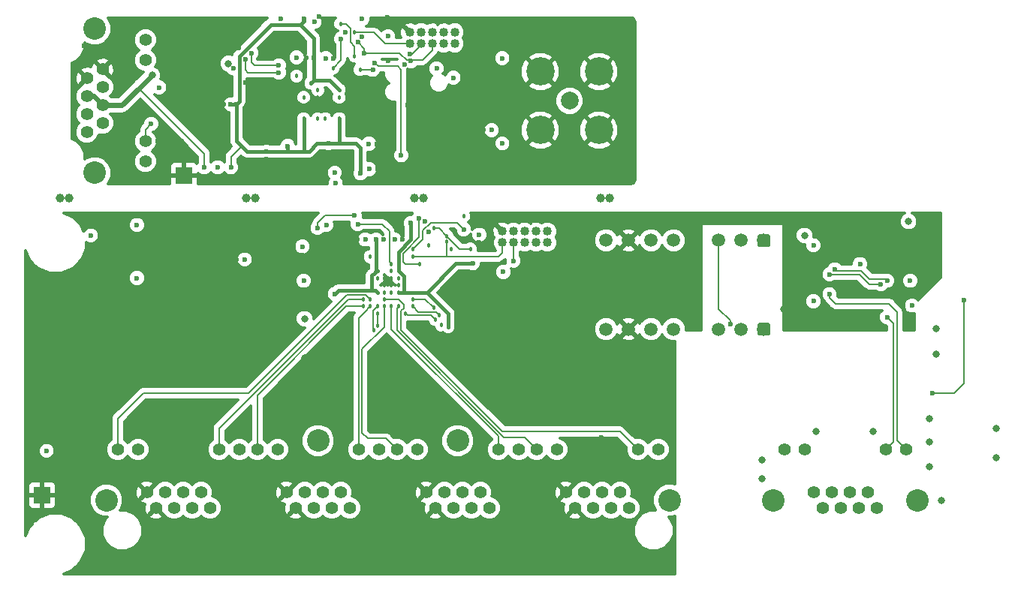
<source format=gbl>
G04 #@! TF.GenerationSoftware,KiCad,Pcbnew,5.0.1-33cea8e~66~ubuntu18.04.1*
G04 #@! TF.CreationDate,2018-11-27T01:50:38+00:00*
G04 #@! TF.ProjectId,proto_switch_sensor_r1_panel,70726F746F5F7377697463685F73656E,1*
G04 #@! TF.SameCoordinates,Original*
G04 #@! TF.FileFunction,Copper,L4,Bot,Signal*
G04 #@! TF.FilePolarity,Positive*
%FSLAX46Y46*%
G04 Gerber Fmt 4.6, Leading zero omitted, Abs format (unit mm)*
G04 Created by KiCad (PCBNEW 5.0.1-33cea8e~66~ubuntu18.04.1) date Tue 27 Nov 2018 01:50:38 GMT*
%MOMM*%
%LPD*%
G01*
G04 APERTURE LIST*
G04 #@! TA.AperFunction,ComponentPad*
%ADD10C,1.400000*%
G04 #@! TD*
G04 #@! TA.AperFunction,ComponentPad*
%ADD11C,2.540000*%
G04 #@! TD*
G04 #@! TA.AperFunction,ComponentPad*
%ADD12R,1.900000X1.900000*%
G04 #@! TD*
G04 #@! TA.AperFunction,ComponentPad*
%ADD13C,1.016000*%
G04 #@! TD*
G04 #@! TA.AperFunction,ComponentPad*
%ADD14C,1.500000*%
G04 #@! TD*
G04 #@! TA.AperFunction,Conductor*
%ADD15C,0.100000*%
G04 #@! TD*
G04 #@! TA.AperFunction,ViaPad*
%ADD16C,0.500000*%
G04 #@! TD*
G04 #@! TA.AperFunction,ComponentPad*
%ADD17C,3.200000*%
G04 #@! TD*
G04 #@! TA.AperFunction,ComponentPad*
%ADD18C,2.000000*%
G04 #@! TD*
G04 #@! TA.AperFunction,ViaPad*
%ADD19C,1.000000*%
G04 #@! TD*
G04 #@! TA.AperFunction,ViaPad*
%ADD20C,0.800000*%
G04 #@! TD*
G04 #@! TA.AperFunction,ViaPad*
%ADD21C,0.600000*%
G04 #@! TD*
G04 #@! TA.AperFunction,ViaPad*
%ADD22C,0.457200*%
G04 #@! TD*
G04 #@! TA.AperFunction,Conductor*
%ADD23C,0.200000*%
G04 #@! TD*
G04 #@! TA.AperFunction,Conductor*
%ADD24C,0.400000*%
G04 #@! TD*
G04 #@! TA.AperFunction,Conductor*
%ADD25C,0.150000*%
G04 #@! TD*
G04 #@! TA.AperFunction,Conductor*
%ADD26C,0.127000*%
G04 #@! TD*
G04 #@! TA.AperFunction,Conductor*
%ADD27C,0.600000*%
G04 #@! TD*
G04 #@! TA.AperFunction,Conductor*
%ADD28C,0.300000*%
G04 #@! TD*
G04 APERTURE END LIST*
D10*
G04 #@! TO.P,J302,8*
G04 #@! TO.N,/Ethernet/VB1*
X169544000Y-150182000D03*
G04 #@! TO.P,J302,6*
G04 #@! TO.N,Net-(J302-Pad6)*
X171576000Y-150182000D03*
G04 #@! TO.P,J302,4*
G04 #@! TO.N,/Ethernet/VB2*
X173608000Y-150182000D03*
G04 #@! TO.P,J302,2*
G04 #@! TO.N,Net-(J302-Pad2)*
X175640000Y-150182000D03*
G04 #@! TO.P,J302,7*
G04 #@! TO.N,/Ethernet/VB1*
X170560000Y-151960000D03*
G04 #@! TO.P,J302,5*
G04 #@! TO.N,/Ethernet/VB2*
X172592000Y-151960000D03*
G04 #@! TO.P,J302,3*
G04 #@! TO.N,Net-(J302-Pad3)*
X174624000Y-151960000D03*
G04 #@! TO.P,J302,1*
G04 #@! TO.N,Net-(J302-Pad1)*
X176656000Y-151960000D03*
G04 #@! TO.P,J302,12*
G04 #@! TO.N,Net-(J302-Pad12)*
X166242000Y-145356000D03*
G04 #@! TO.P,J302,9*
G04 #@! TO.N,/Ethernet/LINK_LED*
X179958000Y-145356000D03*
G04 #@! TO.P,J302,11*
G04 #@! TO.N,GND*
X168528000Y-145356000D03*
G04 #@! TO.P,J302,10*
G04 #@! TO.N,Net-(J302-Pad10)*
X177672000Y-145356000D03*
D11*
G04 #@! TO.P,J302,S1*
G04 #@! TO.N,CHASSIS*
X164972000Y-151071000D03*
G04 #@! TO.P,J302,S2*
G04 #@! TO.N,Net-(J302-PadS2)*
X181228000Y-151071000D03*
G04 #@! TD*
G04 #@! TO.P,J401,S3*
G04 #@! TO.N,Net-(J401-PadS3)*
X129378000Y-144340000D03*
G04 #@! TO.P,J401,S2*
G04 #@! TO.N,Net-(J401-PadS2)*
X113628000Y-144340000D03*
G04 #@! TO.P,J401,S4*
G04 #@! TO.N,CHASSIS*
X153250000Y-151071000D03*
D10*
G04 #@! TO.P,J401,4P3*
G04 #@! TO.N,/TGBe Ports/TX4+*
X146652000Y-151960000D03*
G04 #@! TO.P,J401,3P3*
G04 #@! TO.N,/TGBe Ports/TX3+*
X130902000Y-151960000D03*
G04 #@! TO.P,J401,2P3*
G04 #@! TO.N,/TGBe Ports/TX2+*
X115152000Y-151960000D03*
G04 #@! TO.P,J401,4P12*
G04 #@! TO.N,/TGBe Ports/P4_LED2*
X138270000Y-145356000D03*
G04 #@! TO.P,J401,3P12*
G04 #@! TO.N,/TGBe Ports/P3_LED2*
X122520000Y-145356000D03*
G04 #@! TO.P,J401,2P12*
G04 #@! TO.N,/TGBe Ports/P2_LED2*
X106770000Y-145356000D03*
G04 #@! TO.P,J401,4P11*
G04 #@! TO.N,Net-(J401-Pad4P11)*
X140556000Y-145356000D03*
G04 #@! TO.P,J401,3P11*
G04 #@! TO.N,Net-(J401-Pad3P11)*
X124806000Y-145356000D03*
G04 #@! TO.P,J401,2P11*
G04 #@! TO.N,Net-(J401-Pad2P11)*
X109056000Y-145356000D03*
G04 #@! TO.P,J401,4P10*
G04 #@! TO.N,/TGBe Ports/P4_LED1*
X149700000Y-145356000D03*
G04 #@! TO.P,J401,3P10*
G04 #@! TO.N,/TGBe Ports/P3_LED1*
X133950000Y-145356000D03*
G04 #@! TO.P,J401,2P10*
G04 #@! TO.N,/TGBe Ports/P2_LED1*
X118200000Y-145356000D03*
G04 #@! TO.P,J401,4P7*
G04 #@! TO.N,GND*
X142588000Y-151960000D03*
G04 #@! TO.P,J401,3P7*
X126838000Y-151960000D03*
G04 #@! TO.P,J401,2P7*
X111088000Y-151960000D03*
G04 #@! TO.P,J401,4P5*
G04 #@! TO.N,24v*
X144620000Y-151960000D03*
G04 #@! TO.P,J401,3P5*
X128870000Y-151960000D03*
G04 #@! TO.P,J401,2P5*
X113120000Y-151960000D03*
G04 #@! TO.P,J401,4P9*
G04 #@! TO.N,Net-(J401-Pad4P9)*
X151986000Y-145356000D03*
G04 #@! TO.P,J401,3P9*
G04 #@! TO.N,Net-(J401-Pad3P9)*
X136236000Y-145356000D03*
G04 #@! TO.P,J401,2P9*
G04 #@! TO.N,Net-(J401-Pad2P9)*
X120486000Y-145356000D03*
G04 #@! TO.P,J401,4P8*
G04 #@! TO.N,GND*
X141572000Y-150182000D03*
G04 #@! TO.P,J401,3P8*
X125822000Y-150182000D03*
G04 #@! TO.P,J401,2P8*
X110072000Y-150182000D03*
G04 #@! TO.P,J401,4P6*
G04 #@! TO.N,/TGBe Ports/TX4-*
X143604000Y-150182000D03*
G04 #@! TO.P,J401,3P6*
G04 #@! TO.N,/TGBe Ports/TX3-*
X127854000Y-150182000D03*
G04 #@! TO.P,J401,2P6*
G04 #@! TO.N,/TGBe Ports/TX2-*
X112104000Y-150182000D03*
G04 #@! TO.P,J401,4P1*
G04 #@! TO.N,/TGBe Ports/RX4+*
X148684000Y-151960000D03*
G04 #@! TO.P,J401,3P1*
G04 #@! TO.N,/TGBe Ports/RX3+*
X132934000Y-151960000D03*
G04 #@! TO.P,J401,2P1*
G04 #@! TO.N,/TGBe Ports/RX2+*
X117184000Y-151960000D03*
G04 #@! TO.P,J401,4P4*
G04 #@! TO.N,24v*
X145636000Y-150182000D03*
G04 #@! TO.P,J401,3P4*
X129886000Y-150182000D03*
G04 #@! TO.P,J401,2P4*
X114136000Y-150182000D03*
G04 #@! TO.P,J401,4P2*
G04 #@! TO.N,/TGBe Ports/RX4-*
X147668000Y-150182000D03*
G04 #@! TO.P,J401,3P2*
G04 #@! TO.N,/TGBe Ports/RX3-*
X131918000Y-150182000D03*
G04 #@! TO.P,J401,2P2*
G04 #@! TO.N,/TGBe Ports/RX2-*
X116168000Y-150182000D03*
G04 #@! TO.P,J401,1P8*
G04 #@! TO.N,GND*
X94322000Y-150182000D03*
G04 #@! TO.P,J401,1P6*
G04 #@! TO.N,/TGBe Ports/TX1-*
X96354000Y-150182000D03*
G04 #@! TO.P,J401,1P4*
G04 #@! TO.N,24v*
X98386000Y-150182000D03*
G04 #@! TO.P,J401,1P2*
G04 #@! TO.N,/TGBe Ports/RX1-*
X100418000Y-150182000D03*
G04 #@! TO.P,J401,1P7*
G04 #@! TO.N,GND*
X95338000Y-151960000D03*
G04 #@! TO.P,J401,1P5*
G04 #@! TO.N,24v*
X97370000Y-151960000D03*
G04 #@! TO.P,J401,1P3*
G04 #@! TO.N,/TGBe Ports/TX1+*
X99402000Y-151960000D03*
G04 #@! TO.P,J401,1P1*
G04 #@! TO.N,/TGBe Ports/RX1+*
X101434000Y-151960000D03*
G04 #@! TO.P,J401,1P12*
G04 #@! TO.N,/TGBe Ports/P1_LED2*
X91020000Y-145356000D03*
G04 #@! TO.P,J401,1P9*
G04 #@! TO.N,Net-(J401-Pad1P9)*
X104736000Y-145356000D03*
G04 #@! TO.P,J401,1P11*
G04 #@! TO.N,Net-(J401-Pad1P11)*
X93306000Y-145356000D03*
G04 #@! TO.P,J401,1P10*
G04 #@! TO.N,/TGBe Ports/P1_LED1*
X102450000Y-145356000D03*
D11*
G04 #@! TO.P,J401,S1*
G04 #@! TO.N,Net-(J401-PadS1)*
X89750000Y-151071000D03*
G04 #@! TD*
D12*
G04 #@! TO.P,J501,1*
G04 #@! TO.N,GND*
X82500000Y-150500000D03*
G04 #@! TD*
D13*
G04 #@! TO.P,J201,10*
G04 #@! TO.N,/iCE40/FLASH_SDO*
X134410000Y-122000000D03*
G04 #@! TO.P,J201,9*
G04 #@! TO.N,GND*
X134410000Y-120730000D03*
G04 #@! TO.P,J201,8*
G04 #@! TO.N,/iCE40/CRESET_B*
X135680000Y-122000000D03*
G04 #@! TO.P,J201,7*
G04 #@! TO.N,Net-(J201-Pad7)*
X135680000Y-120730000D03*
G04 #@! TO.P,J201,6*
G04 #@! TO.N,/iCE40/FLASH_SS*
X136950000Y-122000000D03*
G04 #@! TO.P,J201,5*
G04 #@! TO.N,GND*
X136950000Y-120730000D03*
G04 #@! TO.P,J201,4*
G04 #@! TO.N,/iCE40/FLASH_SCK*
X138220000Y-122000000D03*
G04 #@! TO.P,J201,3*
G04 #@! TO.N,GND*
X138220000Y-120730000D03*
G04 #@! TO.P,J201,2*
G04 #@! TO.N,/iCE40/FLASH_SDI*
X139490000Y-122000000D03*
G04 #@! TO.P,J201,1*
G04 #@! TO.N,3v3*
X139490000Y-120730000D03*
G04 #@! TD*
D14*
G04 #@! TO.P,IC503,8*
G04 #@! TO.N,Net-(IC503-Pad8)*
X146110000Y-131750000D03*
G04 #@! TO.P,IC503,7*
G04 #@! TO.N,GND*
X148650000Y-131750000D03*
G04 #@! TO.P,IC503,6*
G04 #@! TO.N,24v*
X151190000Y-131750000D03*
G04 #@! TO.P,IC503,5*
G04 #@! TO.N,Net-(IC503-Pad5)*
X153730000Y-131750000D03*
G04 #@! TO.P,IC503,3*
G04 #@! TO.N,Net-(IC503-Pad3)*
X158810000Y-131750000D03*
G04 #@! TO.P,IC503,2*
G04 #@! TO.N,/Ethernet/48VDC*
X161350000Y-131750000D03*
D15*
G04 #@! TD*
G04 #@! TO.N,/Ethernet/0VDC*
G04 #@! TO.C,IC503*
G36*
X164301756Y-131001806D02*
X164338159Y-131007206D01*
X164373857Y-131016147D01*
X164408506Y-131028545D01*
X164441774Y-131044280D01*
X164473339Y-131063199D01*
X164502897Y-131085121D01*
X164530165Y-131109835D01*
X164554879Y-131137103D01*
X164576801Y-131166661D01*
X164595720Y-131198226D01*
X164611455Y-131231494D01*
X164623853Y-131266143D01*
X164632794Y-131301841D01*
X164638194Y-131338244D01*
X164640000Y-131375000D01*
X164640000Y-132125000D01*
X164638194Y-132161756D01*
X164632794Y-132198159D01*
X164623853Y-132233857D01*
X164611455Y-132268506D01*
X164595720Y-132301774D01*
X164576801Y-132333339D01*
X164554879Y-132362897D01*
X164530165Y-132390165D01*
X164502897Y-132414879D01*
X164473339Y-132436801D01*
X164441774Y-132455720D01*
X164408506Y-132471455D01*
X164373857Y-132483853D01*
X164338159Y-132492794D01*
X164301756Y-132498194D01*
X164265000Y-132500000D01*
X163515000Y-132500000D01*
X163478244Y-132498194D01*
X163441841Y-132492794D01*
X163406143Y-132483853D01*
X163371494Y-132471455D01*
X163338226Y-132455720D01*
X163306661Y-132436801D01*
X163277103Y-132414879D01*
X163249835Y-132390165D01*
X163225121Y-132362897D01*
X163203199Y-132333339D01*
X163184280Y-132301774D01*
X163168545Y-132268506D01*
X163156147Y-132233857D01*
X163147206Y-132198159D01*
X163141806Y-132161756D01*
X163140000Y-132125000D01*
X163140000Y-131375000D01*
X163141806Y-131338244D01*
X163147206Y-131301841D01*
X163156147Y-131266143D01*
X163168545Y-131231494D01*
X163184280Y-131198226D01*
X163203199Y-131166661D01*
X163225121Y-131137103D01*
X163249835Y-131109835D01*
X163277103Y-131085121D01*
X163306661Y-131063199D01*
X163338226Y-131044280D01*
X163371494Y-131028545D01*
X163406143Y-131016147D01*
X163441841Y-131007206D01*
X163478244Y-131001806D01*
X163515000Y-131000000D01*
X164265000Y-131000000D01*
X164301756Y-131001806D01*
X164301756Y-131001806D01*
G37*
D14*
G04 #@! TO.P,IC503,1*
G04 #@! TO.N,/Ethernet/0VDC*
X163890000Y-131750000D03*
G04 #@! TD*
G04 #@! TO.P,IC501,8*
G04 #@! TO.N,Net-(IC501-Pad8)*
X146110000Y-121750000D03*
G04 #@! TO.P,IC501,7*
G04 #@! TO.N,GND*
X148650000Y-121750000D03*
G04 #@! TO.P,IC501,6*
G04 #@! TO.N,3v3*
X151190000Y-121750000D03*
G04 #@! TO.P,IC501,5*
G04 #@! TO.N,Net-(IC501-Pad5)*
X153730000Y-121750000D03*
G04 #@! TO.P,IC501,3*
G04 #@! TO.N,Net-(IC501-Pad3)*
X158810000Y-121750000D03*
G04 #@! TO.P,IC501,2*
G04 #@! TO.N,/Ethernet/48VDC*
X161350000Y-121750000D03*
D15*
G04 #@! TD*
G04 #@! TO.N,/Ethernet/0VDC*
G04 #@! TO.C,IC501*
G36*
X164301756Y-121001806D02*
X164338159Y-121007206D01*
X164373857Y-121016147D01*
X164408506Y-121028545D01*
X164441774Y-121044280D01*
X164473339Y-121063199D01*
X164502897Y-121085121D01*
X164530165Y-121109835D01*
X164554879Y-121137103D01*
X164576801Y-121166661D01*
X164595720Y-121198226D01*
X164611455Y-121231494D01*
X164623853Y-121266143D01*
X164632794Y-121301841D01*
X164638194Y-121338244D01*
X164640000Y-121375000D01*
X164640000Y-122125000D01*
X164638194Y-122161756D01*
X164632794Y-122198159D01*
X164623853Y-122233857D01*
X164611455Y-122268506D01*
X164595720Y-122301774D01*
X164576801Y-122333339D01*
X164554879Y-122362897D01*
X164530165Y-122390165D01*
X164502897Y-122414879D01*
X164473339Y-122436801D01*
X164441774Y-122455720D01*
X164408506Y-122471455D01*
X164373857Y-122483853D01*
X164338159Y-122492794D01*
X164301756Y-122498194D01*
X164265000Y-122500000D01*
X163515000Y-122500000D01*
X163478244Y-122498194D01*
X163441841Y-122492794D01*
X163406143Y-122483853D01*
X163371494Y-122471455D01*
X163338226Y-122455720D01*
X163306661Y-122436801D01*
X163277103Y-122414879D01*
X163249835Y-122390165D01*
X163225121Y-122362897D01*
X163203199Y-122333339D01*
X163184280Y-122301774D01*
X163168545Y-122268506D01*
X163156147Y-122233857D01*
X163147206Y-122198159D01*
X163141806Y-122161756D01*
X163140000Y-122125000D01*
X163140000Y-121375000D01*
X163141806Y-121338244D01*
X163147206Y-121301841D01*
X163156147Y-121266143D01*
X163168545Y-121231494D01*
X163184280Y-121198226D01*
X163203199Y-121166661D01*
X163225121Y-121137103D01*
X163249835Y-121109835D01*
X163277103Y-121085121D01*
X163306661Y-121063199D01*
X163338226Y-121044280D01*
X163371494Y-121028545D01*
X163406143Y-121016147D01*
X163441841Y-121007206D01*
X163478244Y-121001806D01*
X163515000Y-121000000D01*
X164265000Y-121000000D01*
X164301756Y-121001806D01*
X164301756Y-121001806D01*
G37*
D14*
G04 #@! TO.P,IC501,1*
G04 #@! TO.N,/Ethernet/0VDC*
X163890000Y-121750000D03*
G04 #@! TD*
D16*
G04 #@! TO.N,GND*
G04 #@! TO.C,IC301*
X174600000Y-126900000D03*
X173400000Y-126900000D03*
X174600000Y-128100000D03*
X173400000Y-128100000D03*
G04 #@! TD*
D10*
G04 #@! TO.P,IC1,8*
G04 #@! TO.N,GND*
X89318000Y-102444000D03*
G04 #@! TO.P,IC1,6*
G04 #@! TO.N,/RX-*
X89318000Y-104476000D03*
G04 #@! TO.P,IC1,4*
G04 #@! TO.N,/PWRIN*
X89318000Y-106508000D03*
G04 #@! TO.P,IC1,2*
G04 #@! TO.N,/TX-*
X89318000Y-108540000D03*
G04 #@! TO.P,IC1,7*
G04 #@! TO.N,GND*
X87540000Y-103460000D03*
G04 #@! TO.P,IC1,5*
G04 #@! TO.N,/PWRIN*
X87540000Y-105492000D03*
G04 #@! TO.P,IC1,3*
G04 #@! TO.N,/RX+*
X87540000Y-107524000D03*
G04 #@! TO.P,IC1,1*
G04 #@! TO.N,/TX+*
X87540000Y-109556000D03*
G04 #@! TO.P,IC1,12*
G04 #@! TO.N,/LED2*
X94144000Y-99142000D03*
G04 #@! TO.P,IC1,9*
G04 #@! TO.N,Net-(IC1-Pad9)*
X94144000Y-112858000D03*
G04 #@! TO.P,IC1,11*
G04 #@! TO.N,Net-(IC1-Pad11)*
X94144000Y-101428000D03*
G04 #@! TO.P,IC1,10*
G04 #@! TO.N,/LED1*
X94144000Y-110572000D03*
D11*
G04 #@! TO.P,IC1,S1*
G04 #@! TO.N,Net-(IC1-PadS1)*
X88429000Y-97872000D03*
G04 #@! TO.P,IC1,S2*
G04 #@! TO.N,Net-(IC1-PadS2)*
X88429000Y-114128000D03*
G04 #@! TD*
D12*
G04 #@! TO.P,J3,1*
G04 #@! TO.N,GND*
X98500000Y-114450000D03*
G04 #@! TD*
D13*
G04 #@! TO.P,J1,10*
G04 #@! TO.N,/FLASH_SDO*
X123960000Y-99535000D03*
G04 #@! TO.P,J1,9*
G04 #@! TO.N,GND*
X123960000Y-98265000D03*
G04 #@! TO.P,J1,8*
G04 #@! TO.N,/CRESET_B*
X125230000Y-99535000D03*
G04 #@! TO.P,J1,7*
G04 #@! TO.N,Net-(J1-Pad7)*
X125230000Y-98265000D03*
G04 #@! TO.P,J1,6*
G04 #@! TO.N,/FLASH_SS*
X126500000Y-99535000D03*
G04 #@! TO.P,J1,5*
G04 #@! TO.N,GND*
X126500000Y-98265000D03*
G04 #@! TO.P,J1,4*
G04 #@! TO.N,/FLASH_SCK*
X127770000Y-99535000D03*
G04 #@! TO.P,J1,3*
G04 #@! TO.N,GND*
X127770000Y-98265000D03*
G04 #@! TO.P,J1,2*
G04 #@! TO.N,/FLASH_SDI*
X129040000Y-99535000D03*
G04 #@! TO.P,J1,1*
G04 #@! TO.N,3v3*
X129040000Y-98265000D03*
G04 #@! TD*
D17*
G04 #@! TO.P,P1,2*
G04 #@! TO.N,GND*
X138700000Y-109300000D03*
X138700000Y-102700000D03*
X145300000Y-109300000D03*
D18*
G04 #@! TO.P,P1,1*
G04 #@! TO.N,Net-(D4-Pad1)*
X142000000Y-106000000D03*
D17*
G04 #@! TO.P,P1,2*
G04 #@! TO.N,GND*
X145300000Y-102700000D03*
G04 #@! TD*
D19*
G04 #@! TO.N,*
X84500000Y-117000000D03*
X85510000Y-117000000D03*
X125510000Y-117000000D03*
X124500000Y-117000000D03*
X146510000Y-117000000D03*
X145500000Y-117000000D03*
X106510000Y-117000000D03*
X105500000Y-117000000D03*
D20*
G04 #@! TO.N,GND*
X166100000Y-129500000D03*
D21*
X170100000Y-131100000D03*
X180400000Y-127500000D03*
D20*
X175100000Y-119600000D03*
X180400000Y-131500000D03*
X89500000Y-147100000D03*
D21*
X105800000Y-142400000D03*
X121600000Y-142400000D03*
X137300000Y-142400000D03*
X150300000Y-143100000D03*
X98400000Y-144000000D03*
X98400000Y-141200000D03*
X116800000Y-143900000D03*
X116800000Y-141200000D03*
X126200000Y-143900000D03*
X126200000Y-141200000D03*
X145600000Y-144000000D03*
X145600000Y-141200000D03*
D22*
X121100000Y-126000000D03*
X121100000Y-126800000D03*
X121900000Y-126800000D03*
X122700000Y-126800000D03*
X121900000Y-126000000D03*
D21*
X88350000Y-122450000D03*
X88350000Y-125150000D03*
X110100000Y-123900000D03*
X105700000Y-127250000D03*
X116300000Y-120800000D03*
X118050000Y-121650000D03*
X121050000Y-121650000D03*
X123150000Y-121650000D03*
X109500000Y-128000000D03*
X113100000Y-128000000D03*
X111850000Y-123400000D03*
D22*
X129100000Y-133100000D03*
X128300000Y-135900000D03*
X129500000Y-135900000D03*
D21*
X104450000Y-123900000D03*
X103000000Y-120500000D03*
X143000000Y-119300000D03*
X143000000Y-124800000D03*
X126100000Y-120800000D03*
X131800000Y-122000000D03*
D22*
X128650000Y-122700000D03*
D21*
X133500000Y-124450000D03*
D20*
X81000000Y-127000000D03*
X88000000Y-159000000D03*
X93000000Y-159000000D03*
X98000000Y-159000000D03*
X103000000Y-159000000D03*
X108000000Y-159000000D03*
X113000000Y-159000000D03*
X118000000Y-159000000D03*
X123000000Y-159000000D03*
X128000000Y-159000000D03*
X133000000Y-159000000D03*
X138000000Y-159000000D03*
X143000000Y-159000000D03*
X148000000Y-159000000D03*
X153000000Y-159000000D03*
X87000000Y-119000000D03*
X133000000Y-119000000D03*
X138000000Y-119000000D03*
X148000000Y-119000000D03*
X183000000Y-120000000D03*
X114000000Y-135500000D03*
X107000000Y-131000000D03*
X102000000Y-131000000D03*
X97000000Y-131000000D03*
X100500000Y-141500000D03*
X121000000Y-138000000D03*
X114900000Y-140600000D03*
X103000000Y-152500000D03*
X118800000Y-152400000D03*
X134500000Y-152500000D03*
X143500000Y-141300000D03*
X145800000Y-138400000D03*
X141500000Y-137700000D03*
X130400000Y-137700000D03*
X134500000Y-131500000D03*
X81000000Y-132000000D03*
X81000000Y-137000000D03*
X81000000Y-142000000D03*
X95200000Y-120600000D03*
X109400000Y-120600000D03*
X99000000Y-137600000D03*
X104400000Y-137600000D03*
X109800000Y-137600000D03*
X96400000Y-140400000D03*
D21*
X92450000Y-141950000D03*
X174700000Y-121900000D03*
X179800000Y-124800000D03*
X178300000Y-124400000D03*
X128000000Y-140900000D03*
D20*
X124300000Y-141200000D03*
D21*
X138100000Y-125300000D03*
D20*
X112100000Y-135000000D03*
D21*
X156100000Y-131000000D03*
X91700000Y-129500000D03*
X91700000Y-139800000D03*
D20*
X96500000Y-100300000D03*
D21*
X96400000Y-97500000D03*
X96500000Y-106300000D03*
X99600000Y-99800000D03*
X112300000Y-101100000D03*
X110200000Y-101100000D03*
X115300000Y-101200000D03*
X104700000Y-100000000D03*
X107500000Y-100000000D03*
X107800000Y-112600000D03*
X113000000Y-115300000D03*
X120300000Y-113700000D03*
X130700000Y-102600000D03*
X132300000Y-109300000D03*
D22*
X114400000Y-106400000D03*
X114400000Y-105600000D03*
X113600000Y-105600000D03*
X113600000Y-106400000D03*
D21*
X109400000Y-96700000D03*
X121400000Y-96600000D03*
X118600000Y-98800000D03*
X123400000Y-101900000D03*
X116700000Y-98300000D03*
X113700000Y-96500000D03*
X120250000Y-110850000D03*
X149000000Y-115000000D03*
X147000000Y-115000000D03*
X145000000Y-115000000D03*
X143000000Y-115000000D03*
X141000000Y-115000000D03*
X137000000Y-115000000D03*
X135000000Y-115000000D03*
X133000000Y-115000000D03*
X131000000Y-115000000D03*
X149000000Y-113000000D03*
X149000000Y-111000000D03*
X149000000Y-109000000D03*
X149000000Y-107000000D03*
X149000000Y-105000000D03*
X149000000Y-103000000D03*
X149000000Y-101000000D03*
X149000000Y-99000000D03*
X149000000Y-97000000D03*
X147000000Y-97000000D03*
X145000000Y-97000000D03*
X143000000Y-97000000D03*
X141000000Y-97000000D03*
X139000000Y-97000000D03*
X137000000Y-97000000D03*
X135000000Y-97000000D03*
X133000000Y-97000000D03*
X131000000Y-97000000D03*
X129000000Y-97000000D03*
X127000000Y-97000000D03*
X125000000Y-97000000D03*
X123000000Y-97000000D03*
X129000000Y-115000000D03*
X127000000Y-115000000D03*
X125000000Y-115000000D03*
X123000000Y-115000000D03*
X121000000Y-115000000D03*
X125000000Y-111000000D03*
X127000000Y-111000000D03*
X129000000Y-109000000D03*
X131000000Y-108000000D03*
X133000000Y-104000000D03*
X121500000Y-101500000D03*
X104000000Y-96750000D03*
X107250000Y-96750000D03*
D22*
X115200000Y-106400000D03*
D21*
X97500000Y-107100000D03*
X139000000Y-115000000D03*
X98250000Y-110550000D03*
X95550000Y-110550000D03*
X96350000Y-114400000D03*
X107000000Y-115000000D03*
X105000000Y-115000000D03*
X105000000Y-113000000D03*
X102500000Y-112500000D03*
X99750000Y-112750000D03*
X97500000Y-112750000D03*
X94500000Y-115000000D03*
X91000000Y-115000000D03*
X88750000Y-110750000D03*
X86250000Y-108500000D03*
X87500000Y-112250000D03*
X91750000Y-104500000D03*
X93500000Y-102750000D03*
X91750000Y-100250000D03*
X94500000Y-97000000D03*
X91000000Y-97000000D03*
X87250000Y-99750000D03*
X89000000Y-100000000D03*
X120500000Y-106500000D03*
X120500000Y-103500000D03*
X122000000Y-106500000D03*
X123750000Y-106500000D03*
X129000000Y-111000000D03*
X131000000Y-111000000D03*
X102950000Y-106400000D03*
X102950000Y-104300000D03*
X103100000Y-102950000D03*
X105450000Y-103950000D03*
G04 #@! TO.N,3v3*
X180400000Y-126300000D03*
D20*
X180200000Y-119600000D03*
X168500000Y-121200000D03*
D21*
X83000000Y-145500000D03*
D22*
X121900000Y-127600000D03*
X122700000Y-126000000D03*
X121100000Y-127600000D03*
X121850000Y-125150000D03*
X119500000Y-123600000D03*
X120300000Y-126000000D03*
D21*
X88000000Y-121200000D03*
X93200000Y-120000000D03*
X93200000Y-126000000D03*
X111850000Y-122450000D03*
X118950000Y-121650000D03*
X122250000Y-121650000D03*
X112000000Y-126300000D03*
D22*
X127500000Y-131300000D03*
D21*
X105350000Y-123900000D03*
X114550000Y-120000000D03*
D22*
X126100000Y-122300000D03*
D21*
X131800000Y-121100000D03*
X125700000Y-119600000D03*
D22*
X130050000Y-119000000D03*
D21*
X174750000Y-124400000D03*
X134500000Y-125300000D03*
D20*
X112100000Y-130600000D03*
D21*
X180600000Y-129100000D03*
X95700000Y-104500000D03*
X115600000Y-115300000D03*
X119400000Y-113700000D03*
X133200000Y-109300000D03*
X114500000Y-101200000D03*
X121500000Y-98700000D03*
X128900000Y-103400000D03*
X118600000Y-96750000D03*
X113200000Y-97100000D03*
X119350000Y-110850000D03*
X127000000Y-102350000D03*
D22*
X116000000Y-105600000D03*
X114400000Y-108000000D03*
X113600000Y-108000000D03*
X112000000Y-105600000D03*
X113600000Y-104800000D03*
X111200000Y-103200000D03*
D21*
X111200000Y-101100000D03*
X115500000Y-114100000D03*
X134400000Y-101200000D03*
X134400000Y-110800000D03*
X102300000Y-113500000D03*
D20*
X103500000Y-101800000D03*
D21*
X104050000Y-102300000D03*
D22*
G04 #@! TO.N,1v2*
X122700000Y-127600000D03*
X120300000Y-127600000D03*
X120300000Y-125200000D03*
X122700000Y-125200000D03*
D21*
X120150000Y-121650000D03*
X115500000Y-127800000D03*
D22*
X128300000Y-131500000D03*
D21*
X124100000Y-119800000D03*
X131050000Y-124350000D03*
X107800000Y-111700000D03*
X104400000Y-106400000D03*
X118400000Y-114200000D03*
X113100000Y-101100000D03*
X112000000Y-96700000D03*
D22*
X112000000Y-108000000D03*
X116000000Y-108000000D03*
X116000000Y-104800000D03*
X112800000Y-104000000D03*
D21*
X110200000Y-111100000D03*
X114800000Y-110800000D03*
X103775000Y-106400000D03*
X103800000Y-113500000D03*
G04 #@! TO.N,Net-(C301-Pad1)*
X169500000Y-128600000D03*
X169500000Y-122300000D03*
D20*
G04 #@! TO.N,/Ethernet/VB1*
X183900000Y-151100000D03*
G04 #@! TO.N,/Ethernet/VB2*
X182600000Y-147300000D03*
G04 #@! TO.N,/Ethernet/VA1*
X176200000Y-143300000D03*
X163700000Y-148600000D03*
X182600000Y-144500000D03*
G04 #@! TO.N,/Ethernet/VA2*
X169800000Y-143300000D03*
X163700000Y-146500000D03*
X182600000Y-141900000D03*
G04 #@! TO.N,Net-(C313-Pad2)*
X190100000Y-146300000D03*
X190100000Y-143000000D03*
D22*
G04 #@! TO.N,/iCE40/FLASH_IO2*
X124350000Y-122750000D03*
D21*
X130050000Y-120500000D03*
D22*
G04 #@! TO.N,/iCE40/FLASH_SDO*
X124300000Y-123600000D03*
X128150000Y-121900000D03*
G04 #@! TO.N,/iCE40/FLASH_SS*
X128150000Y-121250000D03*
X130800000Y-122700000D03*
X126650000Y-120350000D03*
D21*
G04 #@! TO.N,/iCE40/CRESET_B*
X113550000Y-120350000D03*
X117750000Y-118950000D03*
D22*
X125100000Y-124400000D03*
D21*
X135650000Y-124050000D03*
X125000000Y-119250000D03*
D22*
G04 #@! TO.N,/iCE40/CDONE*
X121900000Y-124400000D03*
D21*
X118100000Y-119900000D03*
D22*
G04 #@! TO.N,/TGBe Ports/P3_LED1*
X121900000Y-129200000D03*
G04 #@! TO.N,/TGBe Ports/P1_LED1*
X118700000Y-128400000D03*
G04 #@! TO.N,/TGBe Ports/P3_LED2*
X121100000Y-129200000D03*
G04 #@! TO.N,/TGBe Ports/P2_LED2*
X118700000Y-129200000D03*
G04 #@! TO.N,/TGBe Ports/P1_LED2*
X119500000Y-128400000D03*
G04 #@! TO.N,/TGBe Ports/P4_LED1*
X121100000Y-128400000D03*
G04 #@! TO.N,/TGBe Ports/P4_LED2*
X122700000Y-129200000D03*
G04 #@! TO.N,/TGBe Ports/P2_LED1*
X119500000Y-129200000D03*
G04 #@! TO.N,/TGBe Ports/RD2+*
X120300000Y-130000000D03*
X120350000Y-131400000D03*
G04 #@! TO.N,/TGBe Ports/RD2-*
X120300000Y-129200000D03*
X119900000Y-131850000D03*
G04 #@! TO.N,/iCE40/PHY_~RST*
X124300000Y-129200000D03*
X127300000Y-130200000D03*
G04 #@! TO.N,/iCE40/ETH_LED*
X126850000Y-130700000D03*
X123500000Y-130000000D03*
D21*
G04 #@! TO.N,/Ethernet/MDC*
X177100000Y-126700000D03*
X171300000Y-125600000D03*
G04 #@! TO.N,/Ethernet/MDIO*
X177800000Y-126300000D03*
X171900000Y-125000000D03*
G04 #@! TO.N,/Power/48VPG*
X186500000Y-128500000D03*
X182900000Y-139000000D03*
D20*
G04 #@! TO.N,/Ethernet/0VDC*
X183300000Y-131700000D03*
D21*
G04 #@! TO.N,Net-(IC501-Pad3)*
X160100000Y-131200000D03*
D20*
G04 #@! TO.N,/Ethernet/48VDC*
X183300000Y-134600000D03*
D22*
G04 #@! TO.N,/Ethernet/TXD0*
X126650000Y-129350000D03*
X124300000Y-128400000D03*
D21*
G04 #@! TO.N,Net-(J302-Pad10)*
X177800000Y-130400000D03*
G04 #@! TO.N,/Ethernet/LINK_LED*
X171300000Y-127800000D03*
G04 #@! TO.N,/LED1*
X94800000Y-108600000D03*
D20*
G04 #@! TO.N,/PWRIN*
X94900000Y-103100000D03*
D21*
X100800000Y-113500000D03*
D22*
G04 #@! TO.N,/FLASH_SDO*
X117700000Y-98300000D03*
D21*
G04 #@! TO.N,/FLASH_SS*
X118800000Y-100600000D03*
X118100000Y-99400000D03*
X124100000Y-101520000D03*
D22*
G04 #@! TO.N,/FLASH_SCK*
X118350000Y-102475000D03*
D21*
X119800000Y-102500000D03*
D22*
G04 #@! TO.N,/FLASH_IO3*
X117750000Y-100950000D03*
X116150000Y-97300000D03*
D21*
G04 #@! TO.N,/FLASH_IO2*
X116200000Y-99000000D03*
D22*
X115300000Y-102300000D03*
D21*
G04 #@! TO.N,/LED3*
X109200000Y-102800000D03*
X105400000Y-101300000D03*
G04 #@! TO.N,/LED4*
X109200000Y-102000000D03*
X106100000Y-100600000D03*
G04 #@! TO.N,/CRESET_B*
X124000000Y-100700000D03*
X123000000Y-112150000D03*
X120000000Y-101700000D03*
G04 #@! TD*
D23*
G04 #@! TO.N,1v2*
X120150000Y-125050000D02*
X120300000Y-125200000D01*
D24*
X123300000Y-125800000D02*
X122700000Y-125200000D01*
X120150000Y-121650000D02*
X120150000Y-122400000D01*
X120150000Y-124700000D02*
X120150000Y-125050000D01*
X120150000Y-124700000D02*
X120150000Y-124950000D01*
X120150000Y-122400000D02*
X120150000Y-124700000D01*
X128300000Y-131500000D02*
X128300000Y-130000000D01*
X123300000Y-125800000D02*
X123300000Y-127600000D01*
X125900000Y-127600000D02*
X123300000Y-127600000D01*
X123300000Y-127600000D02*
X122700000Y-127600000D01*
X126100000Y-127800000D02*
X125900000Y-127600000D01*
X120100000Y-127400000D02*
X120300000Y-127600000D01*
X115500000Y-127800000D02*
X115900000Y-127400000D01*
X119700000Y-127400000D02*
X119700000Y-125700000D01*
X119700000Y-127400000D02*
X120100000Y-127400000D01*
X115900000Y-127400000D02*
X119700000Y-127400000D01*
X120200000Y-125200000D02*
X120300000Y-125200000D01*
X120150000Y-125250000D02*
X120000000Y-125400000D01*
X120150000Y-124700000D02*
X120150000Y-125250000D01*
X119700000Y-125700000D02*
X120000000Y-125400000D01*
X120000000Y-125400000D02*
X120200000Y-125200000D01*
X128300000Y-130000000D02*
X126100000Y-127800000D01*
X122700000Y-125200000D02*
X122700000Y-123050000D01*
X124100000Y-121650000D02*
X124100000Y-119800000D01*
X122700000Y-123050000D02*
X124100000Y-121650000D01*
X129150000Y-124350000D02*
X125900000Y-127600000D01*
X129150000Y-124350000D02*
X131050000Y-124350000D01*
X112600000Y-111700000D02*
X113500000Y-110800000D01*
X113500000Y-110800000D02*
X114400000Y-110800000D01*
X117900000Y-110800000D02*
X118400000Y-111300000D01*
X118400000Y-111300000D02*
X118400000Y-114200000D01*
X108300000Y-97400000D02*
X111600000Y-97400000D01*
X113100000Y-98900000D02*
X113100000Y-101100000D01*
X111600000Y-97400000D02*
X113100000Y-98900000D01*
X112000000Y-97000000D02*
X111600000Y-97400000D01*
X112000000Y-96700000D02*
X112000000Y-97000000D01*
X113100000Y-103700000D02*
X112800000Y-104000000D01*
X113100000Y-101100000D02*
X113100000Y-103700000D01*
X116000000Y-108000000D02*
X116000000Y-110800000D01*
X116000000Y-110800000D02*
X117900000Y-110800000D01*
X112000000Y-108000000D02*
X112000000Y-111700000D01*
X112000000Y-111700000D02*
X112600000Y-111700000D01*
X114900000Y-103700000D02*
X116000000Y-104800000D01*
X113100000Y-103700000D02*
X114900000Y-103700000D01*
X110200000Y-111100000D02*
X110200000Y-111700000D01*
X107800000Y-111700000D02*
X110200000Y-111700000D01*
X110200000Y-111700000D02*
X112000000Y-111700000D01*
X114400000Y-110800000D02*
X114800000Y-110800000D01*
X114800000Y-110800000D02*
X116000000Y-110800000D01*
X103775000Y-106400000D02*
X104400000Y-106400000D01*
X105600000Y-111700000D02*
X107800000Y-111700000D01*
X104400000Y-106400000D02*
X104400000Y-110500000D01*
D23*
X103800000Y-112300000D02*
X105000000Y-111100000D01*
X103800000Y-113500000D02*
X103800000Y-112300000D01*
D24*
X104400000Y-110500000D02*
X105000000Y-111100000D01*
X105000000Y-111100000D02*
X105600000Y-111700000D01*
X108300000Y-97400000D02*
X104750000Y-100950000D01*
X104750000Y-106050000D02*
X104400000Y-106400000D01*
X104750000Y-100950000D02*
X104750000Y-106050000D01*
D25*
G04 #@! TO.N,/iCE40/FLASH_IO2*
X124350000Y-122750000D02*
X125450000Y-121650000D01*
X125450000Y-121650000D02*
X125450000Y-120650000D01*
X125450000Y-120650000D02*
X126350000Y-119750000D01*
X126350000Y-119750000D02*
X129300000Y-119750000D01*
X129300000Y-119750000D02*
X130050000Y-120500000D01*
G04 #@! TO.N,/iCE40/FLASH_SDO*
X124300000Y-123600000D02*
X127300000Y-123600000D01*
X128150000Y-122750000D02*
X128150000Y-121900000D01*
X128250000Y-122000000D02*
X128150000Y-121900000D01*
X128150000Y-122750000D02*
X128150000Y-123600000D01*
X132460000Y-123600000D02*
X128150000Y-123600000D01*
X128150000Y-123600000D02*
X127300000Y-123600000D01*
X134410000Y-122000000D02*
X134410000Y-123140000D01*
X133950000Y-123600000D02*
X132460000Y-123600000D01*
X134410000Y-123140000D02*
X133950000Y-123600000D01*
G04 #@! TO.N,/iCE40/FLASH_SS*
X129600000Y-122700000D02*
X130800000Y-122700000D01*
X128150000Y-121250000D02*
X129600000Y-122700000D01*
D23*
X128150000Y-121250000D02*
X127250000Y-120350000D01*
X127250000Y-120350000D02*
X126650000Y-120350000D01*
D25*
G04 #@! TO.N,/iCE40/CRESET_B*
X113550000Y-120350000D02*
X113550000Y-119800000D01*
X113550000Y-119800000D02*
X114400000Y-118950000D01*
X114400000Y-118950000D02*
X117750000Y-118950000D01*
D26*
X123200000Y-123200000D02*
X123450000Y-122950000D01*
X123200000Y-124150000D02*
X123200000Y-123200000D01*
X125100000Y-124400000D02*
X123450000Y-124400000D01*
X123450000Y-124400000D02*
X123200000Y-124150000D01*
X123450000Y-122950000D02*
X125000000Y-121400000D01*
D25*
X135680000Y-122000000D02*
X135680000Y-123570000D01*
X135680000Y-124020000D02*
X135680000Y-123570000D01*
X135650000Y-124050000D02*
X135680000Y-124020000D01*
X125000000Y-119250000D02*
X125000000Y-121400000D01*
G04 #@! TO.N,/iCE40/CDONE*
X121900000Y-124400000D02*
X121650000Y-124150000D01*
X121650000Y-124150000D02*
X121650000Y-120700000D01*
X120850000Y-119900000D02*
X121650000Y-120700000D01*
X118100000Y-119900000D02*
X120850000Y-119900000D01*
G04 #@! TO.N,/TGBe Ports/P3_LED1*
X121900000Y-129200000D02*
X121900000Y-131800000D01*
X133950000Y-143850000D02*
X133950000Y-145356000D01*
X121900000Y-131800000D02*
X133950000Y-143850000D01*
D23*
G04 #@! TO.N,/TGBe Ports/P1_LED1*
X118700000Y-128400000D02*
X117000000Y-128400000D01*
X102450000Y-142950000D02*
X102450000Y-145356000D01*
X117000000Y-128400000D02*
X102450000Y-142950000D01*
D25*
G04 #@! TO.N,/TGBe Ports/P3_LED2*
X121100000Y-129200000D02*
X121100000Y-131500000D01*
X121100000Y-131500000D02*
X118600000Y-134000000D01*
X118600000Y-134000000D02*
X118600000Y-143500000D01*
X118600000Y-143500000D02*
X119200000Y-144100000D01*
X121264000Y-144100000D02*
X122520000Y-145356000D01*
X119200000Y-144100000D02*
X121264000Y-144100000D01*
D23*
G04 #@! TO.N,/TGBe Ports/P2_LED2*
X106770000Y-139230000D02*
X106770000Y-145356000D01*
X118700000Y-129200000D02*
X116800000Y-129200000D01*
X116800000Y-129200000D02*
X106770000Y-139230000D01*
G04 #@! TO.N,/TGBe Ports/P1_LED2*
X91020000Y-141880000D02*
X91020000Y-145356000D01*
X93900000Y-139000000D02*
X91020000Y-141880000D01*
X105800000Y-139000000D02*
X93900000Y-139000000D01*
X116900000Y-127900000D02*
X105800000Y-139000000D01*
X119500000Y-128400000D02*
X119000000Y-127900000D01*
X119000000Y-127900000D02*
X116900000Y-127900000D01*
D25*
G04 #@! TO.N,/TGBe Ports/P4_LED1*
X147644000Y-143300000D02*
X149700000Y-145356000D01*
X134400000Y-143300000D02*
X147644000Y-143300000D01*
X122700000Y-128400000D02*
X123300000Y-129000000D01*
X123300000Y-129400000D02*
X123000000Y-129700000D01*
X121100000Y-128400000D02*
X122700000Y-128400000D01*
X123000000Y-131900000D02*
X134400000Y-143300000D01*
X123000000Y-129700000D02*
X123000000Y-131900000D01*
X123300000Y-129000000D02*
X123300000Y-129400000D01*
G04 #@! TO.N,/TGBe Ports/P4_LED2*
X122700000Y-129200000D02*
X122500000Y-129400000D01*
X122500000Y-129400000D02*
X122500000Y-131900000D01*
X122500000Y-131900000D02*
X134600000Y-144000000D01*
X136914000Y-144000000D02*
X138270000Y-145356000D01*
X134600000Y-144000000D02*
X136914000Y-144000000D01*
D23*
G04 #@! TO.N,/TGBe Ports/P2_LED1*
X119500000Y-129200000D02*
X118900000Y-129800000D01*
X118200000Y-130500000D02*
X118900000Y-129800000D01*
X118200000Y-145356000D02*
X118200000Y-130500000D01*
D26*
G04 #@! TO.N,/TGBe Ports/RD2+*
X120300000Y-130000000D02*
X120300000Y-131350000D01*
X120300000Y-131350000D02*
X120350000Y-131400000D01*
G04 #@! TO.N,/TGBe Ports/RD2-*
X120300000Y-129200000D02*
X119850000Y-129650000D01*
X119850000Y-129650000D02*
X119850000Y-131800000D01*
X119850000Y-131800000D02*
X119900000Y-131850000D01*
D25*
G04 #@! TO.N,/iCE40/PHY_~RST*
X127300000Y-130200000D02*
X126950000Y-129850000D01*
X124950000Y-129850000D02*
X124300000Y-129200000D01*
X126950000Y-129850000D02*
X124950000Y-129850000D01*
G04 #@! TO.N,/iCE40/ETH_LED*
X126850000Y-130700000D02*
X126350000Y-130200000D01*
X123700000Y-130200000D02*
X123500000Y-130000000D01*
X126350000Y-130200000D02*
X123700000Y-130200000D01*
D23*
G04 #@! TO.N,/Ethernet/MDC*
X177100000Y-126700000D02*
X175800000Y-126700000D01*
X175800000Y-126700000D02*
X174700000Y-125600000D01*
X174700000Y-125600000D02*
X171300000Y-125600000D01*
G04 #@! TO.N,/Ethernet/MDIO*
X177800000Y-126300000D02*
X177600000Y-126100000D01*
X177600000Y-126100000D02*
X175800000Y-126100000D01*
X175800000Y-126100000D02*
X174900000Y-125200000D01*
X174900000Y-125200000D02*
X172100000Y-125200000D01*
X172100000Y-125200000D02*
X171900000Y-125000000D01*
G04 #@! TO.N,/Power/48VPG*
X186500000Y-137900000D02*
X186500000Y-128500000D01*
X185400000Y-139000000D02*
X186500000Y-137900000D01*
X182900000Y-139000000D02*
X185400000Y-139000000D01*
G04 #@! TO.N,Net-(IC501-Pad3)*
X158810000Y-121750000D02*
X158810000Y-129510000D01*
X158810000Y-129510000D02*
X160100000Y-130800000D01*
X160100000Y-131200000D02*
X160100000Y-130800000D01*
D26*
G04 #@! TO.N,/Ethernet/TXD0*
X125700000Y-128400000D02*
X126650000Y-129350000D01*
X124300000Y-128400000D02*
X125700000Y-128400000D01*
D23*
G04 #@! TO.N,Net-(J302-Pad10)*
X177672000Y-145356000D02*
X178500000Y-144528000D01*
X178500000Y-131100000D02*
X177800000Y-130400000D01*
X178500000Y-144528000D02*
X178500000Y-131100000D01*
G04 #@! TO.N,/Ethernet/LINK_LED*
X178900000Y-129800000D02*
X178900000Y-144298000D01*
X178000000Y-128900000D02*
X178900000Y-129800000D01*
X172000000Y-128900000D02*
X178000000Y-128900000D01*
X178900000Y-144298000D02*
X179958000Y-145356000D01*
X171300000Y-127800000D02*
X171300000Y-128200000D01*
X171300000Y-128200000D02*
X172000000Y-128900000D01*
D25*
G04 #@! TO.N,/LED1*
X94144000Y-109256000D02*
X94144000Y-110572000D01*
X94800000Y-108600000D02*
X94144000Y-109256000D01*
D27*
G04 #@! TO.N,/PWRIN*
X88302000Y-105492000D02*
X89318000Y-106508000D01*
X87540000Y-105492000D02*
X88302000Y-105492000D01*
X89318000Y-106508000D02*
X91492000Y-106508000D01*
X93600000Y-104400000D02*
X94900000Y-103100000D01*
D23*
X100800000Y-112000000D02*
X93400000Y-104600000D01*
D27*
X91492000Y-106508000D02*
X93400000Y-104600000D01*
D23*
X100800000Y-113500000D02*
X100800000Y-112000000D01*
D27*
X93400000Y-104600000D02*
X93600000Y-104400000D01*
D26*
G04 #@! TO.N,/FLASH_SDO*
X117700000Y-98300000D02*
X119950000Y-98300000D01*
X121185000Y-99535000D02*
X123960000Y-99535000D01*
X119950000Y-98300000D02*
X121185000Y-99535000D01*
G04 #@! TO.N,/FLASH_SS*
X118800000Y-100600000D02*
X118800000Y-100100000D01*
X118800000Y-100100000D02*
X118100000Y-99400000D01*
D25*
X126500000Y-99535000D02*
X126500000Y-100300000D01*
X126500000Y-100300000D02*
X125400000Y-101400000D01*
X125400000Y-101400000D02*
X123600000Y-101400000D01*
X118800000Y-100600000D02*
X122800000Y-100600000D01*
X123600000Y-101400000D02*
X122800000Y-100600000D01*
X123980000Y-101400000D02*
X124100000Y-101520000D01*
X123600000Y-101400000D02*
X123980000Y-101400000D01*
D26*
G04 #@! TO.N,/FLASH_SCK*
X118375000Y-102500000D02*
X118350000Y-102475000D01*
D25*
X119800000Y-102500000D02*
X118375000Y-102500000D01*
G04 #@! TO.N,/FLASH_IO3*
X116200000Y-97350000D02*
X116150000Y-97300000D01*
X116750000Y-97350000D02*
X116200000Y-97350000D01*
X117250000Y-97850000D02*
X116750000Y-97350000D01*
X117250000Y-99350000D02*
X117250000Y-97850000D01*
X117750000Y-100950000D02*
X117750000Y-99850000D01*
X117750000Y-99850000D02*
X117250000Y-99350000D01*
D26*
G04 #@! TO.N,/FLASH_IO2*
X116200000Y-101400000D02*
X116200000Y-99000000D01*
X115300000Y-102300000D02*
X116200000Y-101400000D01*
D25*
G04 #@! TO.N,/LED3*
X105700000Y-102800000D02*
X109200000Y-102800000D01*
X105700000Y-102800000D02*
X105400000Y-102500000D01*
D26*
X105400000Y-101200000D02*
X105400000Y-101300000D01*
D25*
X105400000Y-102500000D02*
X105400000Y-101300000D01*
G04 #@! TO.N,/LED4*
X106100000Y-101650000D02*
X106100000Y-100600000D01*
X109200000Y-102000000D02*
X106450000Y-102000000D01*
X106450000Y-102000000D02*
X106100000Y-101650000D01*
G04 #@! TO.N,/CRESET_B*
X125230000Y-99535000D02*
X125230000Y-99670000D01*
X125230000Y-99670000D02*
X124200000Y-100700000D01*
X124200000Y-100700000D02*
X124000000Y-100700000D01*
D23*
X123000000Y-112150000D02*
X123000000Y-107500000D01*
X123000000Y-107500000D02*
X123000000Y-102500000D01*
X123000000Y-102500000D02*
X122600000Y-102100000D01*
X122600000Y-102100000D02*
X120400000Y-102100000D01*
X120400000Y-102100000D02*
X120000000Y-101700000D01*
G04 #@! TD*
D28*
G04 #@! TO.N,GND*
G36*
X113087836Y-119236860D02*
X113027306Y-119277305D01*
X112986860Y-119337836D01*
X112986858Y-119337838D01*
X112937950Y-119411033D01*
X112867065Y-119517119D01*
X112825000Y-119728596D01*
X112825000Y-119728600D01*
X112824281Y-119732216D01*
X112744629Y-119811868D01*
X112600000Y-120161033D01*
X112600000Y-120538967D01*
X112744629Y-120888132D01*
X113011868Y-121155371D01*
X113361033Y-121300000D01*
X113738967Y-121300000D01*
X114088132Y-121155371D01*
X114313282Y-120930221D01*
X114361033Y-120950000D01*
X114738967Y-120950000D01*
X115088132Y-120805371D01*
X115355371Y-120538132D01*
X115500000Y-120188967D01*
X115500000Y-119811033D01*
X115443653Y-119675000D01*
X117131497Y-119675000D01*
X117155134Y-119698637D01*
X117150000Y-119711033D01*
X117150000Y-120088967D01*
X117294629Y-120438132D01*
X117561868Y-120705371D01*
X117911033Y-120850000D01*
X118288967Y-120850000D01*
X118638132Y-120705371D01*
X118718503Y-120625000D01*
X120549696Y-120625000D01*
X120925001Y-121000306D01*
X120925001Y-121081498D01*
X120688132Y-120844629D01*
X120338967Y-120700000D01*
X119961033Y-120700000D01*
X119611868Y-120844629D01*
X119550000Y-120906497D01*
X119488132Y-120844629D01*
X119138967Y-120700000D01*
X118761033Y-120700000D01*
X118411868Y-120844629D01*
X118144629Y-121111868D01*
X118000000Y-121461033D01*
X118000000Y-121838967D01*
X118144629Y-122188132D01*
X118411868Y-122455371D01*
X118761033Y-122600000D01*
X119138967Y-122600000D01*
X119300000Y-122533298D01*
X119300000Y-122731853D01*
X119002313Y-122855159D01*
X118755159Y-123102313D01*
X118621400Y-123425236D01*
X118621400Y-123774764D01*
X118755159Y-124097687D01*
X119002313Y-124344841D01*
X119300001Y-124468147D01*
X119300001Y-124616281D01*
X119300000Y-124616286D01*
X119300000Y-124897919D01*
X119158156Y-125039763D01*
X119087185Y-125087184D01*
X119039764Y-125158155D01*
X118899319Y-125368347D01*
X118833348Y-125700000D01*
X118850001Y-125783718D01*
X118850000Y-126550000D01*
X115983713Y-126550000D01*
X115899999Y-126533348D01*
X115816285Y-126550000D01*
X115568347Y-126599318D01*
X115287184Y-126787184D01*
X115239759Y-126858160D01*
X115203292Y-126894628D01*
X114961868Y-126994629D01*
X114694629Y-127261868D01*
X114550000Y-127611033D01*
X114550000Y-127988967D01*
X114694629Y-128338132D01*
X114961868Y-128605371D01*
X115083562Y-128655778D01*
X113150000Y-130589340D01*
X113150000Y-130391142D01*
X112990147Y-130005223D01*
X112694777Y-129709853D01*
X112308858Y-129550000D01*
X111891142Y-129550000D01*
X111505223Y-129709853D01*
X111209853Y-130005223D01*
X111050000Y-130391142D01*
X111050000Y-130808858D01*
X111209853Y-131194777D01*
X111505223Y-131490147D01*
X111891142Y-131650000D01*
X112089340Y-131650000D01*
X105489341Y-138250000D01*
X93973864Y-138250000D01*
X93899999Y-138235307D01*
X93826134Y-138250000D01*
X93607365Y-138293516D01*
X93359280Y-138459280D01*
X93317438Y-138521902D01*
X90541906Y-141297435D01*
X90479280Y-141339280D01*
X90313516Y-141587366D01*
X90292874Y-141691142D01*
X90255307Y-141880000D01*
X90270000Y-141953865D01*
X90270001Y-144205430D01*
X90255286Y-144211525D01*
X89875525Y-144591286D01*
X89670000Y-145087468D01*
X89670000Y-145624532D01*
X89875525Y-146120714D01*
X90255286Y-146500475D01*
X90751468Y-146706000D01*
X91288532Y-146706000D01*
X91784714Y-146500475D01*
X92163000Y-146122189D01*
X92541286Y-146500475D01*
X93037468Y-146706000D01*
X93574532Y-146706000D01*
X94070714Y-146500475D01*
X94450475Y-146120714D01*
X94656000Y-145624532D01*
X94656000Y-145087468D01*
X94450475Y-144591286D01*
X94070714Y-144211525D01*
X93574532Y-144006000D01*
X93037468Y-144006000D01*
X92541286Y-144211525D01*
X92163000Y-144589811D01*
X91784714Y-144211525D01*
X91770000Y-144205430D01*
X91770000Y-142190659D01*
X94210660Y-139750000D01*
X104589341Y-139750000D01*
X101971906Y-142367435D01*
X101909280Y-142409280D01*
X101743516Y-142657366D01*
X101722942Y-142760798D01*
X101685307Y-142950000D01*
X101700000Y-143023865D01*
X101700001Y-144205430D01*
X101685286Y-144211525D01*
X101305525Y-144591286D01*
X101100000Y-145087468D01*
X101100000Y-145624532D01*
X101305525Y-146120714D01*
X101685286Y-146500475D01*
X102181468Y-146706000D01*
X102718532Y-146706000D01*
X103214714Y-146500475D01*
X103593000Y-146122189D01*
X103971286Y-146500475D01*
X104467468Y-146706000D01*
X105004532Y-146706000D01*
X105500714Y-146500475D01*
X105753000Y-146248189D01*
X106005286Y-146500475D01*
X106501468Y-146706000D01*
X107038532Y-146706000D01*
X107534714Y-146500475D01*
X107913000Y-146122189D01*
X108291286Y-146500475D01*
X108787468Y-146706000D01*
X109324532Y-146706000D01*
X109820714Y-146500475D01*
X110200475Y-146120714D01*
X110406000Y-145624532D01*
X110406000Y-145087468D01*
X110200475Y-144591286D01*
X109820714Y-144211525D01*
X109324532Y-144006000D01*
X108787468Y-144006000D01*
X108291286Y-144211525D01*
X107913000Y-144589811D01*
X107534714Y-144211525D01*
X107520000Y-144205430D01*
X107520000Y-143958088D01*
X111708000Y-143958088D01*
X111708000Y-144721912D01*
X112000303Y-145427593D01*
X112540407Y-145967697D01*
X113246088Y-146260000D01*
X114009912Y-146260000D01*
X114715593Y-145967697D01*
X115255697Y-145427593D01*
X115548000Y-144721912D01*
X115548000Y-143958088D01*
X115255697Y-143252407D01*
X114715593Y-142712303D01*
X114009912Y-142420000D01*
X113246088Y-142420000D01*
X112540407Y-142712303D01*
X112000303Y-143252407D01*
X111708000Y-143958088D01*
X107520000Y-143958088D01*
X107520000Y-139540659D01*
X117110660Y-129950000D01*
X117673170Y-129950000D01*
X117659281Y-129959280D01*
X117515300Y-130174764D01*
X117493517Y-130207365D01*
X117435307Y-130500000D01*
X117450001Y-130573870D01*
X117450000Y-144205430D01*
X117435286Y-144211525D01*
X117055525Y-144591286D01*
X116850000Y-145087468D01*
X116850000Y-145624532D01*
X117055525Y-146120714D01*
X117435286Y-146500475D01*
X117931468Y-146706000D01*
X118468532Y-146706000D01*
X118964714Y-146500475D01*
X119343000Y-146122189D01*
X119721286Y-146500475D01*
X120217468Y-146706000D01*
X120754532Y-146706000D01*
X121250714Y-146500475D01*
X121503000Y-146248189D01*
X121755286Y-146500475D01*
X122251468Y-146706000D01*
X122788532Y-146706000D01*
X123284714Y-146500475D01*
X123663000Y-146122189D01*
X124041286Y-146500475D01*
X124537468Y-146706000D01*
X125074532Y-146706000D01*
X125570714Y-146500475D01*
X125950475Y-146120714D01*
X126156000Y-145624532D01*
X126156000Y-145087468D01*
X125950475Y-144591286D01*
X125570714Y-144211525D01*
X125074532Y-144006000D01*
X124537468Y-144006000D01*
X124041286Y-144211525D01*
X123663000Y-144589811D01*
X123284714Y-144211525D01*
X122788532Y-144006000D01*
X122251468Y-144006000D01*
X122211754Y-144022450D01*
X122147392Y-143958088D01*
X127458000Y-143958088D01*
X127458000Y-144721912D01*
X127750303Y-145427593D01*
X128290407Y-145967697D01*
X128996088Y-146260000D01*
X129759912Y-146260000D01*
X130465593Y-145967697D01*
X131005697Y-145427593D01*
X131298000Y-144721912D01*
X131298000Y-143958088D01*
X131005697Y-143252407D01*
X130465593Y-142712303D01*
X129759912Y-142420000D01*
X128996088Y-142420000D01*
X128290407Y-142712303D01*
X127750303Y-143252407D01*
X127458000Y-143958088D01*
X122147392Y-143958088D01*
X121827142Y-143637838D01*
X121786695Y-143577305D01*
X121546881Y-143417065D01*
X121335404Y-143375000D01*
X121335400Y-143375000D01*
X121264000Y-143360798D01*
X121192600Y-143375000D01*
X119500305Y-143375000D01*
X119325000Y-143199696D01*
X119325000Y-134300304D01*
X121347387Y-132277918D01*
X121377306Y-132322695D01*
X121437837Y-132363141D01*
X133225000Y-144150305D01*
X133225000Y-144195075D01*
X133185286Y-144211525D01*
X132805525Y-144591286D01*
X132600000Y-145087468D01*
X132600000Y-145624532D01*
X132805525Y-146120714D01*
X133185286Y-146500475D01*
X133681468Y-146706000D01*
X134218532Y-146706000D01*
X134714714Y-146500475D01*
X135093000Y-146122189D01*
X135471286Y-146500475D01*
X135967468Y-146706000D01*
X136504532Y-146706000D01*
X137000714Y-146500475D01*
X137253000Y-146248189D01*
X137505286Y-146500475D01*
X138001468Y-146706000D01*
X138538532Y-146706000D01*
X139034714Y-146500475D01*
X139413000Y-146122189D01*
X139791286Y-146500475D01*
X140287468Y-146706000D01*
X140824532Y-146706000D01*
X141320714Y-146500475D01*
X141700475Y-146120714D01*
X141906000Y-145624532D01*
X141906000Y-145087468D01*
X141700475Y-144591286D01*
X141320714Y-144211525D01*
X140870402Y-144025000D01*
X147343696Y-144025000D01*
X148366450Y-145047754D01*
X148350000Y-145087468D01*
X148350000Y-145624532D01*
X148555525Y-146120714D01*
X148935286Y-146500475D01*
X149431468Y-146706000D01*
X149968532Y-146706000D01*
X150464714Y-146500475D01*
X150843000Y-146122189D01*
X151221286Y-146500475D01*
X151717468Y-146706000D01*
X152254532Y-146706000D01*
X152750714Y-146500475D01*
X153130475Y-146120714D01*
X153336000Y-145624532D01*
X153336000Y-145087468D01*
X153130475Y-144591286D01*
X152750714Y-144211525D01*
X152254532Y-144006000D01*
X151717468Y-144006000D01*
X151221286Y-144211525D01*
X150843000Y-144589811D01*
X150464714Y-144211525D01*
X149968532Y-144006000D01*
X149431468Y-144006000D01*
X149391754Y-144022450D01*
X148207142Y-142837838D01*
X148166695Y-142777305D01*
X147926881Y-142617065D01*
X147715404Y-142575000D01*
X147715400Y-142575000D01*
X147644000Y-142560798D01*
X147572600Y-142575000D01*
X134700304Y-142575000D01*
X123725000Y-131599696D01*
X123725000Y-130934229D01*
X123771400Y-130925000D01*
X125992208Y-130925000D01*
X126105159Y-131197687D01*
X126352313Y-131444841D01*
X126662168Y-131573187D01*
X126755159Y-131797687D01*
X127002313Y-132044841D01*
X127325236Y-132178600D01*
X127674764Y-132178600D01*
X127718115Y-132160643D01*
X127802313Y-132244841D01*
X128125236Y-132378600D01*
X128474764Y-132378600D01*
X128797687Y-132244841D01*
X129044841Y-131997687D01*
X129178600Y-131674764D01*
X129178600Y-131471523D01*
X144710000Y-131471523D01*
X144710000Y-132028477D01*
X144923137Y-132543037D01*
X145316963Y-132936863D01*
X145831523Y-133150000D01*
X146388477Y-133150000D01*
X146903037Y-132936863D01*
X147127550Y-132712350D01*
X147829071Y-132712350D01*
X147893942Y-132960755D01*
X148414829Y-133157923D01*
X148971519Y-133140748D01*
X149406058Y-132960755D01*
X149470929Y-132712350D01*
X148650000Y-131891421D01*
X147829071Y-132712350D01*
X147127550Y-132712350D01*
X147296863Y-132543037D01*
X147375712Y-132352677D01*
X147439245Y-132506058D01*
X147687650Y-132570929D01*
X148508579Y-131750000D01*
X147687650Y-130929071D01*
X147439245Y-130993942D01*
X147378573Y-131154229D01*
X147296863Y-130956963D01*
X147127550Y-130787650D01*
X147829071Y-130787650D01*
X148650000Y-131608579D01*
X149470929Y-130787650D01*
X149406058Y-130539245D01*
X148885171Y-130342077D01*
X148328481Y-130359252D01*
X147893942Y-130539245D01*
X147829071Y-130787650D01*
X147127550Y-130787650D01*
X146903037Y-130563137D01*
X146388477Y-130350000D01*
X145831523Y-130350000D01*
X145316963Y-130563137D01*
X144923137Y-130956963D01*
X144710000Y-131471523D01*
X129178600Y-131471523D01*
X129178600Y-131325236D01*
X129150000Y-131256189D01*
X129150000Y-130083714D01*
X129166652Y-130000000D01*
X129139234Y-129862162D01*
X129100682Y-129668347D01*
X128912816Y-129387184D01*
X128841845Y-129339763D01*
X127102081Y-127600000D01*
X129502082Y-125200000D01*
X130619612Y-125200000D01*
X130861033Y-125300000D01*
X131238967Y-125300000D01*
X131588132Y-125155371D01*
X131855371Y-124888132D01*
X132000000Y-124538967D01*
X132000000Y-124325000D01*
X133878600Y-124325000D01*
X133950000Y-124339202D01*
X134021400Y-124325000D01*
X134021404Y-124325000D01*
X134232881Y-124282935D01*
X134472695Y-124122695D01*
X134513143Y-124062161D01*
X134700000Y-123875304D01*
X134700000Y-124238967D01*
X134757802Y-124378512D01*
X134688967Y-124350000D01*
X134311033Y-124350000D01*
X133961868Y-124494629D01*
X133694629Y-124761868D01*
X133550000Y-125111033D01*
X133550000Y-125488967D01*
X133694629Y-125838132D01*
X133961868Y-126105371D01*
X134311033Y-126250000D01*
X134688967Y-126250000D01*
X135038132Y-126105371D01*
X135305371Y-125838132D01*
X135450000Y-125488967D01*
X135450000Y-125111033D01*
X135392198Y-124971488D01*
X135461033Y-125000000D01*
X135838967Y-125000000D01*
X136188132Y-124855371D01*
X136455371Y-124588132D01*
X136600000Y-124238967D01*
X136600000Y-123861033D01*
X136455371Y-123511868D01*
X136405000Y-123461497D01*
X136405000Y-123027664D01*
X136719659Y-123158000D01*
X137180341Y-123158000D01*
X137585000Y-122990385D01*
X137989659Y-123158000D01*
X138450341Y-123158000D01*
X138855000Y-122990385D01*
X139259659Y-123158000D01*
X139720341Y-123158000D01*
X140145955Y-122981705D01*
X140471705Y-122655955D01*
X140648000Y-122230341D01*
X140648000Y-121769659D01*
X140524509Y-121471523D01*
X144710000Y-121471523D01*
X144710000Y-122028477D01*
X144923137Y-122543037D01*
X145316963Y-122936863D01*
X145831523Y-123150000D01*
X146388477Y-123150000D01*
X146903037Y-122936863D01*
X147127550Y-122712350D01*
X147829071Y-122712350D01*
X147893942Y-122960755D01*
X148414829Y-123157923D01*
X148971519Y-123140748D01*
X149406058Y-122960755D01*
X149470929Y-122712350D01*
X148650000Y-121891421D01*
X147829071Y-122712350D01*
X147127550Y-122712350D01*
X147296863Y-122543037D01*
X147375712Y-122352677D01*
X147439245Y-122506058D01*
X147687650Y-122570929D01*
X148508579Y-121750000D01*
X148791421Y-121750000D01*
X149612350Y-122570929D01*
X149860755Y-122506058D01*
X149921427Y-122345771D01*
X150003137Y-122543037D01*
X150396963Y-122936863D01*
X150911523Y-123150000D01*
X151468477Y-123150000D01*
X151983037Y-122936863D01*
X152376863Y-122543037D01*
X152460000Y-122342326D01*
X152543137Y-122543037D01*
X152936963Y-122936863D01*
X153451523Y-123150000D01*
X154008477Y-123150000D01*
X154523037Y-122936863D01*
X154916863Y-122543037D01*
X155130000Y-122028477D01*
X155130000Y-121471523D01*
X154916863Y-120956963D01*
X154523037Y-120563137D01*
X154008477Y-120350000D01*
X153451523Y-120350000D01*
X152936963Y-120563137D01*
X152543137Y-120956963D01*
X152460000Y-121157674D01*
X152376863Y-120956963D01*
X151983037Y-120563137D01*
X151468477Y-120350000D01*
X150911523Y-120350000D01*
X150396963Y-120563137D01*
X150003137Y-120956963D01*
X149924288Y-121147323D01*
X149860755Y-120993942D01*
X149612350Y-120929071D01*
X148791421Y-121750000D01*
X148508579Y-121750000D01*
X147687650Y-120929071D01*
X147439245Y-120993942D01*
X147378573Y-121154229D01*
X147296863Y-120956963D01*
X147127550Y-120787650D01*
X147829071Y-120787650D01*
X148650000Y-121608579D01*
X149470929Y-120787650D01*
X149406058Y-120539245D01*
X148885171Y-120342077D01*
X148328481Y-120359252D01*
X147893942Y-120539245D01*
X147829071Y-120787650D01*
X147127550Y-120787650D01*
X146903037Y-120563137D01*
X146388477Y-120350000D01*
X145831523Y-120350000D01*
X145316963Y-120563137D01*
X144923137Y-120956963D01*
X144710000Y-121471523D01*
X140524509Y-121471523D01*
X140480385Y-121365000D01*
X140648000Y-120960341D01*
X140648000Y-120499659D01*
X140471705Y-120074045D01*
X140145955Y-119748295D01*
X139720341Y-119572000D01*
X139259659Y-119572000D01*
X138835071Y-119747870D01*
X138830596Y-119719457D01*
X138397399Y-119562715D01*
X137937195Y-119583682D01*
X137609404Y-119719457D01*
X137585000Y-119874394D01*
X137560596Y-119719457D01*
X137127399Y-119562715D01*
X136667195Y-119583682D01*
X136339404Y-119719457D01*
X136334929Y-119747870D01*
X135910341Y-119572000D01*
X135449659Y-119572000D01*
X135025071Y-119747870D01*
X135020596Y-119719457D01*
X134587399Y-119562715D01*
X134127195Y-119583682D01*
X133799404Y-119719457D01*
X133764225Y-119942803D01*
X134410000Y-120588579D01*
X134424143Y-120574437D01*
X134522000Y-120672294D01*
X134522000Y-120787706D01*
X134467706Y-120842000D01*
X134352294Y-120842000D01*
X134254437Y-120744143D01*
X134268579Y-120730000D01*
X133622803Y-120084225D01*
X133399457Y-120119404D01*
X133242715Y-120552601D01*
X133263682Y-121012805D01*
X133399457Y-121340596D01*
X133427870Y-121345071D01*
X133252000Y-121769659D01*
X133252000Y-122230341D01*
X133428295Y-122655955D01*
X133647340Y-122875000D01*
X131678502Y-122875000D01*
X131678600Y-122874764D01*
X131678600Y-122525236D01*
X131544841Y-122202313D01*
X131297687Y-121955159D01*
X130974764Y-121821400D01*
X130625236Y-121821400D01*
X130302313Y-121955159D01*
X130282472Y-121975000D01*
X129900304Y-121975000D01*
X129028600Y-121103296D01*
X129028600Y-121075236D01*
X128894841Y-120752313D01*
X128647687Y-120505159D01*
X128574877Y-120475000D01*
X128999696Y-120475000D01*
X129100000Y-120575304D01*
X129100000Y-120688967D01*
X129244629Y-121038132D01*
X129511868Y-121305371D01*
X129861033Y-121450000D01*
X130238967Y-121450000D01*
X130588132Y-121305371D01*
X130850000Y-121043503D01*
X130850000Y-121288967D01*
X130994629Y-121638132D01*
X131261868Y-121905371D01*
X131611033Y-122050000D01*
X131988967Y-122050000D01*
X132338132Y-121905371D01*
X132605371Y-121638132D01*
X132750000Y-121288967D01*
X132750000Y-120911033D01*
X132605371Y-120561868D01*
X132338132Y-120294629D01*
X131988967Y-120150000D01*
X131611033Y-120150000D01*
X131261868Y-120294629D01*
X131000000Y-120556497D01*
X131000000Y-120311033D01*
X130855371Y-119961868D01*
X130593016Y-119699513D01*
X130794841Y-119497687D01*
X130928600Y-119174764D01*
X130928600Y-118825236D01*
X130856015Y-118650000D01*
X179749721Y-118650000D01*
X179605223Y-118709853D01*
X179309853Y-119005223D01*
X179150000Y-119391142D01*
X179150000Y-119808858D01*
X179309853Y-120194777D01*
X179605223Y-120490147D01*
X179991142Y-120650000D01*
X180408858Y-120650000D01*
X180794777Y-120490147D01*
X181090147Y-120194777D01*
X181250000Y-119808858D01*
X181250000Y-119391142D01*
X181090147Y-119005223D01*
X180794777Y-118709853D01*
X180650279Y-118650000D01*
X183850000Y-118650000D01*
X183850000Y-125937868D01*
X181315686Y-128472183D01*
X181138132Y-128294629D01*
X180788967Y-128150000D01*
X180411033Y-128150000D01*
X180061868Y-128294629D01*
X179794629Y-128561868D01*
X179650000Y-128911033D01*
X179650000Y-129288967D01*
X179794629Y-129638132D01*
X180061868Y-129905371D01*
X180411033Y-130050000D01*
X180788967Y-130050000D01*
X180850000Y-130024719D01*
X180850000Y-131850000D01*
X179650000Y-131850000D01*
X179650000Y-129873864D01*
X179664693Y-129799999D01*
X179644802Y-129700000D01*
X179606484Y-129507365D01*
X179440720Y-129259280D01*
X179378100Y-129217439D01*
X178582565Y-128421906D01*
X178540720Y-128359280D01*
X178292635Y-128193516D01*
X178073866Y-128150000D01*
X178073865Y-128150000D01*
X178000000Y-128135307D01*
X177926135Y-128150000D01*
X172310660Y-128150000D01*
X172220601Y-128059942D01*
X172250000Y-127988967D01*
X172250000Y-127611033D01*
X172105371Y-127261868D01*
X171838132Y-126994629D01*
X171488967Y-126850000D01*
X171111033Y-126850000D01*
X170761868Y-126994629D01*
X170494629Y-127261868D01*
X170350000Y-127611033D01*
X170350000Y-127988967D01*
X170494629Y-128338132D01*
X170579706Y-128423209D01*
X170593516Y-128492635D01*
X170759280Y-128740720D01*
X170821905Y-128782564D01*
X171417437Y-129378096D01*
X171459280Y-129440720D01*
X171707365Y-129606484D01*
X171926134Y-129650000D01*
X171999999Y-129664693D01*
X172073864Y-129650000D01*
X177206497Y-129650000D01*
X176994629Y-129861868D01*
X176850000Y-130211033D01*
X176850000Y-130588967D01*
X176994629Y-130938132D01*
X177261868Y-131205371D01*
X177611033Y-131350000D01*
X177689340Y-131350000D01*
X177750001Y-131410661D01*
X177750001Y-131850000D01*
X166150000Y-131850000D01*
X166150000Y-128411033D01*
X168550000Y-128411033D01*
X168550000Y-128788967D01*
X168694629Y-129138132D01*
X168961868Y-129405371D01*
X169311033Y-129550000D01*
X169688967Y-129550000D01*
X170038132Y-129405371D01*
X170305371Y-129138132D01*
X170450000Y-128788967D01*
X170450000Y-128411033D01*
X170305371Y-128061868D01*
X170038132Y-127794629D01*
X169688967Y-127650000D01*
X169311033Y-127650000D01*
X168961868Y-127794629D01*
X168694629Y-128061868D01*
X168550000Y-128411033D01*
X166150000Y-128411033D01*
X166150000Y-125411033D01*
X170350000Y-125411033D01*
X170350000Y-125788967D01*
X170494629Y-126138132D01*
X170761868Y-126405371D01*
X171111033Y-126550000D01*
X171488967Y-126550000D01*
X171838132Y-126405371D01*
X171893503Y-126350000D01*
X174389341Y-126350000D01*
X175217437Y-127178097D01*
X175259280Y-127240720D01*
X175507365Y-127406484D01*
X175726134Y-127450000D01*
X175726135Y-127450000D01*
X175800000Y-127464693D01*
X175873865Y-127450000D01*
X176506497Y-127450000D01*
X176561868Y-127505371D01*
X176911033Y-127650000D01*
X177288967Y-127650000D01*
X177638132Y-127505371D01*
X177893503Y-127250000D01*
X177988967Y-127250000D01*
X178338132Y-127105371D01*
X178605371Y-126838132D01*
X178750000Y-126488967D01*
X178750000Y-126111033D01*
X179450000Y-126111033D01*
X179450000Y-126488967D01*
X179594629Y-126838132D01*
X179861868Y-127105371D01*
X180211033Y-127250000D01*
X180588967Y-127250000D01*
X180938132Y-127105371D01*
X181205371Y-126838132D01*
X181350000Y-126488967D01*
X181350000Y-126111033D01*
X181205371Y-125761868D01*
X180938132Y-125494629D01*
X180588967Y-125350000D01*
X180211033Y-125350000D01*
X179861868Y-125494629D01*
X179594629Y-125761868D01*
X179450000Y-126111033D01*
X178750000Y-126111033D01*
X178605371Y-125761868D01*
X178338132Y-125494629D01*
X177988967Y-125350000D01*
X177673865Y-125350000D01*
X177600000Y-125335307D01*
X177526135Y-125350000D01*
X176110660Y-125350000D01*
X175597378Y-124836718D01*
X175700000Y-124588967D01*
X175700000Y-124211033D01*
X175555371Y-123861868D01*
X175288132Y-123594629D01*
X174938967Y-123450000D01*
X174561033Y-123450000D01*
X174211868Y-123594629D01*
X173944629Y-123861868D01*
X173800000Y-124211033D01*
X173800000Y-124450000D01*
X172693503Y-124450000D01*
X172438132Y-124194629D01*
X172088967Y-124050000D01*
X171711033Y-124050000D01*
X171361868Y-124194629D01*
X171094629Y-124461868D01*
X170997166Y-124697166D01*
X170761868Y-124794629D01*
X170494629Y-125061868D01*
X170350000Y-125411033D01*
X166150000Y-125411033D01*
X166150000Y-120991142D01*
X167450000Y-120991142D01*
X167450000Y-121408858D01*
X167609853Y-121794777D01*
X167905223Y-122090147D01*
X168291142Y-122250000D01*
X168550000Y-122250000D01*
X168550000Y-122488967D01*
X168694629Y-122838132D01*
X168961868Y-123105371D01*
X169311033Y-123250000D01*
X169688967Y-123250000D01*
X170038132Y-123105371D01*
X170305371Y-122838132D01*
X170450000Y-122488967D01*
X170450000Y-122111033D01*
X170305371Y-121761868D01*
X170038132Y-121494629D01*
X169688967Y-121350000D01*
X169550000Y-121350000D01*
X169550000Y-120991142D01*
X169390147Y-120605223D01*
X169094777Y-120309853D01*
X168708858Y-120150000D01*
X168291142Y-120150000D01*
X167905223Y-120309853D01*
X167609853Y-120605223D01*
X167450000Y-120991142D01*
X166150000Y-120991142D01*
X166150000Y-120000000D01*
X166138582Y-119942597D01*
X166106066Y-119893934D01*
X166057403Y-119861418D01*
X166000000Y-119850000D01*
X157000000Y-119850000D01*
X156942597Y-119861418D01*
X156893934Y-119893934D01*
X156861418Y-119942597D01*
X156850000Y-120000000D01*
X156850000Y-131850000D01*
X155130000Y-131850000D01*
X155130000Y-131471523D01*
X154916863Y-130956963D01*
X154523037Y-130563137D01*
X154008477Y-130350000D01*
X153451523Y-130350000D01*
X152936963Y-130563137D01*
X152543137Y-130956963D01*
X152460000Y-131157674D01*
X152376863Y-130956963D01*
X151983037Y-130563137D01*
X151468477Y-130350000D01*
X150911523Y-130350000D01*
X150396963Y-130563137D01*
X150003137Y-130956963D01*
X149924288Y-131147323D01*
X149860755Y-130993942D01*
X149612350Y-130929071D01*
X148791421Y-131750000D01*
X149612350Y-132570929D01*
X149860755Y-132506058D01*
X149921427Y-132345771D01*
X150003137Y-132543037D01*
X150396963Y-132936863D01*
X150911523Y-133150000D01*
X151468477Y-133150000D01*
X151983037Y-132936863D01*
X152376863Y-132543037D01*
X152460000Y-132342326D01*
X152543137Y-132543037D01*
X152936963Y-132936863D01*
X153451523Y-133150000D01*
X153850000Y-133150000D01*
X153850000Y-149241335D01*
X153631912Y-149151000D01*
X152868088Y-149151000D01*
X152162407Y-149443303D01*
X151622303Y-149983407D01*
X151330000Y-150689088D01*
X151330000Y-151452912D01*
X151622303Y-152158593D01*
X151688110Y-152224400D01*
X151015355Y-152224400D01*
X150178976Y-152570839D01*
X149538839Y-153210976D01*
X149192400Y-154047355D01*
X149192400Y-154952645D01*
X149538839Y-155789024D01*
X150178976Y-156429161D01*
X151015355Y-156775600D01*
X151920645Y-156775600D01*
X152757024Y-156429161D01*
X153397161Y-155789024D01*
X153743600Y-154952645D01*
X153743600Y-154047355D01*
X153397161Y-153210976D01*
X153177185Y-152991000D01*
X153631912Y-152991000D01*
X153850000Y-152900665D01*
X153850000Y-159350000D01*
X84927669Y-159350000D01*
X85954268Y-158924768D01*
X86228080Y-158650956D01*
X86338132Y-158605371D01*
X86605371Y-158338132D01*
X86650956Y-158228080D01*
X86924768Y-157954268D01*
X87450000Y-156686248D01*
X87450000Y-155313752D01*
X86924768Y-154045732D01*
X86650956Y-153771920D01*
X86605371Y-153661868D01*
X86338132Y-153394629D01*
X86228080Y-153349044D01*
X85954268Y-153075232D01*
X84686248Y-152550000D01*
X83313752Y-152550000D01*
X82045732Y-153075232D01*
X81771920Y-153349044D01*
X81661868Y-153394629D01*
X81394629Y-153661868D01*
X81349044Y-153771920D01*
X81075232Y-154045732D01*
X80650000Y-155072331D01*
X80650000Y-150762500D01*
X80900000Y-150762500D01*
X80900000Y-151579293D01*
X80998957Y-151818195D01*
X81181805Y-152001043D01*
X81420707Y-152100000D01*
X82237500Y-152100000D01*
X82400000Y-151937500D01*
X82400000Y-150600000D01*
X82600000Y-150600000D01*
X82600000Y-151937500D01*
X82762500Y-152100000D01*
X83579293Y-152100000D01*
X83818195Y-152001043D01*
X84001043Y-151818195D01*
X84100000Y-151579293D01*
X84100000Y-150762500D01*
X84026588Y-150689088D01*
X87830000Y-150689088D01*
X87830000Y-151452912D01*
X88122303Y-152158593D01*
X88662407Y-152698697D01*
X89368088Y-152991000D01*
X89818815Y-152991000D01*
X89598839Y-153210976D01*
X89252400Y-154047355D01*
X89252400Y-154952645D01*
X89598839Y-155789024D01*
X90238976Y-156429161D01*
X91075355Y-156775600D01*
X91980645Y-156775600D01*
X92817024Y-156429161D01*
X93457161Y-155789024D01*
X93803600Y-154952645D01*
X93803600Y-154047355D01*
X93457161Y-153210976D01*
X93132369Y-152886184D01*
X94553237Y-152886184D01*
X94611984Y-153129406D01*
X95114761Y-153318225D01*
X95651524Y-153300266D01*
X96064016Y-153129406D01*
X96122763Y-152886184D01*
X95338000Y-152101421D01*
X94553237Y-152886184D01*
X93132369Y-152886184D01*
X92817024Y-152570839D01*
X91980645Y-152224400D01*
X91311890Y-152224400D01*
X91377697Y-152158593D01*
X91670000Y-151452912D01*
X91670000Y-151108184D01*
X93537237Y-151108184D01*
X93595984Y-151351406D01*
X94059169Y-151525356D01*
X93979775Y-151736761D01*
X93997734Y-152273524D01*
X94168594Y-152686016D01*
X94411816Y-152744763D01*
X95196579Y-151960000D01*
X95182437Y-151945858D01*
X95323858Y-151804437D01*
X95338000Y-151818579D01*
X95352143Y-151804437D01*
X95493564Y-151945858D01*
X95479421Y-151960000D01*
X96212366Y-152692945D01*
X96225525Y-152724714D01*
X96605286Y-153104475D01*
X97101468Y-153310000D01*
X97638532Y-153310000D01*
X98134714Y-153104475D01*
X98386000Y-152853189D01*
X98637286Y-153104475D01*
X99133468Y-153310000D01*
X99670532Y-153310000D01*
X100166714Y-153104475D01*
X100418000Y-152853189D01*
X100669286Y-153104475D01*
X101165468Y-153310000D01*
X101702532Y-153310000D01*
X102198714Y-153104475D01*
X102417005Y-152886184D01*
X110303237Y-152886184D01*
X110361984Y-153129406D01*
X110864761Y-153318225D01*
X111401524Y-153300266D01*
X111814016Y-153129406D01*
X111872763Y-152886184D01*
X111088000Y-152101421D01*
X110303237Y-152886184D01*
X102417005Y-152886184D01*
X102578475Y-152724714D01*
X102784000Y-152228532D01*
X102784000Y-151691468D01*
X102578475Y-151195286D01*
X102491373Y-151108184D01*
X109287237Y-151108184D01*
X109345984Y-151351406D01*
X109809169Y-151525356D01*
X109729775Y-151736761D01*
X109747734Y-152273524D01*
X109918594Y-152686016D01*
X110161816Y-152744763D01*
X110946579Y-151960000D01*
X110932437Y-151945858D01*
X111073858Y-151804437D01*
X111088000Y-151818579D01*
X111102143Y-151804437D01*
X111243564Y-151945858D01*
X111229421Y-151960000D01*
X111962366Y-152692945D01*
X111975525Y-152724714D01*
X112355286Y-153104475D01*
X112851468Y-153310000D01*
X113388532Y-153310000D01*
X113884714Y-153104475D01*
X114136000Y-152853189D01*
X114387286Y-153104475D01*
X114883468Y-153310000D01*
X115420532Y-153310000D01*
X115916714Y-153104475D01*
X116168000Y-152853189D01*
X116419286Y-153104475D01*
X116915468Y-153310000D01*
X117452532Y-153310000D01*
X117948714Y-153104475D01*
X118167005Y-152886184D01*
X126053237Y-152886184D01*
X126111984Y-153129406D01*
X126614761Y-153318225D01*
X127151524Y-153300266D01*
X127564016Y-153129406D01*
X127622763Y-152886184D01*
X126838000Y-152101421D01*
X126053237Y-152886184D01*
X118167005Y-152886184D01*
X118328475Y-152724714D01*
X118534000Y-152228532D01*
X118534000Y-151691468D01*
X118328475Y-151195286D01*
X118241373Y-151108184D01*
X125037237Y-151108184D01*
X125095984Y-151351406D01*
X125559169Y-151525356D01*
X125479775Y-151736761D01*
X125497734Y-152273524D01*
X125668594Y-152686016D01*
X125911816Y-152744763D01*
X126696579Y-151960000D01*
X126682437Y-151945858D01*
X126823858Y-151804437D01*
X126838000Y-151818579D01*
X126852143Y-151804437D01*
X126993564Y-151945858D01*
X126979421Y-151960000D01*
X127712366Y-152692945D01*
X127725525Y-152724714D01*
X128105286Y-153104475D01*
X128601468Y-153310000D01*
X129138532Y-153310000D01*
X129634714Y-153104475D01*
X129886000Y-152853189D01*
X130137286Y-153104475D01*
X130633468Y-153310000D01*
X131170532Y-153310000D01*
X131666714Y-153104475D01*
X131918000Y-152853189D01*
X132169286Y-153104475D01*
X132665468Y-153310000D01*
X133202532Y-153310000D01*
X133698714Y-153104475D01*
X133917005Y-152886184D01*
X141803237Y-152886184D01*
X141861984Y-153129406D01*
X142364761Y-153318225D01*
X142901524Y-153300266D01*
X143314016Y-153129406D01*
X143372763Y-152886184D01*
X142588000Y-152101421D01*
X141803237Y-152886184D01*
X133917005Y-152886184D01*
X134078475Y-152724714D01*
X134284000Y-152228532D01*
X134284000Y-151691468D01*
X134078475Y-151195286D01*
X133991373Y-151108184D01*
X140787237Y-151108184D01*
X140845984Y-151351406D01*
X141309169Y-151525356D01*
X141229775Y-151736761D01*
X141247734Y-152273524D01*
X141418594Y-152686016D01*
X141661816Y-152744763D01*
X142446579Y-151960000D01*
X142432437Y-151945858D01*
X142573858Y-151804437D01*
X142588000Y-151818579D01*
X142602143Y-151804437D01*
X142743564Y-151945858D01*
X142729421Y-151960000D01*
X143462366Y-152692945D01*
X143475525Y-152724714D01*
X143855286Y-153104475D01*
X144351468Y-153310000D01*
X144888532Y-153310000D01*
X145384714Y-153104475D01*
X145636000Y-152853189D01*
X145887286Y-153104475D01*
X146383468Y-153310000D01*
X146920532Y-153310000D01*
X147416714Y-153104475D01*
X147668000Y-152853189D01*
X147919286Y-153104475D01*
X148415468Y-153310000D01*
X148952532Y-153310000D01*
X149448714Y-153104475D01*
X149828475Y-152724714D01*
X150034000Y-152228532D01*
X150034000Y-151691468D01*
X149828475Y-151195286D01*
X149448714Y-150815525D01*
X148952532Y-150610000D01*
X148951946Y-150610000D01*
X149018000Y-150450532D01*
X149018000Y-149913468D01*
X148812475Y-149417286D01*
X148432714Y-149037525D01*
X147936532Y-148832000D01*
X147399468Y-148832000D01*
X146903286Y-149037525D01*
X146652000Y-149288811D01*
X146400714Y-149037525D01*
X145904532Y-148832000D01*
X145367468Y-148832000D01*
X144871286Y-149037525D01*
X144620000Y-149288811D01*
X144368714Y-149037525D01*
X143872532Y-148832000D01*
X143335468Y-148832000D01*
X142839286Y-149037525D01*
X142459525Y-149417286D01*
X142446366Y-149449055D01*
X141713421Y-150182000D01*
X141727564Y-150196143D01*
X141586143Y-150337564D01*
X141572000Y-150323421D01*
X140787237Y-151108184D01*
X133991373Y-151108184D01*
X133698714Y-150815525D01*
X133202532Y-150610000D01*
X133201946Y-150610000D01*
X133268000Y-150450532D01*
X133268000Y-149958761D01*
X140213775Y-149958761D01*
X140231734Y-150495524D01*
X140402594Y-150908016D01*
X140645816Y-150966763D01*
X141430579Y-150182000D01*
X140645816Y-149397237D01*
X140402594Y-149455984D01*
X140213775Y-149958761D01*
X133268000Y-149958761D01*
X133268000Y-149913468D01*
X133062475Y-149417286D01*
X132901005Y-149255816D01*
X140787237Y-149255816D01*
X141572000Y-150040579D01*
X142356763Y-149255816D01*
X142298016Y-149012594D01*
X141795239Y-148823775D01*
X141258476Y-148841734D01*
X140845984Y-149012594D01*
X140787237Y-149255816D01*
X132901005Y-149255816D01*
X132682714Y-149037525D01*
X132186532Y-148832000D01*
X131649468Y-148832000D01*
X131153286Y-149037525D01*
X130902000Y-149288811D01*
X130650714Y-149037525D01*
X130154532Y-148832000D01*
X129617468Y-148832000D01*
X129121286Y-149037525D01*
X128870000Y-149288811D01*
X128618714Y-149037525D01*
X128122532Y-148832000D01*
X127585468Y-148832000D01*
X127089286Y-149037525D01*
X126709525Y-149417286D01*
X126696366Y-149449055D01*
X125963421Y-150182000D01*
X125977564Y-150196143D01*
X125836143Y-150337564D01*
X125822000Y-150323421D01*
X125037237Y-151108184D01*
X118241373Y-151108184D01*
X117948714Y-150815525D01*
X117452532Y-150610000D01*
X117451946Y-150610000D01*
X117518000Y-150450532D01*
X117518000Y-149958761D01*
X124463775Y-149958761D01*
X124481734Y-150495524D01*
X124652594Y-150908016D01*
X124895816Y-150966763D01*
X125680579Y-150182000D01*
X124895816Y-149397237D01*
X124652594Y-149455984D01*
X124463775Y-149958761D01*
X117518000Y-149958761D01*
X117518000Y-149913468D01*
X117312475Y-149417286D01*
X117151005Y-149255816D01*
X125037237Y-149255816D01*
X125822000Y-150040579D01*
X126606763Y-149255816D01*
X126548016Y-149012594D01*
X126045239Y-148823775D01*
X125508476Y-148841734D01*
X125095984Y-149012594D01*
X125037237Y-149255816D01*
X117151005Y-149255816D01*
X116932714Y-149037525D01*
X116436532Y-148832000D01*
X115899468Y-148832000D01*
X115403286Y-149037525D01*
X115152000Y-149288811D01*
X114900714Y-149037525D01*
X114404532Y-148832000D01*
X113867468Y-148832000D01*
X113371286Y-149037525D01*
X113120000Y-149288811D01*
X112868714Y-149037525D01*
X112372532Y-148832000D01*
X111835468Y-148832000D01*
X111339286Y-149037525D01*
X110959525Y-149417286D01*
X110946366Y-149449055D01*
X110213421Y-150182000D01*
X110227564Y-150196143D01*
X110086143Y-150337564D01*
X110072000Y-150323421D01*
X109287237Y-151108184D01*
X102491373Y-151108184D01*
X102198714Y-150815525D01*
X101702532Y-150610000D01*
X101701946Y-150610000D01*
X101768000Y-150450532D01*
X101768000Y-149958761D01*
X108713775Y-149958761D01*
X108731734Y-150495524D01*
X108902594Y-150908016D01*
X109145816Y-150966763D01*
X109930579Y-150182000D01*
X109145816Y-149397237D01*
X108902594Y-149455984D01*
X108713775Y-149958761D01*
X101768000Y-149958761D01*
X101768000Y-149913468D01*
X101562475Y-149417286D01*
X101401005Y-149255816D01*
X109287237Y-149255816D01*
X110072000Y-150040579D01*
X110856763Y-149255816D01*
X110798016Y-149012594D01*
X110295239Y-148823775D01*
X109758476Y-148841734D01*
X109345984Y-149012594D01*
X109287237Y-149255816D01*
X101401005Y-149255816D01*
X101182714Y-149037525D01*
X100686532Y-148832000D01*
X100149468Y-148832000D01*
X99653286Y-149037525D01*
X99402000Y-149288811D01*
X99150714Y-149037525D01*
X98654532Y-148832000D01*
X98117468Y-148832000D01*
X97621286Y-149037525D01*
X97370000Y-149288811D01*
X97118714Y-149037525D01*
X96622532Y-148832000D01*
X96085468Y-148832000D01*
X95589286Y-149037525D01*
X95209525Y-149417286D01*
X95196366Y-149449055D01*
X94463421Y-150182000D01*
X94477564Y-150196143D01*
X94336143Y-150337564D01*
X94322000Y-150323421D01*
X93537237Y-151108184D01*
X91670000Y-151108184D01*
X91670000Y-150689088D01*
X91377697Y-149983407D01*
X91353051Y-149958761D01*
X92963775Y-149958761D01*
X92981734Y-150495524D01*
X93152594Y-150908016D01*
X93395816Y-150966763D01*
X94180579Y-150182000D01*
X93395816Y-149397237D01*
X93152594Y-149455984D01*
X92963775Y-149958761D01*
X91353051Y-149958761D01*
X90837593Y-149443303D01*
X90384960Y-149255816D01*
X93537237Y-149255816D01*
X94322000Y-150040579D01*
X95106763Y-149255816D01*
X95048016Y-149012594D01*
X94545239Y-148823775D01*
X94008476Y-148841734D01*
X93595984Y-149012594D01*
X93537237Y-149255816D01*
X90384960Y-149255816D01*
X90131912Y-149151000D01*
X89368088Y-149151000D01*
X88662407Y-149443303D01*
X88122303Y-149983407D01*
X87830000Y-150689088D01*
X84026588Y-150689088D01*
X83937500Y-150600000D01*
X82600000Y-150600000D01*
X82400000Y-150600000D01*
X81062500Y-150600000D01*
X80900000Y-150762500D01*
X80650000Y-150762500D01*
X80650000Y-149420707D01*
X80900000Y-149420707D01*
X80900000Y-150237500D01*
X81062500Y-150400000D01*
X82400000Y-150400000D01*
X82400000Y-149062500D01*
X82600000Y-149062500D01*
X82600000Y-150400000D01*
X83937500Y-150400000D01*
X84100000Y-150237500D01*
X84100000Y-149420707D01*
X84001043Y-149181805D01*
X83818195Y-148998957D01*
X83579293Y-148900000D01*
X82762500Y-148900000D01*
X82600000Y-149062500D01*
X82400000Y-149062500D01*
X82237500Y-148900000D01*
X81420707Y-148900000D01*
X81181805Y-148998957D01*
X80998957Y-149181805D01*
X80900000Y-149420707D01*
X80650000Y-149420707D01*
X80650000Y-145311033D01*
X82050000Y-145311033D01*
X82050000Y-145688967D01*
X82194629Y-146038132D01*
X82461868Y-146305371D01*
X82811033Y-146450000D01*
X83188967Y-146450000D01*
X83538132Y-146305371D01*
X83805371Y-146038132D01*
X83950000Y-145688967D01*
X83950000Y-145311033D01*
X83805371Y-144961868D01*
X83538132Y-144694629D01*
X83188967Y-144550000D01*
X82811033Y-144550000D01*
X82461868Y-144694629D01*
X82194629Y-144961868D01*
X82050000Y-145311033D01*
X80650000Y-145311033D01*
X80650000Y-125811033D01*
X92250000Y-125811033D01*
X92250000Y-126188967D01*
X92394629Y-126538132D01*
X92661868Y-126805371D01*
X93011033Y-126950000D01*
X93388967Y-126950000D01*
X93738132Y-126805371D01*
X94005371Y-126538132D01*
X94150000Y-126188967D01*
X94150000Y-126111033D01*
X111050000Y-126111033D01*
X111050000Y-126488967D01*
X111194629Y-126838132D01*
X111461868Y-127105371D01*
X111811033Y-127250000D01*
X112188967Y-127250000D01*
X112538132Y-127105371D01*
X112805371Y-126838132D01*
X112950000Y-126488967D01*
X112950000Y-126111033D01*
X112805371Y-125761868D01*
X112538132Y-125494629D01*
X112188967Y-125350000D01*
X111811033Y-125350000D01*
X111461868Y-125494629D01*
X111194629Y-125761868D01*
X111050000Y-126111033D01*
X94150000Y-126111033D01*
X94150000Y-125811033D01*
X94005371Y-125461868D01*
X93738132Y-125194629D01*
X93388967Y-125050000D01*
X93011033Y-125050000D01*
X92661868Y-125194629D01*
X92394629Y-125461868D01*
X92250000Y-125811033D01*
X80650000Y-125811033D01*
X80650000Y-122927669D01*
X81075232Y-123954268D01*
X81349044Y-124228080D01*
X81394629Y-124338132D01*
X81661868Y-124605371D01*
X81771920Y-124650956D01*
X82045732Y-124924768D01*
X83313752Y-125450000D01*
X84686248Y-125450000D01*
X85954268Y-124924768D01*
X86228080Y-124650956D01*
X86338132Y-124605371D01*
X86605371Y-124338132D01*
X86650956Y-124228080D01*
X86924768Y-123954268D01*
X87025519Y-123711033D01*
X104400000Y-123711033D01*
X104400000Y-124088967D01*
X104544629Y-124438132D01*
X104811868Y-124705371D01*
X105161033Y-124850000D01*
X105538967Y-124850000D01*
X105888132Y-124705371D01*
X106155371Y-124438132D01*
X106300000Y-124088967D01*
X106300000Y-123711033D01*
X106155371Y-123361868D01*
X105888132Y-123094629D01*
X105538967Y-122950000D01*
X105161033Y-122950000D01*
X104811868Y-123094629D01*
X104544629Y-123361868D01*
X104400000Y-123711033D01*
X87025519Y-123711033D01*
X87450000Y-122686248D01*
X87450000Y-122261033D01*
X110900000Y-122261033D01*
X110900000Y-122638967D01*
X111044629Y-122988132D01*
X111311868Y-123255371D01*
X111661033Y-123400000D01*
X112038967Y-123400000D01*
X112388132Y-123255371D01*
X112655371Y-122988132D01*
X112800000Y-122638967D01*
X112800000Y-122261033D01*
X112655371Y-121911868D01*
X112388132Y-121644629D01*
X112038967Y-121500000D01*
X111661033Y-121500000D01*
X111311868Y-121644629D01*
X111044629Y-121911868D01*
X110900000Y-122261033D01*
X87450000Y-122261033D01*
X87450000Y-121993503D01*
X87461868Y-122005371D01*
X87811033Y-122150000D01*
X88188967Y-122150000D01*
X88538132Y-122005371D01*
X88805371Y-121738132D01*
X88950000Y-121388967D01*
X88950000Y-121011033D01*
X88805371Y-120661868D01*
X88538132Y-120394629D01*
X88188967Y-120250000D01*
X87811033Y-120250000D01*
X87461868Y-120394629D01*
X87194629Y-120661868D01*
X87187305Y-120679550D01*
X86924768Y-120045732D01*
X86690069Y-119811033D01*
X92250000Y-119811033D01*
X92250000Y-120188967D01*
X92394629Y-120538132D01*
X92661868Y-120805371D01*
X93011033Y-120950000D01*
X93388967Y-120950000D01*
X93738132Y-120805371D01*
X94005371Y-120538132D01*
X94150000Y-120188967D01*
X94150000Y-119811033D01*
X94005371Y-119461868D01*
X93738132Y-119194629D01*
X93388967Y-119050000D01*
X93011033Y-119050000D01*
X92661868Y-119194629D01*
X92394629Y-119461868D01*
X92250000Y-119811033D01*
X86690069Y-119811033D01*
X86650956Y-119771920D01*
X86605371Y-119661868D01*
X86338132Y-119394629D01*
X86228080Y-119349044D01*
X85954268Y-119075232D01*
X84927669Y-118650000D01*
X113674695Y-118650000D01*
X113087836Y-119236860D01*
X113087836Y-119236860D01*
G37*
X113087836Y-119236860D02*
X113027306Y-119277305D01*
X112986860Y-119337836D01*
X112986858Y-119337838D01*
X112937950Y-119411033D01*
X112867065Y-119517119D01*
X112825000Y-119728596D01*
X112825000Y-119728600D01*
X112824281Y-119732216D01*
X112744629Y-119811868D01*
X112600000Y-120161033D01*
X112600000Y-120538967D01*
X112744629Y-120888132D01*
X113011868Y-121155371D01*
X113361033Y-121300000D01*
X113738967Y-121300000D01*
X114088132Y-121155371D01*
X114313282Y-120930221D01*
X114361033Y-120950000D01*
X114738967Y-120950000D01*
X115088132Y-120805371D01*
X115355371Y-120538132D01*
X115500000Y-120188967D01*
X115500000Y-119811033D01*
X115443653Y-119675000D01*
X117131497Y-119675000D01*
X117155134Y-119698637D01*
X117150000Y-119711033D01*
X117150000Y-120088967D01*
X117294629Y-120438132D01*
X117561868Y-120705371D01*
X117911033Y-120850000D01*
X118288967Y-120850000D01*
X118638132Y-120705371D01*
X118718503Y-120625000D01*
X120549696Y-120625000D01*
X120925001Y-121000306D01*
X120925001Y-121081498D01*
X120688132Y-120844629D01*
X120338967Y-120700000D01*
X119961033Y-120700000D01*
X119611868Y-120844629D01*
X119550000Y-120906497D01*
X119488132Y-120844629D01*
X119138967Y-120700000D01*
X118761033Y-120700000D01*
X118411868Y-120844629D01*
X118144629Y-121111868D01*
X118000000Y-121461033D01*
X118000000Y-121838967D01*
X118144629Y-122188132D01*
X118411868Y-122455371D01*
X118761033Y-122600000D01*
X119138967Y-122600000D01*
X119300000Y-122533298D01*
X119300000Y-122731853D01*
X119002313Y-122855159D01*
X118755159Y-123102313D01*
X118621400Y-123425236D01*
X118621400Y-123774764D01*
X118755159Y-124097687D01*
X119002313Y-124344841D01*
X119300001Y-124468147D01*
X119300001Y-124616281D01*
X119300000Y-124616286D01*
X119300000Y-124897919D01*
X119158156Y-125039763D01*
X119087185Y-125087184D01*
X119039764Y-125158155D01*
X118899319Y-125368347D01*
X118833348Y-125700000D01*
X118850001Y-125783718D01*
X118850000Y-126550000D01*
X115983713Y-126550000D01*
X115899999Y-126533348D01*
X115816285Y-126550000D01*
X115568347Y-126599318D01*
X115287184Y-126787184D01*
X115239759Y-126858160D01*
X115203292Y-126894628D01*
X114961868Y-126994629D01*
X114694629Y-127261868D01*
X114550000Y-127611033D01*
X114550000Y-127988967D01*
X114694629Y-128338132D01*
X114961868Y-128605371D01*
X115083562Y-128655778D01*
X113150000Y-130589340D01*
X113150000Y-130391142D01*
X112990147Y-130005223D01*
X112694777Y-129709853D01*
X112308858Y-129550000D01*
X111891142Y-129550000D01*
X111505223Y-129709853D01*
X111209853Y-130005223D01*
X111050000Y-130391142D01*
X111050000Y-130808858D01*
X111209853Y-131194777D01*
X111505223Y-131490147D01*
X111891142Y-131650000D01*
X112089340Y-131650000D01*
X105489341Y-138250000D01*
X93973864Y-138250000D01*
X93899999Y-138235307D01*
X93826134Y-138250000D01*
X93607365Y-138293516D01*
X93359280Y-138459280D01*
X93317438Y-138521902D01*
X90541906Y-141297435D01*
X90479280Y-141339280D01*
X90313516Y-141587366D01*
X90292874Y-141691142D01*
X90255307Y-141880000D01*
X90270000Y-141953865D01*
X90270001Y-144205430D01*
X90255286Y-144211525D01*
X89875525Y-144591286D01*
X89670000Y-145087468D01*
X89670000Y-145624532D01*
X89875525Y-146120714D01*
X90255286Y-146500475D01*
X90751468Y-146706000D01*
X91288532Y-146706000D01*
X91784714Y-146500475D01*
X92163000Y-146122189D01*
X92541286Y-146500475D01*
X93037468Y-146706000D01*
X93574532Y-146706000D01*
X94070714Y-146500475D01*
X94450475Y-146120714D01*
X94656000Y-145624532D01*
X94656000Y-145087468D01*
X94450475Y-144591286D01*
X94070714Y-144211525D01*
X93574532Y-144006000D01*
X93037468Y-144006000D01*
X92541286Y-144211525D01*
X92163000Y-144589811D01*
X91784714Y-144211525D01*
X91770000Y-144205430D01*
X91770000Y-142190659D01*
X94210660Y-139750000D01*
X104589341Y-139750000D01*
X101971906Y-142367435D01*
X101909280Y-142409280D01*
X101743516Y-142657366D01*
X101722942Y-142760798D01*
X101685307Y-142950000D01*
X101700000Y-143023865D01*
X101700001Y-144205430D01*
X101685286Y-144211525D01*
X101305525Y-144591286D01*
X101100000Y-145087468D01*
X101100000Y-145624532D01*
X101305525Y-146120714D01*
X101685286Y-146500475D01*
X102181468Y-146706000D01*
X102718532Y-146706000D01*
X103214714Y-146500475D01*
X103593000Y-146122189D01*
X103971286Y-146500475D01*
X104467468Y-146706000D01*
X105004532Y-146706000D01*
X105500714Y-146500475D01*
X105753000Y-146248189D01*
X106005286Y-146500475D01*
X106501468Y-146706000D01*
X107038532Y-146706000D01*
X107534714Y-146500475D01*
X107913000Y-146122189D01*
X108291286Y-146500475D01*
X108787468Y-146706000D01*
X109324532Y-146706000D01*
X109820714Y-146500475D01*
X110200475Y-146120714D01*
X110406000Y-145624532D01*
X110406000Y-145087468D01*
X110200475Y-144591286D01*
X109820714Y-144211525D01*
X109324532Y-144006000D01*
X108787468Y-144006000D01*
X108291286Y-144211525D01*
X107913000Y-144589811D01*
X107534714Y-144211525D01*
X107520000Y-144205430D01*
X107520000Y-143958088D01*
X111708000Y-143958088D01*
X111708000Y-144721912D01*
X112000303Y-145427593D01*
X112540407Y-145967697D01*
X113246088Y-146260000D01*
X114009912Y-146260000D01*
X114715593Y-145967697D01*
X115255697Y-145427593D01*
X115548000Y-144721912D01*
X115548000Y-143958088D01*
X115255697Y-143252407D01*
X114715593Y-142712303D01*
X114009912Y-142420000D01*
X113246088Y-142420000D01*
X112540407Y-142712303D01*
X112000303Y-143252407D01*
X111708000Y-143958088D01*
X107520000Y-143958088D01*
X107520000Y-139540659D01*
X117110660Y-129950000D01*
X117673170Y-129950000D01*
X117659281Y-129959280D01*
X117515300Y-130174764D01*
X117493517Y-130207365D01*
X117435307Y-130500000D01*
X117450001Y-130573870D01*
X117450000Y-144205430D01*
X117435286Y-144211525D01*
X117055525Y-144591286D01*
X116850000Y-145087468D01*
X116850000Y-145624532D01*
X117055525Y-146120714D01*
X117435286Y-146500475D01*
X117931468Y-146706000D01*
X118468532Y-146706000D01*
X118964714Y-146500475D01*
X119343000Y-146122189D01*
X119721286Y-146500475D01*
X120217468Y-146706000D01*
X120754532Y-146706000D01*
X121250714Y-146500475D01*
X121503000Y-146248189D01*
X121755286Y-146500475D01*
X122251468Y-146706000D01*
X122788532Y-146706000D01*
X123284714Y-146500475D01*
X123663000Y-146122189D01*
X124041286Y-146500475D01*
X124537468Y-146706000D01*
X125074532Y-146706000D01*
X125570714Y-146500475D01*
X125950475Y-146120714D01*
X126156000Y-145624532D01*
X126156000Y-145087468D01*
X125950475Y-144591286D01*
X125570714Y-144211525D01*
X125074532Y-144006000D01*
X124537468Y-144006000D01*
X124041286Y-144211525D01*
X123663000Y-144589811D01*
X123284714Y-144211525D01*
X122788532Y-144006000D01*
X122251468Y-144006000D01*
X122211754Y-144022450D01*
X122147392Y-143958088D01*
X127458000Y-143958088D01*
X127458000Y-144721912D01*
X127750303Y-145427593D01*
X128290407Y-145967697D01*
X128996088Y-146260000D01*
X129759912Y-146260000D01*
X130465593Y-145967697D01*
X131005697Y-145427593D01*
X131298000Y-144721912D01*
X131298000Y-143958088D01*
X131005697Y-143252407D01*
X130465593Y-142712303D01*
X129759912Y-142420000D01*
X128996088Y-142420000D01*
X128290407Y-142712303D01*
X127750303Y-143252407D01*
X127458000Y-143958088D01*
X122147392Y-143958088D01*
X121827142Y-143637838D01*
X121786695Y-143577305D01*
X121546881Y-143417065D01*
X121335404Y-143375000D01*
X121335400Y-143375000D01*
X121264000Y-143360798D01*
X121192600Y-143375000D01*
X119500305Y-143375000D01*
X119325000Y-143199696D01*
X119325000Y-134300304D01*
X121347387Y-132277918D01*
X121377306Y-132322695D01*
X121437837Y-132363141D01*
X133225000Y-144150305D01*
X133225000Y-144195075D01*
X133185286Y-144211525D01*
X132805525Y-144591286D01*
X132600000Y-145087468D01*
X132600000Y-145624532D01*
X132805525Y-146120714D01*
X133185286Y-146500475D01*
X133681468Y-146706000D01*
X134218532Y-146706000D01*
X134714714Y-146500475D01*
X135093000Y-146122189D01*
X135471286Y-146500475D01*
X135967468Y-146706000D01*
X136504532Y-146706000D01*
X137000714Y-146500475D01*
X137253000Y-146248189D01*
X137505286Y-146500475D01*
X138001468Y-146706000D01*
X138538532Y-146706000D01*
X139034714Y-146500475D01*
X139413000Y-146122189D01*
X139791286Y-146500475D01*
X140287468Y-146706000D01*
X140824532Y-146706000D01*
X141320714Y-146500475D01*
X141700475Y-146120714D01*
X141906000Y-145624532D01*
X141906000Y-145087468D01*
X141700475Y-144591286D01*
X141320714Y-144211525D01*
X140870402Y-144025000D01*
X147343696Y-144025000D01*
X148366450Y-145047754D01*
X148350000Y-145087468D01*
X148350000Y-145624532D01*
X148555525Y-146120714D01*
X148935286Y-146500475D01*
X149431468Y-146706000D01*
X149968532Y-146706000D01*
X150464714Y-146500475D01*
X150843000Y-146122189D01*
X151221286Y-146500475D01*
X151717468Y-146706000D01*
X152254532Y-146706000D01*
X152750714Y-146500475D01*
X153130475Y-146120714D01*
X153336000Y-145624532D01*
X153336000Y-145087468D01*
X153130475Y-144591286D01*
X152750714Y-144211525D01*
X152254532Y-144006000D01*
X151717468Y-144006000D01*
X151221286Y-144211525D01*
X150843000Y-144589811D01*
X150464714Y-144211525D01*
X149968532Y-144006000D01*
X149431468Y-144006000D01*
X149391754Y-144022450D01*
X148207142Y-142837838D01*
X148166695Y-142777305D01*
X147926881Y-142617065D01*
X147715404Y-142575000D01*
X147715400Y-142575000D01*
X147644000Y-142560798D01*
X147572600Y-142575000D01*
X134700304Y-142575000D01*
X123725000Y-131599696D01*
X123725000Y-130934229D01*
X123771400Y-130925000D01*
X125992208Y-130925000D01*
X126105159Y-131197687D01*
X126352313Y-131444841D01*
X126662168Y-131573187D01*
X126755159Y-131797687D01*
X127002313Y-132044841D01*
X127325236Y-132178600D01*
X127674764Y-132178600D01*
X127718115Y-132160643D01*
X127802313Y-132244841D01*
X128125236Y-132378600D01*
X128474764Y-132378600D01*
X128797687Y-132244841D01*
X129044841Y-131997687D01*
X129178600Y-131674764D01*
X129178600Y-131471523D01*
X144710000Y-131471523D01*
X144710000Y-132028477D01*
X144923137Y-132543037D01*
X145316963Y-132936863D01*
X145831523Y-133150000D01*
X146388477Y-133150000D01*
X146903037Y-132936863D01*
X147127550Y-132712350D01*
X147829071Y-132712350D01*
X147893942Y-132960755D01*
X148414829Y-133157923D01*
X148971519Y-133140748D01*
X149406058Y-132960755D01*
X149470929Y-132712350D01*
X148650000Y-131891421D01*
X147829071Y-132712350D01*
X147127550Y-132712350D01*
X147296863Y-132543037D01*
X147375712Y-132352677D01*
X147439245Y-132506058D01*
X147687650Y-132570929D01*
X148508579Y-131750000D01*
X147687650Y-130929071D01*
X147439245Y-130993942D01*
X147378573Y-131154229D01*
X147296863Y-130956963D01*
X147127550Y-130787650D01*
X147829071Y-130787650D01*
X148650000Y-131608579D01*
X149470929Y-130787650D01*
X149406058Y-130539245D01*
X148885171Y-130342077D01*
X148328481Y-130359252D01*
X147893942Y-130539245D01*
X147829071Y-130787650D01*
X147127550Y-130787650D01*
X146903037Y-130563137D01*
X146388477Y-130350000D01*
X145831523Y-130350000D01*
X145316963Y-130563137D01*
X144923137Y-130956963D01*
X144710000Y-131471523D01*
X129178600Y-131471523D01*
X129178600Y-131325236D01*
X129150000Y-131256189D01*
X129150000Y-130083714D01*
X129166652Y-130000000D01*
X129139234Y-129862162D01*
X129100682Y-129668347D01*
X128912816Y-129387184D01*
X128841845Y-129339763D01*
X127102081Y-127600000D01*
X129502082Y-125200000D01*
X130619612Y-125200000D01*
X130861033Y-125300000D01*
X131238967Y-125300000D01*
X131588132Y-125155371D01*
X131855371Y-124888132D01*
X132000000Y-124538967D01*
X132000000Y-124325000D01*
X133878600Y-124325000D01*
X133950000Y-124339202D01*
X134021400Y-124325000D01*
X134021404Y-124325000D01*
X134232881Y-124282935D01*
X134472695Y-124122695D01*
X134513143Y-124062161D01*
X134700000Y-123875304D01*
X134700000Y-124238967D01*
X134757802Y-124378512D01*
X134688967Y-124350000D01*
X134311033Y-124350000D01*
X133961868Y-124494629D01*
X133694629Y-124761868D01*
X133550000Y-125111033D01*
X133550000Y-125488967D01*
X133694629Y-125838132D01*
X133961868Y-126105371D01*
X134311033Y-126250000D01*
X134688967Y-126250000D01*
X135038132Y-126105371D01*
X135305371Y-125838132D01*
X135450000Y-125488967D01*
X135450000Y-125111033D01*
X135392198Y-124971488D01*
X135461033Y-125000000D01*
X135838967Y-125000000D01*
X136188132Y-124855371D01*
X136455371Y-124588132D01*
X136600000Y-124238967D01*
X136600000Y-123861033D01*
X136455371Y-123511868D01*
X136405000Y-123461497D01*
X136405000Y-123027664D01*
X136719659Y-123158000D01*
X137180341Y-123158000D01*
X137585000Y-122990385D01*
X137989659Y-123158000D01*
X138450341Y-123158000D01*
X138855000Y-122990385D01*
X139259659Y-123158000D01*
X139720341Y-123158000D01*
X140145955Y-122981705D01*
X140471705Y-122655955D01*
X140648000Y-122230341D01*
X140648000Y-121769659D01*
X140524509Y-121471523D01*
X144710000Y-121471523D01*
X144710000Y-122028477D01*
X144923137Y-122543037D01*
X145316963Y-122936863D01*
X145831523Y-123150000D01*
X146388477Y-123150000D01*
X146903037Y-122936863D01*
X147127550Y-122712350D01*
X147829071Y-122712350D01*
X147893942Y-122960755D01*
X148414829Y-123157923D01*
X148971519Y-123140748D01*
X149406058Y-122960755D01*
X149470929Y-122712350D01*
X148650000Y-121891421D01*
X147829071Y-122712350D01*
X147127550Y-122712350D01*
X147296863Y-122543037D01*
X147375712Y-122352677D01*
X147439245Y-122506058D01*
X147687650Y-122570929D01*
X148508579Y-121750000D01*
X148791421Y-121750000D01*
X149612350Y-122570929D01*
X149860755Y-122506058D01*
X149921427Y-122345771D01*
X150003137Y-122543037D01*
X150396963Y-122936863D01*
X150911523Y-123150000D01*
X151468477Y-123150000D01*
X151983037Y-122936863D01*
X152376863Y-122543037D01*
X152460000Y-122342326D01*
X152543137Y-122543037D01*
X152936963Y-122936863D01*
X153451523Y-123150000D01*
X154008477Y-123150000D01*
X154523037Y-122936863D01*
X154916863Y-122543037D01*
X155130000Y-122028477D01*
X155130000Y-121471523D01*
X154916863Y-120956963D01*
X154523037Y-120563137D01*
X154008477Y-120350000D01*
X153451523Y-120350000D01*
X152936963Y-120563137D01*
X152543137Y-120956963D01*
X152460000Y-121157674D01*
X152376863Y-120956963D01*
X151983037Y-120563137D01*
X151468477Y-120350000D01*
X150911523Y-120350000D01*
X150396963Y-120563137D01*
X150003137Y-120956963D01*
X149924288Y-121147323D01*
X149860755Y-120993942D01*
X149612350Y-120929071D01*
X148791421Y-121750000D01*
X148508579Y-121750000D01*
X147687650Y-120929071D01*
X147439245Y-120993942D01*
X147378573Y-121154229D01*
X147296863Y-120956963D01*
X147127550Y-120787650D01*
X147829071Y-120787650D01*
X148650000Y-121608579D01*
X149470929Y-120787650D01*
X149406058Y-120539245D01*
X148885171Y-120342077D01*
X148328481Y-120359252D01*
X147893942Y-120539245D01*
X147829071Y-120787650D01*
X147127550Y-120787650D01*
X146903037Y-120563137D01*
X146388477Y-120350000D01*
X145831523Y-120350000D01*
X145316963Y-120563137D01*
X144923137Y-120956963D01*
X144710000Y-121471523D01*
X140524509Y-121471523D01*
X140480385Y-121365000D01*
X140648000Y-120960341D01*
X140648000Y-120499659D01*
X140471705Y-120074045D01*
X140145955Y-119748295D01*
X139720341Y-119572000D01*
X139259659Y-119572000D01*
X138835071Y-119747870D01*
X138830596Y-119719457D01*
X138397399Y-119562715D01*
X137937195Y-119583682D01*
X137609404Y-119719457D01*
X137585000Y-119874394D01*
X137560596Y-119719457D01*
X137127399Y-119562715D01*
X136667195Y-119583682D01*
X136339404Y-119719457D01*
X136334929Y-119747870D01*
X135910341Y-119572000D01*
X135449659Y-119572000D01*
X135025071Y-119747870D01*
X135020596Y-119719457D01*
X134587399Y-119562715D01*
X134127195Y-119583682D01*
X133799404Y-119719457D01*
X133764225Y-119942803D01*
X134410000Y-120588579D01*
X134424143Y-120574437D01*
X134522000Y-120672294D01*
X134522000Y-120787706D01*
X134467706Y-120842000D01*
X134352294Y-120842000D01*
X134254437Y-120744143D01*
X134268579Y-120730000D01*
X133622803Y-120084225D01*
X133399457Y-120119404D01*
X133242715Y-120552601D01*
X133263682Y-121012805D01*
X133399457Y-121340596D01*
X133427870Y-121345071D01*
X133252000Y-121769659D01*
X133252000Y-122230341D01*
X133428295Y-122655955D01*
X133647340Y-122875000D01*
X131678502Y-122875000D01*
X131678600Y-122874764D01*
X131678600Y-122525236D01*
X131544841Y-122202313D01*
X131297687Y-121955159D01*
X130974764Y-121821400D01*
X130625236Y-121821400D01*
X130302313Y-121955159D01*
X130282472Y-121975000D01*
X129900304Y-121975000D01*
X129028600Y-121103296D01*
X129028600Y-121075236D01*
X128894841Y-120752313D01*
X128647687Y-120505159D01*
X128574877Y-120475000D01*
X128999696Y-120475000D01*
X129100000Y-120575304D01*
X129100000Y-120688967D01*
X129244629Y-121038132D01*
X129511868Y-121305371D01*
X129861033Y-121450000D01*
X130238967Y-121450000D01*
X130588132Y-121305371D01*
X130850000Y-121043503D01*
X130850000Y-121288967D01*
X130994629Y-121638132D01*
X131261868Y-121905371D01*
X131611033Y-122050000D01*
X131988967Y-122050000D01*
X132338132Y-121905371D01*
X132605371Y-121638132D01*
X132750000Y-121288967D01*
X132750000Y-120911033D01*
X132605371Y-120561868D01*
X132338132Y-120294629D01*
X131988967Y-120150000D01*
X131611033Y-120150000D01*
X131261868Y-120294629D01*
X131000000Y-120556497D01*
X131000000Y-120311033D01*
X130855371Y-119961868D01*
X130593016Y-119699513D01*
X130794841Y-119497687D01*
X130928600Y-119174764D01*
X130928600Y-118825236D01*
X130856015Y-118650000D01*
X179749721Y-118650000D01*
X179605223Y-118709853D01*
X179309853Y-119005223D01*
X179150000Y-119391142D01*
X179150000Y-119808858D01*
X179309853Y-120194777D01*
X179605223Y-120490147D01*
X179991142Y-120650000D01*
X180408858Y-120650000D01*
X180794777Y-120490147D01*
X181090147Y-120194777D01*
X181250000Y-119808858D01*
X181250000Y-119391142D01*
X181090147Y-119005223D01*
X180794777Y-118709853D01*
X180650279Y-118650000D01*
X183850000Y-118650000D01*
X183850000Y-125937868D01*
X181315686Y-128472183D01*
X181138132Y-128294629D01*
X180788967Y-128150000D01*
X180411033Y-128150000D01*
X180061868Y-128294629D01*
X179794629Y-128561868D01*
X179650000Y-128911033D01*
X179650000Y-129288967D01*
X179794629Y-129638132D01*
X180061868Y-129905371D01*
X180411033Y-130050000D01*
X180788967Y-130050000D01*
X180850000Y-130024719D01*
X180850000Y-131850000D01*
X179650000Y-131850000D01*
X179650000Y-129873864D01*
X179664693Y-129799999D01*
X179644802Y-129700000D01*
X179606484Y-129507365D01*
X179440720Y-129259280D01*
X179378100Y-129217439D01*
X178582565Y-128421906D01*
X178540720Y-128359280D01*
X178292635Y-128193516D01*
X178073866Y-128150000D01*
X178073865Y-128150000D01*
X178000000Y-128135307D01*
X177926135Y-128150000D01*
X172310660Y-128150000D01*
X172220601Y-128059942D01*
X172250000Y-127988967D01*
X172250000Y-127611033D01*
X172105371Y-127261868D01*
X171838132Y-126994629D01*
X171488967Y-126850000D01*
X171111033Y-126850000D01*
X170761868Y-126994629D01*
X170494629Y-127261868D01*
X170350000Y-127611033D01*
X170350000Y-127988967D01*
X170494629Y-128338132D01*
X170579706Y-128423209D01*
X170593516Y-128492635D01*
X170759280Y-128740720D01*
X170821905Y-128782564D01*
X171417437Y-129378096D01*
X171459280Y-129440720D01*
X171707365Y-129606484D01*
X171926134Y-129650000D01*
X171999999Y-129664693D01*
X172073864Y-129650000D01*
X177206497Y-129650000D01*
X176994629Y-129861868D01*
X176850000Y-130211033D01*
X176850000Y-130588967D01*
X176994629Y-130938132D01*
X177261868Y-131205371D01*
X177611033Y-131350000D01*
X177689340Y-131350000D01*
X177750001Y-131410661D01*
X177750001Y-131850000D01*
X166150000Y-131850000D01*
X166150000Y-128411033D01*
X168550000Y-128411033D01*
X168550000Y-128788967D01*
X168694629Y-129138132D01*
X168961868Y-129405371D01*
X169311033Y-129550000D01*
X169688967Y-129550000D01*
X170038132Y-129405371D01*
X170305371Y-129138132D01*
X170450000Y-128788967D01*
X170450000Y-128411033D01*
X170305371Y-128061868D01*
X170038132Y-127794629D01*
X169688967Y-127650000D01*
X169311033Y-127650000D01*
X168961868Y-127794629D01*
X168694629Y-128061868D01*
X168550000Y-128411033D01*
X166150000Y-128411033D01*
X166150000Y-125411033D01*
X170350000Y-125411033D01*
X170350000Y-125788967D01*
X170494629Y-126138132D01*
X170761868Y-126405371D01*
X171111033Y-126550000D01*
X171488967Y-126550000D01*
X171838132Y-126405371D01*
X171893503Y-126350000D01*
X174389341Y-126350000D01*
X175217437Y-127178097D01*
X175259280Y-127240720D01*
X175507365Y-127406484D01*
X175726134Y-127450000D01*
X175726135Y-127450000D01*
X175800000Y-127464693D01*
X175873865Y-127450000D01*
X176506497Y-127450000D01*
X176561868Y-127505371D01*
X176911033Y-127650000D01*
X177288967Y-127650000D01*
X177638132Y-127505371D01*
X177893503Y-127250000D01*
X177988967Y-127250000D01*
X178338132Y-127105371D01*
X178605371Y-126838132D01*
X178750000Y-126488967D01*
X178750000Y-126111033D01*
X179450000Y-126111033D01*
X179450000Y-126488967D01*
X179594629Y-126838132D01*
X179861868Y-127105371D01*
X180211033Y-127250000D01*
X180588967Y-127250000D01*
X180938132Y-127105371D01*
X181205371Y-126838132D01*
X181350000Y-126488967D01*
X181350000Y-126111033D01*
X181205371Y-125761868D01*
X180938132Y-125494629D01*
X180588967Y-125350000D01*
X180211033Y-125350000D01*
X179861868Y-125494629D01*
X179594629Y-125761868D01*
X179450000Y-126111033D01*
X178750000Y-126111033D01*
X178605371Y-125761868D01*
X178338132Y-125494629D01*
X177988967Y-125350000D01*
X177673865Y-125350000D01*
X177600000Y-125335307D01*
X177526135Y-125350000D01*
X176110660Y-125350000D01*
X175597378Y-124836718D01*
X175700000Y-124588967D01*
X175700000Y-124211033D01*
X175555371Y-123861868D01*
X175288132Y-123594629D01*
X174938967Y-123450000D01*
X174561033Y-123450000D01*
X174211868Y-123594629D01*
X173944629Y-123861868D01*
X173800000Y-124211033D01*
X173800000Y-124450000D01*
X172693503Y-124450000D01*
X172438132Y-124194629D01*
X172088967Y-124050000D01*
X171711033Y-124050000D01*
X171361868Y-124194629D01*
X171094629Y-124461868D01*
X170997166Y-124697166D01*
X170761868Y-124794629D01*
X170494629Y-125061868D01*
X170350000Y-125411033D01*
X166150000Y-125411033D01*
X166150000Y-120991142D01*
X167450000Y-120991142D01*
X167450000Y-121408858D01*
X167609853Y-121794777D01*
X167905223Y-122090147D01*
X168291142Y-122250000D01*
X168550000Y-122250000D01*
X168550000Y-122488967D01*
X168694629Y-122838132D01*
X168961868Y-123105371D01*
X169311033Y-123250000D01*
X169688967Y-123250000D01*
X170038132Y-123105371D01*
X170305371Y-122838132D01*
X170450000Y-122488967D01*
X170450000Y-122111033D01*
X170305371Y-121761868D01*
X170038132Y-121494629D01*
X169688967Y-121350000D01*
X169550000Y-121350000D01*
X169550000Y-120991142D01*
X169390147Y-120605223D01*
X169094777Y-120309853D01*
X168708858Y-120150000D01*
X168291142Y-120150000D01*
X167905223Y-120309853D01*
X167609853Y-120605223D01*
X167450000Y-120991142D01*
X166150000Y-120991142D01*
X166150000Y-120000000D01*
X166138582Y-119942597D01*
X166106066Y-119893934D01*
X166057403Y-119861418D01*
X166000000Y-119850000D01*
X157000000Y-119850000D01*
X156942597Y-119861418D01*
X156893934Y-119893934D01*
X156861418Y-119942597D01*
X156850000Y-120000000D01*
X156850000Y-131850000D01*
X155130000Y-131850000D01*
X155130000Y-131471523D01*
X154916863Y-130956963D01*
X154523037Y-130563137D01*
X154008477Y-130350000D01*
X153451523Y-130350000D01*
X152936963Y-130563137D01*
X152543137Y-130956963D01*
X152460000Y-131157674D01*
X152376863Y-130956963D01*
X151983037Y-130563137D01*
X151468477Y-130350000D01*
X150911523Y-130350000D01*
X150396963Y-130563137D01*
X150003137Y-130956963D01*
X149924288Y-131147323D01*
X149860755Y-130993942D01*
X149612350Y-130929071D01*
X148791421Y-131750000D01*
X149612350Y-132570929D01*
X149860755Y-132506058D01*
X149921427Y-132345771D01*
X150003137Y-132543037D01*
X150396963Y-132936863D01*
X150911523Y-133150000D01*
X151468477Y-133150000D01*
X151983037Y-132936863D01*
X152376863Y-132543037D01*
X152460000Y-132342326D01*
X152543137Y-132543037D01*
X152936963Y-132936863D01*
X153451523Y-133150000D01*
X153850000Y-133150000D01*
X153850000Y-149241335D01*
X153631912Y-149151000D01*
X152868088Y-149151000D01*
X152162407Y-149443303D01*
X151622303Y-149983407D01*
X151330000Y-150689088D01*
X151330000Y-151452912D01*
X151622303Y-152158593D01*
X151688110Y-152224400D01*
X151015355Y-152224400D01*
X150178976Y-152570839D01*
X149538839Y-153210976D01*
X149192400Y-154047355D01*
X149192400Y-154952645D01*
X149538839Y-155789024D01*
X150178976Y-156429161D01*
X151015355Y-156775600D01*
X151920645Y-156775600D01*
X152757024Y-156429161D01*
X153397161Y-155789024D01*
X153743600Y-154952645D01*
X153743600Y-154047355D01*
X153397161Y-153210976D01*
X153177185Y-152991000D01*
X153631912Y-152991000D01*
X153850000Y-152900665D01*
X153850000Y-159350000D01*
X84927669Y-159350000D01*
X85954268Y-158924768D01*
X86228080Y-158650956D01*
X86338132Y-158605371D01*
X86605371Y-158338132D01*
X86650956Y-158228080D01*
X86924768Y-157954268D01*
X87450000Y-156686248D01*
X87450000Y-155313752D01*
X86924768Y-154045732D01*
X86650956Y-153771920D01*
X86605371Y-153661868D01*
X86338132Y-153394629D01*
X86228080Y-153349044D01*
X85954268Y-153075232D01*
X84686248Y-152550000D01*
X83313752Y-152550000D01*
X82045732Y-153075232D01*
X81771920Y-153349044D01*
X81661868Y-153394629D01*
X81394629Y-153661868D01*
X81349044Y-153771920D01*
X81075232Y-154045732D01*
X80650000Y-155072331D01*
X80650000Y-150762500D01*
X80900000Y-150762500D01*
X80900000Y-151579293D01*
X80998957Y-151818195D01*
X81181805Y-152001043D01*
X81420707Y-152100000D01*
X82237500Y-152100000D01*
X82400000Y-151937500D01*
X82400000Y-150600000D01*
X82600000Y-150600000D01*
X82600000Y-151937500D01*
X82762500Y-152100000D01*
X83579293Y-152100000D01*
X83818195Y-152001043D01*
X84001043Y-151818195D01*
X84100000Y-151579293D01*
X84100000Y-150762500D01*
X84026588Y-150689088D01*
X87830000Y-150689088D01*
X87830000Y-151452912D01*
X88122303Y-152158593D01*
X88662407Y-152698697D01*
X89368088Y-152991000D01*
X89818815Y-152991000D01*
X89598839Y-153210976D01*
X89252400Y-154047355D01*
X89252400Y-154952645D01*
X89598839Y-155789024D01*
X90238976Y-156429161D01*
X91075355Y-156775600D01*
X91980645Y-156775600D01*
X92817024Y-156429161D01*
X93457161Y-155789024D01*
X93803600Y-154952645D01*
X93803600Y-154047355D01*
X93457161Y-153210976D01*
X93132369Y-152886184D01*
X94553237Y-152886184D01*
X94611984Y-153129406D01*
X95114761Y-153318225D01*
X95651524Y-153300266D01*
X96064016Y-153129406D01*
X96122763Y-152886184D01*
X95338000Y-152101421D01*
X94553237Y-152886184D01*
X93132369Y-152886184D01*
X92817024Y-152570839D01*
X91980645Y-152224400D01*
X91311890Y-152224400D01*
X91377697Y-152158593D01*
X91670000Y-151452912D01*
X91670000Y-151108184D01*
X93537237Y-151108184D01*
X93595984Y-151351406D01*
X94059169Y-151525356D01*
X93979775Y-151736761D01*
X93997734Y-152273524D01*
X94168594Y-152686016D01*
X94411816Y-152744763D01*
X95196579Y-151960000D01*
X95182437Y-151945858D01*
X95323858Y-151804437D01*
X95338000Y-151818579D01*
X95352143Y-151804437D01*
X95493564Y-151945858D01*
X95479421Y-151960000D01*
X96212366Y-152692945D01*
X96225525Y-152724714D01*
X96605286Y-153104475D01*
X97101468Y-153310000D01*
X97638532Y-153310000D01*
X98134714Y-153104475D01*
X98386000Y-152853189D01*
X98637286Y-153104475D01*
X99133468Y-153310000D01*
X99670532Y-153310000D01*
X100166714Y-153104475D01*
X100418000Y-152853189D01*
X100669286Y-153104475D01*
X101165468Y-153310000D01*
X101702532Y-153310000D01*
X102198714Y-153104475D01*
X102417005Y-152886184D01*
X110303237Y-152886184D01*
X110361984Y-153129406D01*
X110864761Y-153318225D01*
X111401524Y-153300266D01*
X111814016Y-153129406D01*
X111872763Y-152886184D01*
X111088000Y-152101421D01*
X110303237Y-152886184D01*
X102417005Y-152886184D01*
X102578475Y-152724714D01*
X102784000Y-152228532D01*
X102784000Y-151691468D01*
X102578475Y-151195286D01*
X102491373Y-151108184D01*
X109287237Y-151108184D01*
X109345984Y-151351406D01*
X109809169Y-151525356D01*
X109729775Y-151736761D01*
X109747734Y-152273524D01*
X109918594Y-152686016D01*
X110161816Y-152744763D01*
X110946579Y-151960000D01*
X110932437Y-151945858D01*
X111073858Y-151804437D01*
X111088000Y-151818579D01*
X111102143Y-151804437D01*
X111243564Y-151945858D01*
X111229421Y-151960000D01*
X111962366Y-152692945D01*
X111975525Y-152724714D01*
X112355286Y-153104475D01*
X112851468Y-153310000D01*
X113388532Y-153310000D01*
X113884714Y-153104475D01*
X114136000Y-152853189D01*
X114387286Y-153104475D01*
X114883468Y-153310000D01*
X115420532Y-153310000D01*
X115916714Y-153104475D01*
X116168000Y-152853189D01*
X116419286Y-153104475D01*
X116915468Y-153310000D01*
X117452532Y-153310000D01*
X117948714Y-153104475D01*
X118167005Y-152886184D01*
X126053237Y-152886184D01*
X126111984Y-153129406D01*
X126614761Y-153318225D01*
X127151524Y-153300266D01*
X127564016Y-153129406D01*
X127622763Y-152886184D01*
X126838000Y-152101421D01*
X126053237Y-152886184D01*
X118167005Y-152886184D01*
X118328475Y-152724714D01*
X118534000Y-152228532D01*
X118534000Y-151691468D01*
X118328475Y-151195286D01*
X118241373Y-151108184D01*
X125037237Y-151108184D01*
X125095984Y-151351406D01*
X125559169Y-151525356D01*
X125479775Y-151736761D01*
X125497734Y-152273524D01*
X125668594Y-152686016D01*
X125911816Y-152744763D01*
X126696579Y-151960000D01*
X126682437Y-151945858D01*
X126823858Y-151804437D01*
X126838000Y-151818579D01*
X126852143Y-151804437D01*
X126993564Y-151945858D01*
X126979421Y-151960000D01*
X127712366Y-152692945D01*
X127725525Y-152724714D01*
X128105286Y-153104475D01*
X128601468Y-153310000D01*
X129138532Y-153310000D01*
X129634714Y-153104475D01*
X129886000Y-152853189D01*
X130137286Y-153104475D01*
X130633468Y-153310000D01*
X131170532Y-153310000D01*
X131666714Y-153104475D01*
X131918000Y-152853189D01*
X132169286Y-153104475D01*
X132665468Y-153310000D01*
X133202532Y-153310000D01*
X133698714Y-153104475D01*
X133917005Y-152886184D01*
X141803237Y-152886184D01*
X141861984Y-153129406D01*
X142364761Y-153318225D01*
X142901524Y-153300266D01*
X143314016Y-153129406D01*
X143372763Y-152886184D01*
X142588000Y-152101421D01*
X141803237Y-152886184D01*
X133917005Y-152886184D01*
X134078475Y-152724714D01*
X134284000Y-152228532D01*
X134284000Y-151691468D01*
X134078475Y-151195286D01*
X133991373Y-151108184D01*
X140787237Y-151108184D01*
X140845984Y-151351406D01*
X141309169Y-151525356D01*
X141229775Y-151736761D01*
X141247734Y-152273524D01*
X141418594Y-152686016D01*
X141661816Y-152744763D01*
X142446579Y-151960000D01*
X142432437Y-151945858D01*
X142573858Y-151804437D01*
X142588000Y-151818579D01*
X142602143Y-151804437D01*
X142743564Y-151945858D01*
X142729421Y-151960000D01*
X143462366Y-152692945D01*
X143475525Y-152724714D01*
X143855286Y-153104475D01*
X144351468Y-153310000D01*
X144888532Y-153310000D01*
X145384714Y-153104475D01*
X145636000Y-152853189D01*
X145887286Y-153104475D01*
X146383468Y-153310000D01*
X146920532Y-153310000D01*
X147416714Y-153104475D01*
X147668000Y-152853189D01*
X147919286Y-153104475D01*
X148415468Y-153310000D01*
X148952532Y-153310000D01*
X149448714Y-153104475D01*
X149828475Y-152724714D01*
X150034000Y-152228532D01*
X150034000Y-151691468D01*
X149828475Y-151195286D01*
X149448714Y-150815525D01*
X148952532Y-150610000D01*
X148951946Y-150610000D01*
X149018000Y-150450532D01*
X149018000Y-149913468D01*
X148812475Y-149417286D01*
X148432714Y-149037525D01*
X147936532Y-148832000D01*
X147399468Y-148832000D01*
X146903286Y-149037525D01*
X146652000Y-149288811D01*
X146400714Y-149037525D01*
X145904532Y-148832000D01*
X145367468Y-148832000D01*
X144871286Y-149037525D01*
X144620000Y-149288811D01*
X144368714Y-149037525D01*
X143872532Y-148832000D01*
X143335468Y-148832000D01*
X142839286Y-149037525D01*
X142459525Y-149417286D01*
X142446366Y-149449055D01*
X141713421Y-150182000D01*
X141727564Y-150196143D01*
X141586143Y-150337564D01*
X141572000Y-150323421D01*
X140787237Y-151108184D01*
X133991373Y-151108184D01*
X133698714Y-150815525D01*
X133202532Y-150610000D01*
X133201946Y-150610000D01*
X133268000Y-150450532D01*
X133268000Y-149958761D01*
X140213775Y-149958761D01*
X140231734Y-150495524D01*
X140402594Y-150908016D01*
X140645816Y-150966763D01*
X141430579Y-150182000D01*
X140645816Y-149397237D01*
X140402594Y-149455984D01*
X140213775Y-149958761D01*
X133268000Y-149958761D01*
X133268000Y-149913468D01*
X133062475Y-149417286D01*
X132901005Y-149255816D01*
X140787237Y-149255816D01*
X141572000Y-150040579D01*
X142356763Y-149255816D01*
X142298016Y-149012594D01*
X141795239Y-148823775D01*
X141258476Y-148841734D01*
X140845984Y-149012594D01*
X140787237Y-149255816D01*
X132901005Y-149255816D01*
X132682714Y-149037525D01*
X132186532Y-148832000D01*
X131649468Y-148832000D01*
X131153286Y-149037525D01*
X130902000Y-149288811D01*
X130650714Y-149037525D01*
X130154532Y-148832000D01*
X129617468Y-148832000D01*
X129121286Y-149037525D01*
X128870000Y-149288811D01*
X128618714Y-149037525D01*
X128122532Y-148832000D01*
X127585468Y-148832000D01*
X127089286Y-149037525D01*
X126709525Y-149417286D01*
X126696366Y-149449055D01*
X125963421Y-150182000D01*
X125977564Y-150196143D01*
X125836143Y-150337564D01*
X125822000Y-150323421D01*
X125037237Y-151108184D01*
X118241373Y-151108184D01*
X117948714Y-150815525D01*
X117452532Y-150610000D01*
X117451946Y-150610000D01*
X117518000Y-150450532D01*
X117518000Y-149958761D01*
X124463775Y-149958761D01*
X124481734Y-150495524D01*
X124652594Y-150908016D01*
X124895816Y-150966763D01*
X125680579Y-150182000D01*
X124895816Y-149397237D01*
X124652594Y-149455984D01*
X124463775Y-149958761D01*
X117518000Y-149958761D01*
X117518000Y-149913468D01*
X117312475Y-149417286D01*
X117151005Y-149255816D01*
X125037237Y-149255816D01*
X125822000Y-150040579D01*
X126606763Y-149255816D01*
X126548016Y-149012594D01*
X126045239Y-148823775D01*
X125508476Y-148841734D01*
X125095984Y-149012594D01*
X125037237Y-149255816D01*
X117151005Y-149255816D01*
X116932714Y-149037525D01*
X116436532Y-148832000D01*
X115899468Y-148832000D01*
X115403286Y-149037525D01*
X115152000Y-149288811D01*
X114900714Y-149037525D01*
X114404532Y-148832000D01*
X113867468Y-148832000D01*
X113371286Y-149037525D01*
X113120000Y-149288811D01*
X112868714Y-149037525D01*
X112372532Y-148832000D01*
X111835468Y-148832000D01*
X111339286Y-149037525D01*
X110959525Y-149417286D01*
X110946366Y-149449055D01*
X110213421Y-150182000D01*
X110227564Y-150196143D01*
X110086143Y-150337564D01*
X110072000Y-150323421D01*
X109287237Y-151108184D01*
X102491373Y-151108184D01*
X102198714Y-150815525D01*
X101702532Y-150610000D01*
X101701946Y-150610000D01*
X101768000Y-150450532D01*
X101768000Y-149958761D01*
X108713775Y-149958761D01*
X108731734Y-150495524D01*
X108902594Y-150908016D01*
X109145816Y-150966763D01*
X109930579Y-150182000D01*
X109145816Y-149397237D01*
X108902594Y-149455984D01*
X108713775Y-149958761D01*
X101768000Y-149958761D01*
X101768000Y-149913468D01*
X101562475Y-149417286D01*
X101401005Y-149255816D01*
X109287237Y-149255816D01*
X110072000Y-150040579D01*
X110856763Y-149255816D01*
X110798016Y-149012594D01*
X110295239Y-148823775D01*
X109758476Y-148841734D01*
X109345984Y-149012594D01*
X109287237Y-149255816D01*
X101401005Y-149255816D01*
X101182714Y-149037525D01*
X100686532Y-148832000D01*
X100149468Y-148832000D01*
X99653286Y-149037525D01*
X99402000Y-149288811D01*
X99150714Y-149037525D01*
X98654532Y-148832000D01*
X98117468Y-148832000D01*
X97621286Y-149037525D01*
X97370000Y-149288811D01*
X97118714Y-149037525D01*
X96622532Y-148832000D01*
X96085468Y-148832000D01*
X95589286Y-149037525D01*
X95209525Y-149417286D01*
X95196366Y-149449055D01*
X94463421Y-150182000D01*
X94477564Y-150196143D01*
X94336143Y-150337564D01*
X94322000Y-150323421D01*
X93537237Y-151108184D01*
X91670000Y-151108184D01*
X91670000Y-150689088D01*
X91377697Y-149983407D01*
X91353051Y-149958761D01*
X92963775Y-149958761D01*
X92981734Y-150495524D01*
X93152594Y-150908016D01*
X93395816Y-150966763D01*
X94180579Y-150182000D01*
X93395816Y-149397237D01*
X93152594Y-149455984D01*
X92963775Y-149958761D01*
X91353051Y-149958761D01*
X90837593Y-149443303D01*
X90384960Y-149255816D01*
X93537237Y-149255816D01*
X94322000Y-150040579D01*
X95106763Y-149255816D01*
X95048016Y-149012594D01*
X94545239Y-148823775D01*
X94008476Y-148841734D01*
X93595984Y-149012594D01*
X93537237Y-149255816D01*
X90384960Y-149255816D01*
X90131912Y-149151000D01*
X89368088Y-149151000D01*
X88662407Y-149443303D01*
X88122303Y-149983407D01*
X87830000Y-150689088D01*
X84026588Y-150689088D01*
X83937500Y-150600000D01*
X82600000Y-150600000D01*
X82400000Y-150600000D01*
X81062500Y-150600000D01*
X80900000Y-150762500D01*
X80650000Y-150762500D01*
X80650000Y-149420707D01*
X80900000Y-149420707D01*
X80900000Y-150237500D01*
X81062500Y-150400000D01*
X82400000Y-150400000D01*
X82400000Y-149062500D01*
X82600000Y-149062500D01*
X82600000Y-150400000D01*
X83937500Y-150400000D01*
X84100000Y-150237500D01*
X84100000Y-149420707D01*
X84001043Y-149181805D01*
X83818195Y-148998957D01*
X83579293Y-148900000D01*
X82762500Y-148900000D01*
X82600000Y-149062500D01*
X82400000Y-149062500D01*
X82237500Y-148900000D01*
X81420707Y-148900000D01*
X81181805Y-148998957D01*
X80998957Y-149181805D01*
X80900000Y-149420707D01*
X80650000Y-149420707D01*
X80650000Y-145311033D01*
X82050000Y-145311033D01*
X82050000Y-145688967D01*
X82194629Y-146038132D01*
X82461868Y-146305371D01*
X82811033Y-146450000D01*
X83188967Y-146450000D01*
X83538132Y-146305371D01*
X83805371Y-146038132D01*
X83950000Y-145688967D01*
X83950000Y-145311033D01*
X83805371Y-144961868D01*
X83538132Y-144694629D01*
X83188967Y-144550000D01*
X82811033Y-144550000D01*
X82461868Y-144694629D01*
X82194629Y-144961868D01*
X82050000Y-145311033D01*
X80650000Y-145311033D01*
X80650000Y-125811033D01*
X92250000Y-125811033D01*
X92250000Y-126188967D01*
X92394629Y-126538132D01*
X92661868Y-126805371D01*
X93011033Y-126950000D01*
X93388967Y-126950000D01*
X93738132Y-126805371D01*
X94005371Y-126538132D01*
X94150000Y-126188967D01*
X94150000Y-126111033D01*
X111050000Y-126111033D01*
X111050000Y-126488967D01*
X111194629Y-126838132D01*
X111461868Y-127105371D01*
X111811033Y-127250000D01*
X112188967Y-127250000D01*
X112538132Y-127105371D01*
X112805371Y-126838132D01*
X112950000Y-126488967D01*
X112950000Y-126111033D01*
X112805371Y-125761868D01*
X112538132Y-125494629D01*
X112188967Y-125350000D01*
X111811033Y-125350000D01*
X111461868Y-125494629D01*
X111194629Y-125761868D01*
X111050000Y-126111033D01*
X94150000Y-126111033D01*
X94150000Y-125811033D01*
X94005371Y-125461868D01*
X93738132Y-125194629D01*
X93388967Y-125050000D01*
X93011033Y-125050000D01*
X92661868Y-125194629D01*
X92394629Y-125461868D01*
X92250000Y-125811033D01*
X80650000Y-125811033D01*
X80650000Y-122927669D01*
X81075232Y-123954268D01*
X81349044Y-124228080D01*
X81394629Y-124338132D01*
X81661868Y-124605371D01*
X81771920Y-124650956D01*
X82045732Y-124924768D01*
X83313752Y-125450000D01*
X84686248Y-125450000D01*
X85954268Y-124924768D01*
X86228080Y-124650956D01*
X86338132Y-124605371D01*
X86605371Y-124338132D01*
X86650956Y-124228080D01*
X86924768Y-123954268D01*
X87025519Y-123711033D01*
X104400000Y-123711033D01*
X104400000Y-124088967D01*
X104544629Y-124438132D01*
X104811868Y-124705371D01*
X105161033Y-124850000D01*
X105538967Y-124850000D01*
X105888132Y-124705371D01*
X106155371Y-124438132D01*
X106300000Y-124088967D01*
X106300000Y-123711033D01*
X106155371Y-123361868D01*
X105888132Y-123094629D01*
X105538967Y-122950000D01*
X105161033Y-122950000D01*
X104811868Y-123094629D01*
X104544629Y-123361868D01*
X104400000Y-123711033D01*
X87025519Y-123711033D01*
X87450000Y-122686248D01*
X87450000Y-122261033D01*
X110900000Y-122261033D01*
X110900000Y-122638967D01*
X111044629Y-122988132D01*
X111311868Y-123255371D01*
X111661033Y-123400000D01*
X112038967Y-123400000D01*
X112388132Y-123255371D01*
X112655371Y-122988132D01*
X112800000Y-122638967D01*
X112800000Y-122261033D01*
X112655371Y-121911868D01*
X112388132Y-121644629D01*
X112038967Y-121500000D01*
X111661033Y-121500000D01*
X111311868Y-121644629D01*
X111044629Y-121911868D01*
X110900000Y-122261033D01*
X87450000Y-122261033D01*
X87450000Y-121993503D01*
X87461868Y-122005371D01*
X87811033Y-122150000D01*
X88188967Y-122150000D01*
X88538132Y-122005371D01*
X88805371Y-121738132D01*
X88950000Y-121388967D01*
X88950000Y-121011033D01*
X88805371Y-120661868D01*
X88538132Y-120394629D01*
X88188967Y-120250000D01*
X87811033Y-120250000D01*
X87461868Y-120394629D01*
X87194629Y-120661868D01*
X87187305Y-120679550D01*
X86924768Y-120045732D01*
X86690069Y-119811033D01*
X92250000Y-119811033D01*
X92250000Y-120188967D01*
X92394629Y-120538132D01*
X92661868Y-120805371D01*
X93011033Y-120950000D01*
X93388967Y-120950000D01*
X93738132Y-120805371D01*
X94005371Y-120538132D01*
X94150000Y-120188967D01*
X94150000Y-119811033D01*
X94005371Y-119461868D01*
X93738132Y-119194629D01*
X93388967Y-119050000D01*
X93011033Y-119050000D01*
X92661868Y-119194629D01*
X92394629Y-119461868D01*
X92250000Y-119811033D01*
X86690069Y-119811033D01*
X86650956Y-119771920D01*
X86605371Y-119661868D01*
X86338132Y-119394629D01*
X86228080Y-119349044D01*
X85954268Y-119075232D01*
X84927669Y-118650000D01*
X113674695Y-118650000D01*
X113087836Y-119236860D01*
G36*
X106020001Y-144205430D02*
X106005286Y-144211525D01*
X105753000Y-144463811D01*
X105500714Y-144211525D01*
X105004532Y-144006000D01*
X104467468Y-144006000D01*
X103971286Y-144211525D01*
X103593000Y-144589811D01*
X103214714Y-144211525D01*
X103200000Y-144205430D01*
X103200000Y-143260659D01*
X106020000Y-140440659D01*
X106020001Y-144205430D01*
X106020001Y-144205430D01*
G37*
X106020001Y-144205430D02*
X106005286Y-144211525D01*
X105753000Y-144463811D01*
X105500714Y-144211525D01*
X105004532Y-144006000D01*
X104467468Y-144006000D01*
X103971286Y-144211525D01*
X103593000Y-144589811D01*
X103214714Y-144211525D01*
X103200000Y-144205430D01*
X103200000Y-143260659D01*
X106020000Y-140440659D01*
X106020001Y-144205430D01*
G36*
X121105159Y-125647687D02*
X121352313Y-125894841D01*
X121675236Y-126028600D01*
X121821400Y-126028600D01*
X121821400Y-126174764D01*
X121955159Y-126497687D01*
X122202313Y-126744841D01*
X122335479Y-126800000D01*
X122300000Y-126814696D01*
X122074764Y-126721400D01*
X121725236Y-126721400D01*
X121500000Y-126814696D01*
X121274764Y-126721400D01*
X120925236Y-126721400D01*
X120724436Y-126804574D01*
X120712816Y-126787184D01*
X120706175Y-126782747D01*
X120797687Y-126744841D01*
X121044841Y-126497687D01*
X121178600Y-126174764D01*
X121178600Y-125825236D01*
X121085304Y-125600000D01*
X121085355Y-125599877D01*
X121105159Y-125647687D01*
X121105159Y-125647687D01*
G37*
X121105159Y-125647687D02*
X121352313Y-125894841D01*
X121675236Y-126028600D01*
X121821400Y-126028600D01*
X121821400Y-126174764D01*
X121955159Y-126497687D01*
X122202313Y-126744841D01*
X122335479Y-126800000D01*
X122300000Y-126814696D01*
X122074764Y-126721400D01*
X121725236Y-126721400D01*
X121500000Y-126814696D01*
X121274764Y-126721400D01*
X120925236Y-126721400D01*
X120724436Y-126804574D01*
X120712816Y-126787184D01*
X120706175Y-126782747D01*
X120797687Y-126744841D01*
X121044841Y-126497687D01*
X121178600Y-126174764D01*
X121178600Y-125825236D01*
X121085304Y-125600000D01*
X121085355Y-125599877D01*
X121105159Y-125647687D01*
G36*
X124194629Y-118711868D02*
X124137413Y-118850000D01*
X123911033Y-118850000D01*
X123561868Y-118994629D01*
X123294629Y-119261868D01*
X123150000Y-119611033D01*
X123150000Y-119988967D01*
X123250001Y-120230390D01*
X123250000Y-121297918D01*
X123166869Y-121381049D01*
X123055371Y-121111868D01*
X122788132Y-120844629D01*
X122438967Y-120700000D01*
X122389202Y-120700000D01*
X122375000Y-120628600D01*
X122375000Y-120628596D01*
X122332935Y-120417119D01*
X122302386Y-120371400D01*
X122213142Y-120237837D01*
X122213141Y-120237836D01*
X122172695Y-120177305D01*
X122112164Y-120136859D01*
X121413142Y-119437838D01*
X121372695Y-119377305D01*
X121132881Y-119217065D01*
X120921404Y-119175000D01*
X120921400Y-119175000D01*
X120850000Y-119160798D01*
X120778600Y-119175000D01*
X118718503Y-119175000D01*
X118694866Y-119151363D01*
X118700000Y-119138967D01*
X118700000Y-118761033D01*
X118654009Y-118650000D01*
X124256497Y-118650000D01*
X124194629Y-118711868D01*
X124194629Y-118711868D01*
G37*
X124194629Y-118711868D02*
X124137413Y-118850000D01*
X123911033Y-118850000D01*
X123561868Y-118994629D01*
X123294629Y-119261868D01*
X123150000Y-119611033D01*
X123150000Y-119988967D01*
X123250001Y-120230390D01*
X123250000Y-121297918D01*
X123166869Y-121381049D01*
X123055371Y-121111868D01*
X122788132Y-120844629D01*
X122438967Y-120700000D01*
X122389202Y-120700000D01*
X122375000Y-120628600D01*
X122375000Y-120628596D01*
X122332935Y-120417119D01*
X122302386Y-120371400D01*
X122213142Y-120237837D01*
X122213141Y-120237836D01*
X122172695Y-120177305D01*
X122112164Y-120136859D01*
X121413142Y-119437838D01*
X121372695Y-119377305D01*
X121132881Y-119217065D01*
X120921404Y-119175000D01*
X120921400Y-119175000D01*
X120850000Y-119160798D01*
X120778600Y-119175000D01*
X118718503Y-119175000D01*
X118694866Y-119151363D01*
X118700000Y-119138967D01*
X118700000Y-118761033D01*
X118654009Y-118650000D01*
X124256497Y-118650000D01*
X124194629Y-118711868D01*
G36*
X138332000Y-120672294D02*
X138332000Y-120787706D01*
X138277706Y-120842000D01*
X138162294Y-120842000D01*
X138112014Y-120791720D01*
X138106636Y-120673658D01*
X138205858Y-120574437D01*
X138220000Y-120588579D01*
X138234143Y-120574437D01*
X138332000Y-120672294D01*
X138332000Y-120672294D01*
G37*
X138332000Y-120672294D02*
X138332000Y-120787706D01*
X138277706Y-120842000D01*
X138162294Y-120842000D01*
X138112014Y-120791720D01*
X138106636Y-120673658D01*
X138205858Y-120574437D01*
X138220000Y-120588579D01*
X138234143Y-120574437D01*
X138332000Y-120672294D01*
G36*
X137057985Y-120668279D02*
X137063364Y-120786342D01*
X137007706Y-120842000D01*
X136892294Y-120842000D01*
X136838000Y-120787706D01*
X136838000Y-120672294D01*
X136935858Y-120574437D01*
X136950000Y-120588579D01*
X136964143Y-120574437D01*
X137057985Y-120668279D01*
X137057985Y-120668279D01*
G37*
X137057985Y-120668279D02*
X137063364Y-120786342D01*
X137007706Y-120842000D01*
X136892294Y-120842000D01*
X136838000Y-120787706D01*
X136838000Y-120672294D01*
X136935858Y-120574437D01*
X136950000Y-120588579D01*
X136964143Y-120574437D01*
X137057985Y-120668279D01*
G36*
X86289024Y-101579161D02*
X86929161Y-100939024D01*
X87275600Y-100102645D01*
X87275600Y-99433890D01*
X87341407Y-99499697D01*
X88047088Y-99792000D01*
X88810912Y-99792000D01*
X89516593Y-99499697D01*
X90056697Y-98959593D01*
X90349000Y-98253912D01*
X90349000Y-97490088D01*
X90056697Y-96784407D01*
X89922290Y-96650000D01*
X107892496Y-96650000D01*
X107687184Y-96787184D01*
X107639763Y-96858155D01*
X104208158Y-100289761D01*
X104137184Y-100337184D01*
X103949318Y-100618347D01*
X103906820Y-100831999D01*
X103708858Y-100750000D01*
X103291142Y-100750000D01*
X102905223Y-100909853D01*
X102609853Y-101205223D01*
X102450000Y-101591142D01*
X102450000Y-102008858D01*
X102609853Y-102394777D01*
X102905223Y-102690147D01*
X103240930Y-102829201D01*
X103244629Y-102838132D01*
X103511868Y-103105371D01*
X103861033Y-103250000D01*
X103900000Y-103250000D01*
X103900000Y-105450000D01*
X103586033Y-105450000D01*
X103236868Y-105594629D01*
X102969629Y-105861868D01*
X102825000Y-106211033D01*
X102825000Y-106588967D01*
X102969629Y-106938132D01*
X103236868Y-107205371D01*
X103550000Y-107335075D01*
X103550000Y-110416287D01*
X103533348Y-110500001D01*
X103550000Y-110583715D01*
X103599318Y-110831653D01*
X103787184Y-111112816D01*
X103858156Y-111160237D01*
X103868629Y-111170711D01*
X103321906Y-111717435D01*
X103259280Y-111759280D01*
X103093516Y-112007365D01*
X103050000Y-112226134D01*
X103050000Y-112226135D01*
X103035307Y-112300000D01*
X103050000Y-112373865D01*
X103050000Y-112906497D01*
X102838132Y-112694629D01*
X102488967Y-112550000D01*
X102111033Y-112550000D01*
X101761868Y-112694629D01*
X101550000Y-112906497D01*
X101550000Y-112073865D01*
X101564693Y-112000000D01*
X101550000Y-111926135D01*
X101550000Y-111926134D01*
X101506484Y-111707365D01*
X101340720Y-111459280D01*
X101278094Y-111417435D01*
X95168974Y-105308315D01*
X95511033Y-105450000D01*
X95888967Y-105450000D01*
X96238132Y-105305371D01*
X96505371Y-105038132D01*
X96650000Y-104688967D01*
X96650000Y-104311033D01*
X96505371Y-103961868D01*
X96238132Y-103694629D01*
X95888967Y-103550000D01*
X95850116Y-103550000D01*
X95950000Y-103308858D01*
X95950000Y-102891142D01*
X95790147Y-102505223D01*
X95494777Y-102209853D01*
X95312628Y-102134404D01*
X95494000Y-101696532D01*
X95494000Y-101159468D01*
X95288475Y-100663286D01*
X94910189Y-100285000D01*
X95288475Y-99906714D01*
X95494000Y-99410532D01*
X95494000Y-98873468D01*
X95288475Y-98377286D01*
X94908714Y-97997525D01*
X94412532Y-97792000D01*
X93875468Y-97792000D01*
X93379286Y-97997525D01*
X92999525Y-98377286D01*
X92794000Y-98873468D01*
X92794000Y-99410532D01*
X92999525Y-99906714D01*
X93377811Y-100285000D01*
X92999525Y-100663286D01*
X92794000Y-101159468D01*
X92794000Y-101696532D01*
X92999525Y-102192714D01*
X93379286Y-102572475D01*
X93875468Y-102778000D01*
X93878497Y-102778000D01*
X92862089Y-103794409D01*
X92794410Y-103862088D01*
X92794407Y-103862090D01*
X91098498Y-105558000D01*
X90277189Y-105558000D01*
X90211189Y-105492000D01*
X90462475Y-105240714D01*
X90668000Y-104744532D01*
X90668000Y-104207468D01*
X90462475Y-103711286D01*
X90244184Y-103492995D01*
X90244184Y-103228763D01*
X90487406Y-103170016D01*
X90676225Y-102667239D01*
X90658266Y-102130476D01*
X90487406Y-101717984D01*
X90244184Y-101659237D01*
X89459421Y-102444000D01*
X90244184Y-103228763D01*
X90244184Y-103492995D01*
X90082714Y-103331525D01*
X90050945Y-103318366D01*
X89318000Y-102585421D01*
X89318000Y-102302579D01*
X90102763Y-101517816D01*
X90044016Y-101274594D01*
X89541239Y-101085775D01*
X89004476Y-101103734D01*
X88591984Y-101274594D01*
X88533237Y-101517816D01*
X89318000Y-102302579D01*
X89318000Y-102585421D01*
X89303858Y-102599563D01*
X89162437Y-102458142D01*
X89176579Y-102444000D01*
X88391816Y-101659237D01*
X88148594Y-101717984D01*
X87974644Y-102181169D01*
X87763239Y-102101775D01*
X87226476Y-102119734D01*
X86813984Y-102290594D01*
X86755237Y-102533816D01*
X87540000Y-103318579D01*
X87554143Y-103304436D01*
X87695564Y-103445857D01*
X87681421Y-103460000D01*
X87695564Y-103474142D01*
X87554143Y-103615563D01*
X87540000Y-103601421D01*
X86807055Y-104334366D01*
X86775286Y-104347525D01*
X86613816Y-104508995D01*
X86613816Y-104244763D01*
X87398579Y-103460000D01*
X86613816Y-102675237D01*
X86370594Y-102733984D01*
X86181775Y-103236761D01*
X86199734Y-103773524D01*
X86370594Y-104186016D01*
X86613816Y-104244763D01*
X86613816Y-104508995D01*
X86395525Y-104727286D01*
X86190000Y-105223468D01*
X86190000Y-105760532D01*
X86395525Y-106256714D01*
X86646811Y-106508000D01*
X86395525Y-106759286D01*
X86190000Y-107255468D01*
X86190000Y-107792532D01*
X86395525Y-108288714D01*
X86646811Y-108540000D01*
X86395525Y-108791286D01*
X86190000Y-109287468D01*
X86190000Y-109824532D01*
X86395525Y-110320714D01*
X86775286Y-110700475D01*
X87271468Y-110906000D01*
X87808532Y-110906000D01*
X88304714Y-110700475D01*
X88684475Y-110320714D01*
X88890000Y-109824532D01*
X88890000Y-109823946D01*
X89049468Y-109890000D01*
X89586532Y-109890000D01*
X90082714Y-109684475D01*
X90462475Y-109304714D01*
X90668000Y-108808532D01*
X90668000Y-108271468D01*
X90462475Y-107775286D01*
X90211189Y-107524000D01*
X90277189Y-107458000D01*
X91398437Y-107457999D01*
X91492000Y-107476610D01*
X91862671Y-107402879D01*
X92097591Y-107245911D01*
X92097594Y-107245908D01*
X92176911Y-107192910D01*
X92229909Y-107113593D01*
X93541421Y-105802081D01*
X100050000Y-112310659D01*
X100050000Y-112906497D01*
X99994629Y-112961868D01*
X99946734Y-113077496D01*
X99818195Y-112948957D01*
X99579293Y-112850000D01*
X98762500Y-112850000D01*
X98600000Y-113012500D01*
X98600000Y-114350000D01*
X99937500Y-114350000D01*
X100100000Y-114187500D01*
X100100000Y-114143503D01*
X100261868Y-114305371D01*
X100611033Y-114450000D01*
X100988967Y-114450000D01*
X101338132Y-114305371D01*
X101550000Y-114093503D01*
X101761868Y-114305371D01*
X102111033Y-114450000D01*
X102488967Y-114450000D01*
X102838132Y-114305371D01*
X103050000Y-114093503D01*
X103261868Y-114305371D01*
X103611033Y-114450000D01*
X103988967Y-114450000D01*
X104338132Y-114305371D01*
X104605371Y-114038132D01*
X104750000Y-113688967D01*
X104750000Y-113311033D01*
X104605371Y-112961868D01*
X104550000Y-112906497D01*
X104550000Y-112610659D01*
X104929289Y-112231371D01*
X104939761Y-112241842D01*
X104987184Y-112312816D01*
X105268348Y-112500682D01*
X105516285Y-112550000D01*
X105600000Y-112566652D01*
X105683714Y-112550000D01*
X107369610Y-112549999D01*
X107611033Y-112650000D01*
X107988967Y-112650000D01*
X108230389Y-112550000D01*
X110116280Y-112549999D01*
X110200000Y-112566652D01*
X110283715Y-112550000D01*
X111916280Y-112549999D01*
X112000000Y-112566652D01*
X112083715Y-112550000D01*
X112516286Y-112550000D01*
X112600000Y-112566652D01*
X112683714Y-112550000D01*
X112683715Y-112550000D01*
X112931653Y-112500682D01*
X113212816Y-112312815D01*
X113260237Y-112241844D01*
X113852082Y-111650000D01*
X114316282Y-111649999D01*
X114316286Y-111650000D01*
X114369612Y-111650000D01*
X114611033Y-111750000D01*
X114988967Y-111750000D01*
X115230389Y-111650000D01*
X115916280Y-111649999D01*
X116000000Y-111666652D01*
X116083715Y-111650000D01*
X117547918Y-111649999D01*
X117550000Y-111652081D01*
X117550000Y-113769612D01*
X117450000Y-114011033D01*
X117450000Y-114388967D01*
X117594629Y-114738132D01*
X117861868Y-115005371D01*
X118211033Y-115150000D01*
X118588967Y-115150000D01*
X118938132Y-115005371D01*
X119205371Y-114738132D01*
X119241877Y-114650000D01*
X119588967Y-114650000D01*
X119938132Y-114505371D01*
X120205371Y-114238132D01*
X120350000Y-113888967D01*
X120350000Y-113511033D01*
X120205371Y-113161868D01*
X119938132Y-112894629D01*
X119588967Y-112750000D01*
X119250000Y-112750000D01*
X119250000Y-111800000D01*
X119538967Y-111800000D01*
X119888132Y-111655371D01*
X120155371Y-111388132D01*
X120300000Y-111038967D01*
X120300000Y-110661033D01*
X120155371Y-110311868D01*
X119888132Y-110044629D01*
X119538967Y-109900000D01*
X119161033Y-109900000D01*
X118811868Y-110044629D01*
X118579289Y-110277208D01*
X118560239Y-110258158D01*
X118512816Y-110187184D01*
X118231653Y-109999318D01*
X117983715Y-109950000D01*
X117983714Y-109950000D01*
X117900000Y-109933348D01*
X117816286Y-109950000D01*
X116850000Y-109950000D01*
X116850000Y-108243811D01*
X116878600Y-108174764D01*
X116878600Y-107825236D01*
X116744841Y-107502313D01*
X116497687Y-107255159D01*
X116174764Y-107121400D01*
X115825236Y-107121400D01*
X115502313Y-107255159D01*
X115255159Y-107502313D01*
X115200000Y-107635479D01*
X115144841Y-107502313D01*
X114897687Y-107255159D01*
X114574764Y-107121400D01*
X114225236Y-107121400D01*
X114000000Y-107214696D01*
X113774764Y-107121400D01*
X113425236Y-107121400D01*
X113102313Y-107255159D01*
X112855159Y-107502313D01*
X112800000Y-107635479D01*
X112744841Y-107502313D01*
X112497687Y-107255159D01*
X112174764Y-107121400D01*
X111825236Y-107121400D01*
X111825236Y-106478600D01*
X112174764Y-106478600D01*
X112497687Y-106344841D01*
X112744841Y-106097687D01*
X112878600Y-105774764D01*
X112878600Y-105425236D01*
X112744841Y-105102313D01*
X112497687Y-104855159D01*
X112174764Y-104721400D01*
X111825236Y-104721400D01*
X111502313Y-104855159D01*
X111255159Y-105102313D01*
X111121400Y-105425236D01*
X111121400Y-105774764D01*
X111255159Y-106097687D01*
X111502313Y-106344841D01*
X111825236Y-106478600D01*
X111825236Y-107121400D01*
X111502313Y-107255159D01*
X111255159Y-107502313D01*
X111121400Y-107825236D01*
X111121400Y-108174764D01*
X111150000Y-108243811D01*
X111150000Y-110850000D01*
X111124719Y-110850000D01*
X111025236Y-110609827D01*
X111025236Y-104078600D01*
X111374764Y-104078600D01*
X111697687Y-103944841D01*
X111944841Y-103697687D01*
X112078600Y-103374764D01*
X112078600Y-103025236D01*
X111944841Y-102702313D01*
X111697687Y-102455159D01*
X111374764Y-102321400D01*
X111025236Y-102321400D01*
X110702313Y-102455159D01*
X110455159Y-102702313D01*
X110321400Y-103025236D01*
X110321400Y-103374764D01*
X110455159Y-103697687D01*
X110702313Y-103944841D01*
X111025236Y-104078600D01*
X111025236Y-110609827D01*
X111005371Y-110561868D01*
X110738132Y-110294629D01*
X110388967Y-110150000D01*
X110011033Y-110150000D01*
X109661868Y-110294629D01*
X109394629Y-110561868D01*
X109275281Y-110850000D01*
X108230388Y-110850000D01*
X107988967Y-110750000D01*
X107611033Y-110750000D01*
X107369612Y-110850000D01*
X105952081Y-110850000D01*
X105541846Y-110439764D01*
X105541843Y-110439762D01*
X105250000Y-110147918D01*
X105250000Y-106830388D01*
X105302800Y-106702917D01*
X105362816Y-106662816D01*
X105550682Y-106381653D01*
X105600000Y-106133715D01*
X105600000Y-106133714D01*
X105616652Y-106050000D01*
X105600000Y-105966286D01*
X105600000Y-103519312D01*
X105628597Y-103525000D01*
X105628600Y-103525000D01*
X105700000Y-103539202D01*
X105771400Y-103525000D01*
X108581496Y-103524999D01*
X108661868Y-103605371D01*
X109011033Y-103750000D01*
X109388967Y-103750000D01*
X109738132Y-103605371D01*
X110005371Y-103338132D01*
X110150000Y-102988967D01*
X110150000Y-102611033D01*
X110062587Y-102400000D01*
X110150000Y-102188967D01*
X110150000Y-101811033D01*
X110005371Y-101461868D01*
X109738132Y-101194629D01*
X109388967Y-101050000D01*
X109011033Y-101050000D01*
X108661868Y-101194629D01*
X108581497Y-101275000D01*
X106825000Y-101275000D01*
X106825000Y-101218503D01*
X106905371Y-101138132D01*
X107050000Y-100788967D01*
X107050000Y-100411033D01*
X106905371Y-100061868D01*
X106872792Y-100029289D01*
X108652082Y-98250000D01*
X111247918Y-98249999D01*
X112250000Y-99252081D01*
X112250000Y-100669612D01*
X112150000Y-100911033D01*
X112005371Y-100561868D01*
X111738132Y-100294629D01*
X111388967Y-100150000D01*
X111011033Y-100150000D01*
X110661868Y-100294629D01*
X110394629Y-100561868D01*
X110250000Y-100911033D01*
X110250000Y-101288967D01*
X110394629Y-101638132D01*
X110661868Y-101905371D01*
X111011033Y-102050000D01*
X111388967Y-102050000D01*
X111738132Y-101905371D01*
X112005371Y-101638132D01*
X112150000Y-101288967D01*
X112250000Y-101530388D01*
X112250000Y-103307472D01*
X112055159Y-103502313D01*
X111921400Y-103825236D01*
X111921400Y-104174764D01*
X112055159Y-104497687D01*
X112302313Y-104744841D01*
X112625236Y-104878600D01*
X112721400Y-104878600D01*
X112721400Y-104974764D01*
X112855159Y-105297687D01*
X113102313Y-105544841D01*
X113425236Y-105678600D01*
X113774764Y-105678600D01*
X114097687Y-105544841D01*
X114344841Y-105297687D01*
X114478600Y-104974764D01*
X114478600Y-104625236D01*
X114447436Y-104549999D01*
X114547917Y-104549999D01*
X115209782Y-105211863D01*
X115121400Y-105425236D01*
X115121400Y-105774764D01*
X115255159Y-106097687D01*
X115502313Y-106344841D01*
X115825236Y-106478600D01*
X116174764Y-106478600D01*
X116497687Y-106344841D01*
X116744841Y-106097687D01*
X116878600Y-105774764D01*
X116878600Y-105425236D01*
X116785304Y-105200000D01*
X116878600Y-104974764D01*
X116878600Y-104625236D01*
X116744841Y-104302313D01*
X116497687Y-104055159D01*
X116428640Y-104026559D01*
X115560237Y-103158155D01*
X115552408Y-103146439D01*
X115797687Y-103044841D01*
X116044841Y-102797687D01*
X116178600Y-102474764D01*
X116178600Y-102430441D01*
X116654831Y-101954211D01*
X116714405Y-101914405D01*
X116821404Y-101754269D01*
X116872102Y-101678394D01*
X116927478Y-101400001D01*
X116913500Y-101329729D01*
X116913500Y-101226402D01*
X117005159Y-101447687D01*
X117252313Y-101694841D01*
X117575236Y-101828600D01*
X117753872Y-101828600D01*
X117605159Y-101977313D01*
X117471400Y-102300236D01*
X117471400Y-102649764D01*
X117605159Y-102972687D01*
X117852313Y-103219841D01*
X118175236Y-103353600D01*
X118524764Y-103353600D01*
X118835234Y-103224999D01*
X119181497Y-103225000D01*
X119261868Y-103305371D01*
X119611033Y-103450000D01*
X119988967Y-103450000D01*
X120338132Y-103305371D01*
X120605371Y-103038132D01*
X120683298Y-102849999D01*
X121010000Y-102849999D01*
X121010000Y-103207749D01*
X121185077Y-103630423D01*
X121508577Y-103953923D01*
X121607746Y-103995000D01*
X121508577Y-104036077D01*
X121185077Y-104359577D01*
X121010000Y-104782251D01*
X121010000Y-105239749D01*
X121185077Y-105662423D01*
X121508577Y-105985923D01*
X121931251Y-106161000D01*
X122250000Y-106161000D01*
X122250000Y-111556497D01*
X122194629Y-111611868D01*
X122050000Y-111961033D01*
X122050000Y-112338967D01*
X122194629Y-112688132D01*
X122461868Y-112955371D01*
X122811033Y-113100000D01*
X123188967Y-113100000D01*
X123538132Y-112955371D01*
X123805371Y-112688132D01*
X123950000Y-112338967D01*
X123950000Y-111961033D01*
X123805371Y-111611868D01*
X123750000Y-111556497D01*
X123750000Y-102573865D01*
X123764693Y-102500000D01*
X123750000Y-102426135D01*
X123750000Y-102426134D01*
X123745050Y-102401247D01*
X123911033Y-102470000D01*
X124288967Y-102470000D01*
X124638132Y-102325371D01*
X124838503Y-102125000D01*
X125328600Y-102125000D01*
X125400000Y-102139202D01*
X125471400Y-102125000D01*
X125471403Y-102125000D01*
X125682880Y-102082935D01*
X125922694Y-101922695D01*
X125963140Y-101862164D01*
X126962164Y-100863141D01*
X127022695Y-100822695D01*
X127063141Y-100762164D01*
X127063142Y-100762163D01*
X127155955Y-100623259D01*
X127182935Y-100582881D01*
X127189852Y-100548105D01*
X127539659Y-100693000D01*
X128000341Y-100693000D01*
X128405000Y-100525385D01*
X128809659Y-100693000D01*
X129270341Y-100693000D01*
X129695955Y-100516705D01*
X130021705Y-100190955D01*
X130198000Y-99765341D01*
X130198000Y-99304659D01*
X130030385Y-98900000D01*
X130198000Y-98495341D01*
X130198000Y-98034659D01*
X130021705Y-97609045D01*
X129695955Y-97283295D01*
X129270341Y-97107000D01*
X128809659Y-97107000D01*
X128385071Y-97282870D01*
X128380596Y-97254457D01*
X127947399Y-97097715D01*
X127487195Y-97118682D01*
X127159404Y-97254457D01*
X127135000Y-97409394D01*
X127110596Y-97254457D01*
X126677399Y-97097715D01*
X126217195Y-97118682D01*
X125889404Y-97254457D01*
X125884929Y-97282870D01*
X125460341Y-97107000D01*
X124999659Y-97107000D01*
X124575071Y-97282870D01*
X124570596Y-97254457D01*
X124137399Y-97097715D01*
X123677195Y-97118682D01*
X123349404Y-97254457D01*
X123314225Y-97477803D01*
X123960000Y-98123579D01*
X123974143Y-98109436D01*
X124072000Y-98207294D01*
X124072000Y-98322706D01*
X124017706Y-98377000D01*
X123902294Y-98377000D01*
X123804437Y-98279142D01*
X123818579Y-98265000D01*
X123172803Y-97619225D01*
X122949457Y-97654404D01*
X122792715Y-98087601D01*
X122813682Y-98547805D01*
X122927050Y-98821500D01*
X122450000Y-98821500D01*
X122450000Y-98511033D01*
X122305371Y-98161868D01*
X122038132Y-97894629D01*
X121688967Y-97750000D01*
X121311033Y-97750000D01*
X120961868Y-97894629D01*
X120757769Y-98098728D01*
X120504213Y-97845172D01*
X120464405Y-97785595D01*
X120228394Y-97627898D01*
X120020272Y-97586500D01*
X119950000Y-97572522D01*
X119879728Y-97586500D01*
X119062980Y-97586500D01*
X119138132Y-97555371D01*
X119405371Y-97288132D01*
X119550000Y-96938967D01*
X119550000Y-96649999D01*
X148935974Y-96649999D01*
X149129067Y-96688407D01*
X149238483Y-96761517D01*
X149311592Y-96870932D01*
X149350000Y-97064021D01*
X149350000Y-114935979D01*
X149311593Y-115129067D01*
X149238483Y-115238483D01*
X149129068Y-115311592D01*
X148935979Y-115350000D01*
X146876306Y-115350000D01*
X146876306Y-110734884D01*
X147212964Y-110566242D01*
X147551918Y-109737796D01*
X147548038Y-108842698D01*
X147212964Y-108033758D01*
X146876306Y-107865116D01*
X146876306Y-104134884D01*
X147212964Y-103966242D01*
X147551918Y-103137796D01*
X147548038Y-102242698D01*
X147212964Y-101433758D01*
X146876306Y-101265116D01*
X145441421Y-102700000D01*
X146876306Y-104134884D01*
X146876306Y-107865116D01*
X145441421Y-109300000D01*
X146876306Y-110734884D01*
X146876306Y-115350000D01*
X144862204Y-115350000D01*
X144862204Y-111551918D01*
X145757302Y-111548038D01*
X146566242Y-111212964D01*
X146734884Y-110876306D01*
X145300000Y-109441421D01*
X145300000Y-109158579D01*
X146734884Y-107723694D01*
X146566242Y-107387036D01*
X145737796Y-107048082D01*
X144862204Y-107051877D01*
X144862204Y-104951918D01*
X145757302Y-104948038D01*
X146566242Y-104612964D01*
X146734884Y-104276306D01*
X145300000Y-102841421D01*
X145300000Y-102558579D01*
X146734884Y-101123694D01*
X146566242Y-100787036D01*
X145737796Y-100448082D01*
X144842698Y-100451962D01*
X144033758Y-100787036D01*
X143865116Y-101123694D01*
X145300000Y-102558579D01*
X145300000Y-102841421D01*
X143865116Y-104276306D01*
X144033758Y-104612964D01*
X144862204Y-104951918D01*
X144862204Y-107051877D01*
X144842698Y-107051962D01*
X144033758Y-107387036D01*
X143865116Y-107723694D01*
X145300000Y-109158579D01*
X145300000Y-109441421D01*
X143865116Y-110876306D01*
X144033758Y-111212964D01*
X144862204Y-111551918D01*
X144862204Y-115350000D01*
X143723694Y-115350000D01*
X143723694Y-110734884D01*
X145158579Y-109300000D01*
X143723694Y-107865116D01*
X143723694Y-104134884D01*
X145158579Y-102700000D01*
X143723694Y-101265116D01*
X143387036Y-101433758D01*
X143048082Y-102262204D01*
X143051962Y-103157302D01*
X143387036Y-103966242D01*
X143723694Y-104134884D01*
X143723694Y-107865116D01*
X143387036Y-108033758D01*
X143048082Y-108862204D01*
X143051962Y-109757302D01*
X143387036Y-110566242D01*
X143723694Y-110734884D01*
X143723694Y-115350000D01*
X141671795Y-115350000D01*
X141671795Y-107650000D01*
X142328205Y-107650000D01*
X142934650Y-107398802D01*
X143398802Y-106934650D01*
X143650000Y-106328205D01*
X143650000Y-105671795D01*
X143398802Y-105065350D01*
X142934650Y-104601198D01*
X142328205Y-104350000D01*
X141671795Y-104350000D01*
X141065350Y-104601198D01*
X140601198Y-105065350D01*
X140350000Y-105671795D01*
X140350000Y-106328205D01*
X140601198Y-106934650D01*
X141065350Y-107398802D01*
X141671795Y-107650000D01*
X141671795Y-115350000D01*
X140276306Y-115350000D01*
X140276306Y-110734884D01*
X140612964Y-110566242D01*
X140951918Y-109737796D01*
X140948038Y-108842698D01*
X140612964Y-108033758D01*
X140276306Y-107865116D01*
X140276306Y-104134884D01*
X140612964Y-103966242D01*
X140951918Y-103137796D01*
X140948038Y-102242698D01*
X140612964Y-101433758D01*
X140276306Y-101265116D01*
X138841421Y-102700000D01*
X140276306Y-104134884D01*
X140276306Y-107865116D01*
X138841421Y-109300000D01*
X140276306Y-110734884D01*
X140276306Y-115350000D01*
X138262204Y-115350000D01*
X138262204Y-111551918D01*
X139157302Y-111548038D01*
X139966242Y-111212964D01*
X140134884Y-110876306D01*
X138700000Y-109441421D01*
X138700000Y-109158579D01*
X140134884Y-107723694D01*
X139966242Y-107387036D01*
X139137796Y-107048082D01*
X138262204Y-107051877D01*
X138262204Y-104951918D01*
X139157302Y-104948038D01*
X139966242Y-104612964D01*
X140134884Y-104276306D01*
X138700000Y-102841421D01*
X138700000Y-102558579D01*
X140134884Y-101123694D01*
X139966242Y-100787036D01*
X139137796Y-100448082D01*
X138242698Y-100451962D01*
X137433758Y-100787036D01*
X137265116Y-101123694D01*
X138700000Y-102558579D01*
X138700000Y-102841421D01*
X137265116Y-104276306D01*
X137433758Y-104612964D01*
X138262204Y-104951918D01*
X138262204Y-107051877D01*
X138242698Y-107051962D01*
X137433758Y-107387036D01*
X137265116Y-107723694D01*
X138700000Y-109158579D01*
X138700000Y-109441421D01*
X137265116Y-110876306D01*
X137433758Y-111212964D01*
X138262204Y-111551918D01*
X138262204Y-115350000D01*
X137123694Y-115350000D01*
X137123694Y-110734884D01*
X138558579Y-109300000D01*
X137123694Y-107865116D01*
X137123694Y-104134884D01*
X138558579Y-102700000D01*
X137123694Y-101265116D01*
X136787036Y-101433758D01*
X136448082Y-102262204D01*
X136451962Y-103157302D01*
X136787036Y-103966242D01*
X137123694Y-104134884D01*
X137123694Y-107865116D01*
X136787036Y-108033758D01*
X136448082Y-108862204D01*
X136451962Y-109757302D01*
X136787036Y-110566242D01*
X137123694Y-110734884D01*
X137123694Y-115350000D01*
X134211033Y-115350000D01*
X134211033Y-111750000D01*
X134588967Y-111750000D01*
X134938132Y-111605371D01*
X135205371Y-111338132D01*
X135350000Y-110988967D01*
X135350000Y-110611033D01*
X135205371Y-110261868D01*
X134938132Y-109994629D01*
X134588967Y-109850000D01*
X134211033Y-109850000D01*
X134211033Y-102150000D01*
X134588967Y-102150000D01*
X134938132Y-102005371D01*
X135205371Y-101738132D01*
X135350000Y-101388967D01*
X135350000Y-101011033D01*
X135205371Y-100661868D01*
X134938132Y-100394629D01*
X134588967Y-100250000D01*
X134211033Y-100250000D01*
X133861868Y-100394629D01*
X133594629Y-100661868D01*
X133450000Y-101011033D01*
X133450000Y-101388967D01*
X133594629Y-101738132D01*
X133861868Y-102005371D01*
X134211033Y-102150000D01*
X134211033Y-109850000D01*
X133861868Y-109994629D01*
X133594629Y-110261868D01*
X133450000Y-110611033D01*
X133450000Y-110988967D01*
X133594629Y-111338132D01*
X133861868Y-111605371D01*
X134211033Y-111750000D01*
X134211033Y-115350000D01*
X133011033Y-115350000D01*
X133011033Y-110250000D01*
X133388967Y-110250000D01*
X133738132Y-110105371D01*
X134005371Y-109838132D01*
X134150000Y-109488967D01*
X134150000Y-109111033D01*
X134005371Y-108761868D01*
X133738132Y-108494629D01*
X133388967Y-108350000D01*
X133011033Y-108350000D01*
X132661868Y-108494629D01*
X132394629Y-108761868D01*
X132250000Y-109111033D01*
X132250000Y-109488967D01*
X132394629Y-109838132D01*
X132661868Y-110105371D01*
X133011033Y-110250000D01*
X133011033Y-115350000D01*
X127011251Y-115350000D01*
X127011251Y-105145000D01*
X127468749Y-105145000D01*
X127891423Y-104969923D01*
X128214923Y-104646423D01*
X128390000Y-104223749D01*
X128390000Y-104217024D01*
X128711033Y-104350000D01*
X129088967Y-104350000D01*
X129438132Y-104205371D01*
X129705371Y-103938132D01*
X129850000Y-103588967D01*
X129850000Y-103211033D01*
X129705371Y-102861868D01*
X129438132Y-102594629D01*
X129088967Y-102450000D01*
X128711033Y-102450000D01*
X128361868Y-102594629D01*
X128094629Y-102861868D01*
X127988773Y-103117427D01*
X127891423Y-103020077D01*
X127737276Y-102956227D01*
X127805371Y-102888132D01*
X127950000Y-102538967D01*
X127950000Y-102161033D01*
X127805371Y-101811868D01*
X127538132Y-101544629D01*
X127188967Y-101400000D01*
X126811033Y-101400000D01*
X126461868Y-101544629D01*
X126194629Y-101811868D01*
X126050000Y-102161033D01*
X126050000Y-102538967D01*
X126194629Y-102888132D01*
X126457576Y-103151078D01*
X126265077Y-103343577D01*
X126090000Y-103766251D01*
X126090000Y-104223749D01*
X126265077Y-104646423D01*
X126588577Y-104969923D01*
X127011251Y-105145000D01*
X127011251Y-115350000D01*
X116550000Y-115350000D01*
X116550000Y-115111033D01*
X116405371Y-114761868D01*
X116293503Y-114650000D01*
X116305371Y-114638132D01*
X116450000Y-114288967D01*
X116450000Y-113911033D01*
X116305371Y-113561868D01*
X116038132Y-113294629D01*
X115688967Y-113150000D01*
X115311033Y-113150000D01*
X114961868Y-113294629D01*
X114694629Y-113561868D01*
X114550000Y-113911033D01*
X114550000Y-114288967D01*
X114694629Y-114638132D01*
X114806497Y-114750000D01*
X114794629Y-114761868D01*
X114650000Y-115111033D01*
X114650000Y-115350000D01*
X100100000Y-115350000D01*
X100100000Y-114712500D01*
X99937500Y-114550000D01*
X98600000Y-114550000D01*
X98600000Y-114570000D01*
X98400000Y-114570000D01*
X98400000Y-114550000D01*
X97062500Y-114550000D01*
X97062500Y-114350000D01*
X98400000Y-114350000D01*
X98400000Y-113012500D01*
X98237500Y-112850000D01*
X97420707Y-112850000D01*
X97181805Y-112948957D01*
X96998957Y-113131805D01*
X96900000Y-113370707D01*
X96900000Y-114187500D01*
X97062500Y-114350000D01*
X97062500Y-114550000D01*
X96900000Y-114712500D01*
X96900000Y-115350000D01*
X93875468Y-115350000D01*
X93875468Y-114208000D01*
X94412532Y-114208000D01*
X94908714Y-114002475D01*
X95288475Y-113622714D01*
X95494000Y-113126532D01*
X95494000Y-112589468D01*
X95288475Y-112093286D01*
X94910189Y-111715000D01*
X95288475Y-111336714D01*
X95494000Y-110840532D01*
X95494000Y-110303468D01*
X95288475Y-109807286D01*
X95018822Y-109537633D01*
X95338132Y-109405371D01*
X95605371Y-109138132D01*
X95750000Y-108788967D01*
X95750000Y-108411033D01*
X95605371Y-108061868D01*
X95338132Y-107794629D01*
X94988967Y-107650000D01*
X94611033Y-107650000D01*
X94261868Y-107794629D01*
X93994629Y-108061868D01*
X93850000Y-108411033D01*
X93850000Y-108524696D01*
X93681838Y-108692858D01*
X93621305Y-108733305D01*
X93461065Y-108973119D01*
X93419000Y-109184596D01*
X93419000Y-109184600D01*
X93404798Y-109256000D01*
X93419000Y-109327400D01*
X93419000Y-109411075D01*
X93379286Y-109427525D01*
X92999525Y-109807286D01*
X92794000Y-110303468D01*
X92794000Y-110840532D01*
X92999525Y-111336714D01*
X93377811Y-111715000D01*
X92999525Y-112093286D01*
X92794000Y-112589468D01*
X92794000Y-113126532D01*
X92999525Y-113622714D01*
X93379286Y-114002475D01*
X93875468Y-114208000D01*
X93875468Y-115350000D01*
X89922290Y-115350000D01*
X90056697Y-115215593D01*
X90349000Y-114509912D01*
X90349000Y-113746088D01*
X90056697Y-113040407D01*
X89516593Y-112500303D01*
X88810912Y-112208000D01*
X88047088Y-112208000D01*
X87341407Y-112500303D01*
X87275600Y-112566110D01*
X87275600Y-111897355D01*
X86929161Y-111060976D01*
X86289024Y-110420839D01*
X85900000Y-110259700D01*
X85900000Y-101740300D01*
X86289024Y-101579161D01*
X86289024Y-101579161D01*
G37*
X86289024Y-101579161D02*
X86929161Y-100939024D01*
X87275600Y-100102645D01*
X87275600Y-99433890D01*
X87341407Y-99499697D01*
X88047088Y-99792000D01*
X88810912Y-99792000D01*
X89516593Y-99499697D01*
X90056697Y-98959593D01*
X90349000Y-98253912D01*
X90349000Y-97490088D01*
X90056697Y-96784407D01*
X89922290Y-96650000D01*
X107892496Y-96650000D01*
X107687184Y-96787184D01*
X107639763Y-96858155D01*
X104208158Y-100289761D01*
X104137184Y-100337184D01*
X103949318Y-100618347D01*
X103906820Y-100831999D01*
X103708858Y-100750000D01*
X103291142Y-100750000D01*
X102905223Y-100909853D01*
X102609853Y-101205223D01*
X102450000Y-101591142D01*
X102450000Y-102008858D01*
X102609853Y-102394777D01*
X102905223Y-102690147D01*
X103240930Y-102829201D01*
X103244629Y-102838132D01*
X103511868Y-103105371D01*
X103861033Y-103250000D01*
X103900000Y-103250000D01*
X103900000Y-105450000D01*
X103586033Y-105450000D01*
X103236868Y-105594629D01*
X102969629Y-105861868D01*
X102825000Y-106211033D01*
X102825000Y-106588967D01*
X102969629Y-106938132D01*
X103236868Y-107205371D01*
X103550000Y-107335075D01*
X103550000Y-110416287D01*
X103533348Y-110500001D01*
X103550000Y-110583715D01*
X103599318Y-110831653D01*
X103787184Y-111112816D01*
X103858156Y-111160237D01*
X103868629Y-111170711D01*
X103321906Y-111717435D01*
X103259280Y-111759280D01*
X103093516Y-112007365D01*
X103050000Y-112226134D01*
X103050000Y-112226135D01*
X103035307Y-112300000D01*
X103050000Y-112373865D01*
X103050000Y-112906497D01*
X102838132Y-112694629D01*
X102488967Y-112550000D01*
X102111033Y-112550000D01*
X101761868Y-112694629D01*
X101550000Y-112906497D01*
X101550000Y-112073865D01*
X101564693Y-112000000D01*
X101550000Y-111926135D01*
X101550000Y-111926134D01*
X101506484Y-111707365D01*
X101340720Y-111459280D01*
X101278094Y-111417435D01*
X95168974Y-105308315D01*
X95511033Y-105450000D01*
X95888967Y-105450000D01*
X96238132Y-105305371D01*
X96505371Y-105038132D01*
X96650000Y-104688967D01*
X96650000Y-104311033D01*
X96505371Y-103961868D01*
X96238132Y-103694629D01*
X95888967Y-103550000D01*
X95850116Y-103550000D01*
X95950000Y-103308858D01*
X95950000Y-102891142D01*
X95790147Y-102505223D01*
X95494777Y-102209853D01*
X95312628Y-102134404D01*
X95494000Y-101696532D01*
X95494000Y-101159468D01*
X95288475Y-100663286D01*
X94910189Y-100285000D01*
X95288475Y-99906714D01*
X95494000Y-99410532D01*
X95494000Y-98873468D01*
X95288475Y-98377286D01*
X94908714Y-97997525D01*
X94412532Y-97792000D01*
X93875468Y-97792000D01*
X93379286Y-97997525D01*
X92999525Y-98377286D01*
X92794000Y-98873468D01*
X92794000Y-99410532D01*
X92999525Y-99906714D01*
X93377811Y-100285000D01*
X92999525Y-100663286D01*
X92794000Y-101159468D01*
X92794000Y-101696532D01*
X92999525Y-102192714D01*
X93379286Y-102572475D01*
X93875468Y-102778000D01*
X93878497Y-102778000D01*
X92862089Y-103794409D01*
X92794410Y-103862088D01*
X92794407Y-103862090D01*
X91098498Y-105558000D01*
X90277189Y-105558000D01*
X90211189Y-105492000D01*
X90462475Y-105240714D01*
X90668000Y-104744532D01*
X90668000Y-104207468D01*
X90462475Y-103711286D01*
X90244184Y-103492995D01*
X90244184Y-103228763D01*
X90487406Y-103170016D01*
X90676225Y-102667239D01*
X90658266Y-102130476D01*
X90487406Y-101717984D01*
X90244184Y-101659237D01*
X89459421Y-102444000D01*
X90244184Y-103228763D01*
X90244184Y-103492995D01*
X90082714Y-103331525D01*
X90050945Y-103318366D01*
X89318000Y-102585421D01*
X89318000Y-102302579D01*
X90102763Y-101517816D01*
X90044016Y-101274594D01*
X89541239Y-101085775D01*
X89004476Y-101103734D01*
X88591984Y-101274594D01*
X88533237Y-101517816D01*
X89318000Y-102302579D01*
X89318000Y-102585421D01*
X89303858Y-102599563D01*
X89162437Y-102458142D01*
X89176579Y-102444000D01*
X88391816Y-101659237D01*
X88148594Y-101717984D01*
X87974644Y-102181169D01*
X87763239Y-102101775D01*
X87226476Y-102119734D01*
X86813984Y-102290594D01*
X86755237Y-102533816D01*
X87540000Y-103318579D01*
X87554143Y-103304436D01*
X87695564Y-103445857D01*
X87681421Y-103460000D01*
X87695564Y-103474142D01*
X87554143Y-103615563D01*
X87540000Y-103601421D01*
X86807055Y-104334366D01*
X86775286Y-104347525D01*
X86613816Y-104508995D01*
X86613816Y-104244763D01*
X87398579Y-103460000D01*
X86613816Y-102675237D01*
X86370594Y-102733984D01*
X86181775Y-103236761D01*
X86199734Y-103773524D01*
X86370594Y-104186016D01*
X86613816Y-104244763D01*
X86613816Y-104508995D01*
X86395525Y-104727286D01*
X86190000Y-105223468D01*
X86190000Y-105760532D01*
X86395525Y-106256714D01*
X86646811Y-106508000D01*
X86395525Y-106759286D01*
X86190000Y-107255468D01*
X86190000Y-107792532D01*
X86395525Y-108288714D01*
X86646811Y-108540000D01*
X86395525Y-108791286D01*
X86190000Y-109287468D01*
X86190000Y-109824532D01*
X86395525Y-110320714D01*
X86775286Y-110700475D01*
X87271468Y-110906000D01*
X87808532Y-110906000D01*
X88304714Y-110700475D01*
X88684475Y-110320714D01*
X88890000Y-109824532D01*
X88890000Y-109823946D01*
X89049468Y-109890000D01*
X89586532Y-109890000D01*
X90082714Y-109684475D01*
X90462475Y-109304714D01*
X90668000Y-108808532D01*
X90668000Y-108271468D01*
X90462475Y-107775286D01*
X90211189Y-107524000D01*
X90277189Y-107458000D01*
X91398437Y-107457999D01*
X91492000Y-107476610D01*
X91862671Y-107402879D01*
X92097591Y-107245911D01*
X92097594Y-107245908D01*
X92176911Y-107192910D01*
X92229909Y-107113593D01*
X93541421Y-105802081D01*
X100050000Y-112310659D01*
X100050000Y-112906497D01*
X99994629Y-112961868D01*
X99946734Y-113077496D01*
X99818195Y-112948957D01*
X99579293Y-112850000D01*
X98762500Y-112850000D01*
X98600000Y-113012500D01*
X98600000Y-114350000D01*
X99937500Y-114350000D01*
X100100000Y-114187500D01*
X100100000Y-114143503D01*
X100261868Y-114305371D01*
X100611033Y-114450000D01*
X100988967Y-114450000D01*
X101338132Y-114305371D01*
X101550000Y-114093503D01*
X101761868Y-114305371D01*
X102111033Y-114450000D01*
X102488967Y-114450000D01*
X102838132Y-114305371D01*
X103050000Y-114093503D01*
X103261868Y-114305371D01*
X103611033Y-114450000D01*
X103988967Y-114450000D01*
X104338132Y-114305371D01*
X104605371Y-114038132D01*
X104750000Y-113688967D01*
X104750000Y-113311033D01*
X104605371Y-112961868D01*
X104550000Y-112906497D01*
X104550000Y-112610659D01*
X104929289Y-112231371D01*
X104939761Y-112241842D01*
X104987184Y-112312816D01*
X105268348Y-112500682D01*
X105516285Y-112550000D01*
X105600000Y-112566652D01*
X105683714Y-112550000D01*
X107369610Y-112549999D01*
X107611033Y-112650000D01*
X107988967Y-112650000D01*
X108230389Y-112550000D01*
X110116280Y-112549999D01*
X110200000Y-112566652D01*
X110283715Y-112550000D01*
X111916280Y-112549999D01*
X112000000Y-112566652D01*
X112083715Y-112550000D01*
X112516286Y-112550000D01*
X112600000Y-112566652D01*
X112683714Y-112550000D01*
X112683715Y-112550000D01*
X112931653Y-112500682D01*
X113212816Y-112312815D01*
X113260237Y-112241844D01*
X113852082Y-111650000D01*
X114316282Y-111649999D01*
X114316286Y-111650000D01*
X114369612Y-111650000D01*
X114611033Y-111750000D01*
X114988967Y-111750000D01*
X115230389Y-111650000D01*
X115916280Y-111649999D01*
X116000000Y-111666652D01*
X116083715Y-111650000D01*
X117547918Y-111649999D01*
X117550000Y-111652081D01*
X117550000Y-113769612D01*
X117450000Y-114011033D01*
X117450000Y-114388967D01*
X117594629Y-114738132D01*
X117861868Y-115005371D01*
X118211033Y-115150000D01*
X118588967Y-115150000D01*
X118938132Y-115005371D01*
X119205371Y-114738132D01*
X119241877Y-114650000D01*
X119588967Y-114650000D01*
X119938132Y-114505371D01*
X120205371Y-114238132D01*
X120350000Y-113888967D01*
X120350000Y-113511033D01*
X120205371Y-113161868D01*
X119938132Y-112894629D01*
X119588967Y-112750000D01*
X119250000Y-112750000D01*
X119250000Y-111800000D01*
X119538967Y-111800000D01*
X119888132Y-111655371D01*
X120155371Y-111388132D01*
X120300000Y-111038967D01*
X120300000Y-110661033D01*
X120155371Y-110311868D01*
X119888132Y-110044629D01*
X119538967Y-109900000D01*
X119161033Y-109900000D01*
X118811868Y-110044629D01*
X118579289Y-110277208D01*
X118560239Y-110258158D01*
X118512816Y-110187184D01*
X118231653Y-109999318D01*
X117983715Y-109950000D01*
X117983714Y-109950000D01*
X117900000Y-109933348D01*
X117816286Y-109950000D01*
X116850000Y-109950000D01*
X116850000Y-108243811D01*
X116878600Y-108174764D01*
X116878600Y-107825236D01*
X116744841Y-107502313D01*
X116497687Y-107255159D01*
X116174764Y-107121400D01*
X115825236Y-107121400D01*
X115502313Y-107255159D01*
X115255159Y-107502313D01*
X115200000Y-107635479D01*
X115144841Y-107502313D01*
X114897687Y-107255159D01*
X114574764Y-107121400D01*
X114225236Y-107121400D01*
X114000000Y-107214696D01*
X113774764Y-107121400D01*
X113425236Y-107121400D01*
X113102313Y-107255159D01*
X112855159Y-107502313D01*
X112800000Y-107635479D01*
X112744841Y-107502313D01*
X112497687Y-107255159D01*
X112174764Y-107121400D01*
X111825236Y-107121400D01*
X111825236Y-106478600D01*
X112174764Y-106478600D01*
X112497687Y-106344841D01*
X112744841Y-106097687D01*
X112878600Y-105774764D01*
X112878600Y-105425236D01*
X112744841Y-105102313D01*
X112497687Y-104855159D01*
X112174764Y-104721400D01*
X111825236Y-104721400D01*
X111502313Y-104855159D01*
X111255159Y-105102313D01*
X111121400Y-105425236D01*
X111121400Y-105774764D01*
X111255159Y-106097687D01*
X111502313Y-106344841D01*
X111825236Y-106478600D01*
X111825236Y-107121400D01*
X111502313Y-107255159D01*
X111255159Y-107502313D01*
X111121400Y-107825236D01*
X111121400Y-108174764D01*
X111150000Y-108243811D01*
X111150000Y-110850000D01*
X111124719Y-110850000D01*
X111025236Y-110609827D01*
X111025236Y-104078600D01*
X111374764Y-104078600D01*
X111697687Y-103944841D01*
X111944841Y-103697687D01*
X112078600Y-103374764D01*
X112078600Y-103025236D01*
X111944841Y-102702313D01*
X111697687Y-102455159D01*
X111374764Y-102321400D01*
X111025236Y-102321400D01*
X110702313Y-102455159D01*
X110455159Y-102702313D01*
X110321400Y-103025236D01*
X110321400Y-103374764D01*
X110455159Y-103697687D01*
X110702313Y-103944841D01*
X111025236Y-104078600D01*
X111025236Y-110609827D01*
X111005371Y-110561868D01*
X110738132Y-110294629D01*
X110388967Y-110150000D01*
X110011033Y-110150000D01*
X109661868Y-110294629D01*
X109394629Y-110561868D01*
X109275281Y-110850000D01*
X108230388Y-110850000D01*
X107988967Y-110750000D01*
X107611033Y-110750000D01*
X107369612Y-110850000D01*
X105952081Y-110850000D01*
X105541846Y-110439764D01*
X105541843Y-110439762D01*
X105250000Y-110147918D01*
X105250000Y-106830388D01*
X105302800Y-106702917D01*
X105362816Y-106662816D01*
X105550682Y-106381653D01*
X105600000Y-106133715D01*
X105600000Y-106133714D01*
X105616652Y-106050000D01*
X105600000Y-105966286D01*
X105600000Y-103519312D01*
X105628597Y-103525000D01*
X105628600Y-103525000D01*
X105700000Y-103539202D01*
X105771400Y-103525000D01*
X108581496Y-103524999D01*
X108661868Y-103605371D01*
X109011033Y-103750000D01*
X109388967Y-103750000D01*
X109738132Y-103605371D01*
X110005371Y-103338132D01*
X110150000Y-102988967D01*
X110150000Y-102611033D01*
X110062587Y-102400000D01*
X110150000Y-102188967D01*
X110150000Y-101811033D01*
X110005371Y-101461868D01*
X109738132Y-101194629D01*
X109388967Y-101050000D01*
X109011033Y-101050000D01*
X108661868Y-101194629D01*
X108581497Y-101275000D01*
X106825000Y-101275000D01*
X106825000Y-101218503D01*
X106905371Y-101138132D01*
X107050000Y-100788967D01*
X107050000Y-100411033D01*
X106905371Y-100061868D01*
X106872792Y-100029289D01*
X108652082Y-98250000D01*
X111247918Y-98249999D01*
X112250000Y-99252081D01*
X112250000Y-100669612D01*
X112150000Y-100911033D01*
X112005371Y-100561868D01*
X111738132Y-100294629D01*
X111388967Y-100150000D01*
X111011033Y-100150000D01*
X110661868Y-100294629D01*
X110394629Y-100561868D01*
X110250000Y-100911033D01*
X110250000Y-101288967D01*
X110394629Y-101638132D01*
X110661868Y-101905371D01*
X111011033Y-102050000D01*
X111388967Y-102050000D01*
X111738132Y-101905371D01*
X112005371Y-101638132D01*
X112150000Y-101288967D01*
X112250000Y-101530388D01*
X112250000Y-103307472D01*
X112055159Y-103502313D01*
X111921400Y-103825236D01*
X111921400Y-104174764D01*
X112055159Y-104497687D01*
X112302313Y-104744841D01*
X112625236Y-104878600D01*
X112721400Y-104878600D01*
X112721400Y-104974764D01*
X112855159Y-105297687D01*
X113102313Y-105544841D01*
X113425236Y-105678600D01*
X113774764Y-105678600D01*
X114097687Y-105544841D01*
X114344841Y-105297687D01*
X114478600Y-104974764D01*
X114478600Y-104625236D01*
X114447436Y-104549999D01*
X114547917Y-104549999D01*
X115209782Y-105211863D01*
X115121400Y-105425236D01*
X115121400Y-105774764D01*
X115255159Y-106097687D01*
X115502313Y-106344841D01*
X115825236Y-106478600D01*
X116174764Y-106478600D01*
X116497687Y-106344841D01*
X116744841Y-106097687D01*
X116878600Y-105774764D01*
X116878600Y-105425236D01*
X116785304Y-105200000D01*
X116878600Y-104974764D01*
X116878600Y-104625236D01*
X116744841Y-104302313D01*
X116497687Y-104055159D01*
X116428640Y-104026559D01*
X115560237Y-103158155D01*
X115552408Y-103146439D01*
X115797687Y-103044841D01*
X116044841Y-102797687D01*
X116178600Y-102474764D01*
X116178600Y-102430441D01*
X116654831Y-101954211D01*
X116714405Y-101914405D01*
X116821404Y-101754269D01*
X116872102Y-101678394D01*
X116927478Y-101400001D01*
X116913500Y-101329729D01*
X116913500Y-101226402D01*
X117005159Y-101447687D01*
X117252313Y-101694841D01*
X117575236Y-101828600D01*
X117753872Y-101828600D01*
X117605159Y-101977313D01*
X117471400Y-102300236D01*
X117471400Y-102649764D01*
X117605159Y-102972687D01*
X117852313Y-103219841D01*
X118175236Y-103353600D01*
X118524764Y-103353600D01*
X118835234Y-103224999D01*
X119181497Y-103225000D01*
X119261868Y-103305371D01*
X119611033Y-103450000D01*
X119988967Y-103450000D01*
X120338132Y-103305371D01*
X120605371Y-103038132D01*
X120683298Y-102849999D01*
X121010000Y-102849999D01*
X121010000Y-103207749D01*
X121185077Y-103630423D01*
X121508577Y-103953923D01*
X121607746Y-103995000D01*
X121508577Y-104036077D01*
X121185077Y-104359577D01*
X121010000Y-104782251D01*
X121010000Y-105239749D01*
X121185077Y-105662423D01*
X121508577Y-105985923D01*
X121931251Y-106161000D01*
X122250000Y-106161000D01*
X122250000Y-111556497D01*
X122194629Y-111611868D01*
X122050000Y-111961033D01*
X122050000Y-112338967D01*
X122194629Y-112688132D01*
X122461868Y-112955371D01*
X122811033Y-113100000D01*
X123188967Y-113100000D01*
X123538132Y-112955371D01*
X123805371Y-112688132D01*
X123950000Y-112338967D01*
X123950000Y-111961033D01*
X123805371Y-111611868D01*
X123750000Y-111556497D01*
X123750000Y-102573865D01*
X123764693Y-102500000D01*
X123750000Y-102426135D01*
X123750000Y-102426134D01*
X123745050Y-102401247D01*
X123911033Y-102470000D01*
X124288967Y-102470000D01*
X124638132Y-102325371D01*
X124838503Y-102125000D01*
X125328600Y-102125000D01*
X125400000Y-102139202D01*
X125471400Y-102125000D01*
X125471403Y-102125000D01*
X125682880Y-102082935D01*
X125922694Y-101922695D01*
X125963140Y-101862164D01*
X126962164Y-100863141D01*
X127022695Y-100822695D01*
X127063141Y-100762164D01*
X127063142Y-100762163D01*
X127155955Y-100623259D01*
X127182935Y-100582881D01*
X127189852Y-100548105D01*
X127539659Y-100693000D01*
X128000341Y-100693000D01*
X128405000Y-100525385D01*
X128809659Y-100693000D01*
X129270341Y-100693000D01*
X129695955Y-100516705D01*
X130021705Y-100190955D01*
X130198000Y-99765341D01*
X130198000Y-99304659D01*
X130030385Y-98900000D01*
X130198000Y-98495341D01*
X130198000Y-98034659D01*
X130021705Y-97609045D01*
X129695955Y-97283295D01*
X129270341Y-97107000D01*
X128809659Y-97107000D01*
X128385071Y-97282870D01*
X128380596Y-97254457D01*
X127947399Y-97097715D01*
X127487195Y-97118682D01*
X127159404Y-97254457D01*
X127135000Y-97409394D01*
X127110596Y-97254457D01*
X126677399Y-97097715D01*
X126217195Y-97118682D01*
X125889404Y-97254457D01*
X125884929Y-97282870D01*
X125460341Y-97107000D01*
X124999659Y-97107000D01*
X124575071Y-97282870D01*
X124570596Y-97254457D01*
X124137399Y-97097715D01*
X123677195Y-97118682D01*
X123349404Y-97254457D01*
X123314225Y-97477803D01*
X123960000Y-98123579D01*
X123974143Y-98109436D01*
X124072000Y-98207294D01*
X124072000Y-98322706D01*
X124017706Y-98377000D01*
X123902294Y-98377000D01*
X123804437Y-98279142D01*
X123818579Y-98265000D01*
X123172803Y-97619225D01*
X122949457Y-97654404D01*
X122792715Y-98087601D01*
X122813682Y-98547805D01*
X122927050Y-98821500D01*
X122450000Y-98821500D01*
X122450000Y-98511033D01*
X122305371Y-98161868D01*
X122038132Y-97894629D01*
X121688967Y-97750000D01*
X121311033Y-97750000D01*
X120961868Y-97894629D01*
X120757769Y-98098728D01*
X120504213Y-97845172D01*
X120464405Y-97785595D01*
X120228394Y-97627898D01*
X120020272Y-97586500D01*
X119950000Y-97572522D01*
X119879728Y-97586500D01*
X119062980Y-97586500D01*
X119138132Y-97555371D01*
X119405371Y-97288132D01*
X119550000Y-96938967D01*
X119550000Y-96649999D01*
X148935974Y-96649999D01*
X149129067Y-96688407D01*
X149238483Y-96761517D01*
X149311592Y-96870932D01*
X149350000Y-97064021D01*
X149350000Y-114935979D01*
X149311593Y-115129067D01*
X149238483Y-115238483D01*
X149129068Y-115311592D01*
X148935979Y-115350000D01*
X146876306Y-115350000D01*
X146876306Y-110734884D01*
X147212964Y-110566242D01*
X147551918Y-109737796D01*
X147548038Y-108842698D01*
X147212964Y-108033758D01*
X146876306Y-107865116D01*
X146876306Y-104134884D01*
X147212964Y-103966242D01*
X147551918Y-103137796D01*
X147548038Y-102242698D01*
X147212964Y-101433758D01*
X146876306Y-101265116D01*
X145441421Y-102700000D01*
X146876306Y-104134884D01*
X146876306Y-107865116D01*
X145441421Y-109300000D01*
X146876306Y-110734884D01*
X146876306Y-115350000D01*
X144862204Y-115350000D01*
X144862204Y-111551918D01*
X145757302Y-111548038D01*
X146566242Y-111212964D01*
X146734884Y-110876306D01*
X145300000Y-109441421D01*
X145300000Y-109158579D01*
X146734884Y-107723694D01*
X146566242Y-107387036D01*
X145737796Y-107048082D01*
X144862204Y-107051877D01*
X144862204Y-104951918D01*
X145757302Y-104948038D01*
X146566242Y-104612964D01*
X146734884Y-104276306D01*
X145300000Y-102841421D01*
X145300000Y-102558579D01*
X146734884Y-101123694D01*
X146566242Y-100787036D01*
X145737796Y-100448082D01*
X144842698Y-100451962D01*
X144033758Y-100787036D01*
X143865116Y-101123694D01*
X145300000Y-102558579D01*
X145300000Y-102841421D01*
X143865116Y-104276306D01*
X144033758Y-104612964D01*
X144862204Y-104951918D01*
X144862204Y-107051877D01*
X144842698Y-107051962D01*
X144033758Y-107387036D01*
X143865116Y-107723694D01*
X145300000Y-109158579D01*
X145300000Y-109441421D01*
X143865116Y-110876306D01*
X144033758Y-111212964D01*
X144862204Y-111551918D01*
X144862204Y-115350000D01*
X143723694Y-115350000D01*
X143723694Y-110734884D01*
X145158579Y-109300000D01*
X143723694Y-107865116D01*
X143723694Y-104134884D01*
X145158579Y-102700000D01*
X143723694Y-101265116D01*
X143387036Y-101433758D01*
X143048082Y-102262204D01*
X143051962Y-103157302D01*
X143387036Y-103966242D01*
X143723694Y-104134884D01*
X143723694Y-107865116D01*
X143387036Y-108033758D01*
X143048082Y-108862204D01*
X143051962Y-109757302D01*
X143387036Y-110566242D01*
X143723694Y-110734884D01*
X143723694Y-115350000D01*
X141671795Y-115350000D01*
X141671795Y-107650000D01*
X142328205Y-107650000D01*
X142934650Y-107398802D01*
X143398802Y-106934650D01*
X143650000Y-106328205D01*
X143650000Y-105671795D01*
X143398802Y-105065350D01*
X142934650Y-104601198D01*
X142328205Y-104350000D01*
X141671795Y-104350000D01*
X141065350Y-104601198D01*
X140601198Y-105065350D01*
X140350000Y-105671795D01*
X140350000Y-106328205D01*
X140601198Y-106934650D01*
X141065350Y-107398802D01*
X141671795Y-107650000D01*
X141671795Y-115350000D01*
X140276306Y-115350000D01*
X140276306Y-110734884D01*
X140612964Y-110566242D01*
X140951918Y-109737796D01*
X140948038Y-108842698D01*
X140612964Y-108033758D01*
X140276306Y-107865116D01*
X140276306Y-104134884D01*
X140612964Y-103966242D01*
X140951918Y-103137796D01*
X140948038Y-102242698D01*
X140612964Y-101433758D01*
X140276306Y-101265116D01*
X138841421Y-102700000D01*
X140276306Y-104134884D01*
X140276306Y-107865116D01*
X138841421Y-109300000D01*
X140276306Y-110734884D01*
X140276306Y-115350000D01*
X138262204Y-115350000D01*
X138262204Y-111551918D01*
X139157302Y-111548038D01*
X139966242Y-111212964D01*
X140134884Y-110876306D01*
X138700000Y-109441421D01*
X138700000Y-109158579D01*
X140134884Y-107723694D01*
X139966242Y-107387036D01*
X139137796Y-107048082D01*
X138262204Y-107051877D01*
X138262204Y-104951918D01*
X139157302Y-104948038D01*
X139966242Y-104612964D01*
X140134884Y-104276306D01*
X138700000Y-102841421D01*
X138700000Y-102558579D01*
X140134884Y-101123694D01*
X139966242Y-100787036D01*
X139137796Y-100448082D01*
X138242698Y-100451962D01*
X137433758Y-100787036D01*
X137265116Y-101123694D01*
X138700000Y-102558579D01*
X138700000Y-102841421D01*
X137265116Y-104276306D01*
X137433758Y-104612964D01*
X138262204Y-104951918D01*
X138262204Y-107051877D01*
X138242698Y-107051962D01*
X137433758Y-107387036D01*
X137265116Y-107723694D01*
X138700000Y-109158579D01*
X138700000Y-109441421D01*
X137265116Y-110876306D01*
X137433758Y-111212964D01*
X138262204Y-111551918D01*
X138262204Y-115350000D01*
X137123694Y-115350000D01*
X137123694Y-110734884D01*
X138558579Y-109300000D01*
X137123694Y-107865116D01*
X137123694Y-104134884D01*
X138558579Y-102700000D01*
X137123694Y-101265116D01*
X136787036Y-101433758D01*
X136448082Y-102262204D01*
X136451962Y-103157302D01*
X136787036Y-103966242D01*
X137123694Y-104134884D01*
X137123694Y-107865116D01*
X136787036Y-108033758D01*
X136448082Y-108862204D01*
X136451962Y-109757302D01*
X136787036Y-110566242D01*
X137123694Y-110734884D01*
X137123694Y-115350000D01*
X134211033Y-115350000D01*
X134211033Y-111750000D01*
X134588967Y-111750000D01*
X134938132Y-111605371D01*
X135205371Y-111338132D01*
X135350000Y-110988967D01*
X135350000Y-110611033D01*
X135205371Y-110261868D01*
X134938132Y-109994629D01*
X134588967Y-109850000D01*
X134211033Y-109850000D01*
X134211033Y-102150000D01*
X134588967Y-102150000D01*
X134938132Y-102005371D01*
X135205371Y-101738132D01*
X135350000Y-101388967D01*
X135350000Y-101011033D01*
X135205371Y-100661868D01*
X134938132Y-100394629D01*
X134588967Y-100250000D01*
X134211033Y-100250000D01*
X133861868Y-100394629D01*
X133594629Y-100661868D01*
X133450000Y-101011033D01*
X133450000Y-101388967D01*
X133594629Y-101738132D01*
X133861868Y-102005371D01*
X134211033Y-102150000D01*
X134211033Y-109850000D01*
X133861868Y-109994629D01*
X133594629Y-110261868D01*
X133450000Y-110611033D01*
X133450000Y-110988967D01*
X133594629Y-111338132D01*
X133861868Y-111605371D01*
X134211033Y-111750000D01*
X134211033Y-115350000D01*
X133011033Y-115350000D01*
X133011033Y-110250000D01*
X133388967Y-110250000D01*
X133738132Y-110105371D01*
X134005371Y-109838132D01*
X134150000Y-109488967D01*
X134150000Y-109111033D01*
X134005371Y-108761868D01*
X133738132Y-108494629D01*
X133388967Y-108350000D01*
X133011033Y-108350000D01*
X132661868Y-108494629D01*
X132394629Y-108761868D01*
X132250000Y-109111033D01*
X132250000Y-109488967D01*
X132394629Y-109838132D01*
X132661868Y-110105371D01*
X133011033Y-110250000D01*
X133011033Y-115350000D01*
X127011251Y-115350000D01*
X127011251Y-105145000D01*
X127468749Y-105145000D01*
X127891423Y-104969923D01*
X128214923Y-104646423D01*
X128390000Y-104223749D01*
X128390000Y-104217024D01*
X128711033Y-104350000D01*
X129088967Y-104350000D01*
X129438132Y-104205371D01*
X129705371Y-103938132D01*
X129850000Y-103588967D01*
X129850000Y-103211033D01*
X129705371Y-102861868D01*
X129438132Y-102594629D01*
X129088967Y-102450000D01*
X128711033Y-102450000D01*
X128361868Y-102594629D01*
X128094629Y-102861868D01*
X127988773Y-103117427D01*
X127891423Y-103020077D01*
X127737276Y-102956227D01*
X127805371Y-102888132D01*
X127950000Y-102538967D01*
X127950000Y-102161033D01*
X127805371Y-101811868D01*
X127538132Y-101544629D01*
X127188967Y-101400000D01*
X126811033Y-101400000D01*
X126461868Y-101544629D01*
X126194629Y-101811868D01*
X126050000Y-102161033D01*
X126050000Y-102538967D01*
X126194629Y-102888132D01*
X126457576Y-103151078D01*
X126265077Y-103343577D01*
X126090000Y-103766251D01*
X126090000Y-104223749D01*
X126265077Y-104646423D01*
X126588577Y-104969923D01*
X127011251Y-105145000D01*
X127011251Y-115350000D01*
X116550000Y-115350000D01*
X116550000Y-115111033D01*
X116405371Y-114761868D01*
X116293503Y-114650000D01*
X116305371Y-114638132D01*
X116450000Y-114288967D01*
X116450000Y-113911033D01*
X116305371Y-113561868D01*
X116038132Y-113294629D01*
X115688967Y-113150000D01*
X115311033Y-113150000D01*
X114961868Y-113294629D01*
X114694629Y-113561868D01*
X114550000Y-113911033D01*
X114550000Y-114288967D01*
X114694629Y-114638132D01*
X114806497Y-114750000D01*
X114794629Y-114761868D01*
X114650000Y-115111033D01*
X114650000Y-115350000D01*
X100100000Y-115350000D01*
X100100000Y-114712500D01*
X99937500Y-114550000D01*
X98600000Y-114550000D01*
X98600000Y-114570000D01*
X98400000Y-114570000D01*
X98400000Y-114550000D01*
X97062500Y-114550000D01*
X97062500Y-114350000D01*
X98400000Y-114350000D01*
X98400000Y-113012500D01*
X98237500Y-112850000D01*
X97420707Y-112850000D01*
X97181805Y-112948957D01*
X96998957Y-113131805D01*
X96900000Y-113370707D01*
X96900000Y-114187500D01*
X97062500Y-114350000D01*
X97062500Y-114550000D01*
X96900000Y-114712500D01*
X96900000Y-115350000D01*
X93875468Y-115350000D01*
X93875468Y-114208000D01*
X94412532Y-114208000D01*
X94908714Y-114002475D01*
X95288475Y-113622714D01*
X95494000Y-113126532D01*
X95494000Y-112589468D01*
X95288475Y-112093286D01*
X94910189Y-111715000D01*
X95288475Y-111336714D01*
X95494000Y-110840532D01*
X95494000Y-110303468D01*
X95288475Y-109807286D01*
X95018822Y-109537633D01*
X95338132Y-109405371D01*
X95605371Y-109138132D01*
X95750000Y-108788967D01*
X95750000Y-108411033D01*
X95605371Y-108061868D01*
X95338132Y-107794629D01*
X94988967Y-107650000D01*
X94611033Y-107650000D01*
X94261868Y-107794629D01*
X93994629Y-108061868D01*
X93850000Y-108411033D01*
X93850000Y-108524696D01*
X93681838Y-108692858D01*
X93621305Y-108733305D01*
X93461065Y-108973119D01*
X93419000Y-109184596D01*
X93419000Y-109184600D01*
X93404798Y-109256000D01*
X93419000Y-109327400D01*
X93419000Y-109411075D01*
X93379286Y-109427525D01*
X92999525Y-109807286D01*
X92794000Y-110303468D01*
X92794000Y-110840532D01*
X92999525Y-111336714D01*
X93377811Y-111715000D01*
X92999525Y-112093286D01*
X92794000Y-112589468D01*
X92794000Y-113126532D01*
X92999525Y-113622714D01*
X93379286Y-114002475D01*
X93875468Y-114208000D01*
X93875468Y-115350000D01*
X89922290Y-115350000D01*
X90056697Y-115215593D01*
X90349000Y-114509912D01*
X90349000Y-113746088D01*
X90056697Y-113040407D01*
X89516593Y-112500303D01*
X88810912Y-112208000D01*
X88047088Y-112208000D01*
X87341407Y-112500303D01*
X87275600Y-112566110D01*
X87275600Y-111897355D01*
X86929161Y-111060976D01*
X86289024Y-110420839D01*
X85900000Y-110259700D01*
X85900000Y-101740300D01*
X86289024Y-101579161D01*
G36*
X127755858Y-98109436D02*
X127770000Y-98123579D01*
X127784143Y-98109436D01*
X127882000Y-98207294D01*
X127882000Y-98322706D01*
X127827706Y-98377000D01*
X127712294Y-98377000D01*
X127662014Y-98326720D01*
X127656636Y-98208658D01*
X127755858Y-98109436D01*
X127755858Y-98109436D01*
G37*
X127755858Y-98109436D02*
X127770000Y-98123579D01*
X127784143Y-98109436D01*
X127882000Y-98207294D01*
X127882000Y-98322706D01*
X127827706Y-98377000D01*
X127712294Y-98377000D01*
X127662014Y-98326720D01*
X127656636Y-98208658D01*
X127755858Y-98109436D01*
G36*
X126485858Y-98109436D02*
X126500000Y-98123579D01*
X126514143Y-98109436D01*
X126607985Y-98203279D01*
X126613364Y-98321342D01*
X126557706Y-98377000D01*
X126442294Y-98377000D01*
X126388000Y-98322706D01*
X126388000Y-98207294D01*
X126485858Y-98109436D01*
X126485858Y-98109436D01*
G37*
X126485858Y-98109436D02*
X126500000Y-98123579D01*
X126514143Y-98109436D01*
X126607985Y-98203279D01*
X126613364Y-98321342D01*
X126557706Y-98377000D01*
X126442294Y-98377000D01*
X126388000Y-98322706D01*
X126388000Y-98207294D01*
X126485858Y-98109436D01*
G36*
X122499694Y-101324999D02*
X122524695Y-101350000D01*
X120883298Y-101350000D01*
X120872942Y-101324999D01*
X122499694Y-101324999D01*
X122499694Y-101324999D01*
G37*
X122499694Y-101324999D02*
X122524695Y-101350000D01*
X120883298Y-101350000D01*
X120872942Y-101324999D01*
X122499694Y-101324999D01*
G36*
X113738132Y-97905371D02*
X114005371Y-97638132D01*
X114150000Y-97288967D01*
X114150000Y-96911033D01*
X114041876Y-96650000D01*
X115557473Y-96649999D01*
X115405159Y-96802313D01*
X115271400Y-97125236D01*
X115271400Y-97474764D01*
X115405159Y-97797687D01*
X115652313Y-98044841D01*
X115837901Y-98121714D01*
X115661868Y-98194629D01*
X115394629Y-98461868D01*
X115250000Y-98811033D01*
X115250000Y-99188967D01*
X115394629Y-99538132D01*
X115486500Y-99630003D01*
X115486500Y-101104459D01*
X115450000Y-101140959D01*
X115450000Y-101011033D01*
X115305371Y-100661868D01*
X115038132Y-100394629D01*
X114688967Y-100250000D01*
X114311033Y-100250000D01*
X113961868Y-100394629D01*
X113950000Y-100406497D01*
X113950000Y-98983714D01*
X113966652Y-98900000D01*
X113950000Y-98816286D01*
X113950000Y-98816285D01*
X113900682Y-98568347D01*
X113712816Y-98287184D01*
X113641842Y-98239761D01*
X113433595Y-98031514D01*
X113738132Y-97905371D01*
X113738132Y-97905371D01*
G37*
X113738132Y-97905371D02*
X114005371Y-97638132D01*
X114150000Y-97288967D01*
X114150000Y-96911033D01*
X114041876Y-96650000D01*
X115557473Y-96649999D01*
X115405159Y-96802313D01*
X115271400Y-97125236D01*
X115271400Y-97474764D01*
X115405159Y-97797687D01*
X115652313Y-98044841D01*
X115837901Y-98121714D01*
X115661868Y-98194629D01*
X115394629Y-98461868D01*
X115250000Y-98811033D01*
X115250000Y-99188967D01*
X115394629Y-99538132D01*
X115486500Y-99630003D01*
X115486500Y-101104459D01*
X115450000Y-101140959D01*
X115450000Y-101011033D01*
X115305371Y-100661868D01*
X115038132Y-100394629D01*
X114688967Y-100250000D01*
X114311033Y-100250000D01*
X113961868Y-100394629D01*
X113950000Y-100406497D01*
X113950000Y-98983714D01*
X113966652Y-98900000D01*
X113950000Y-98816286D01*
X113950000Y-98816285D01*
X113900682Y-98568347D01*
X113712816Y-98287184D01*
X113641842Y-98239761D01*
X113433595Y-98031514D01*
X113738132Y-97905371D01*
G04 #@! TD*
M02*

</source>
